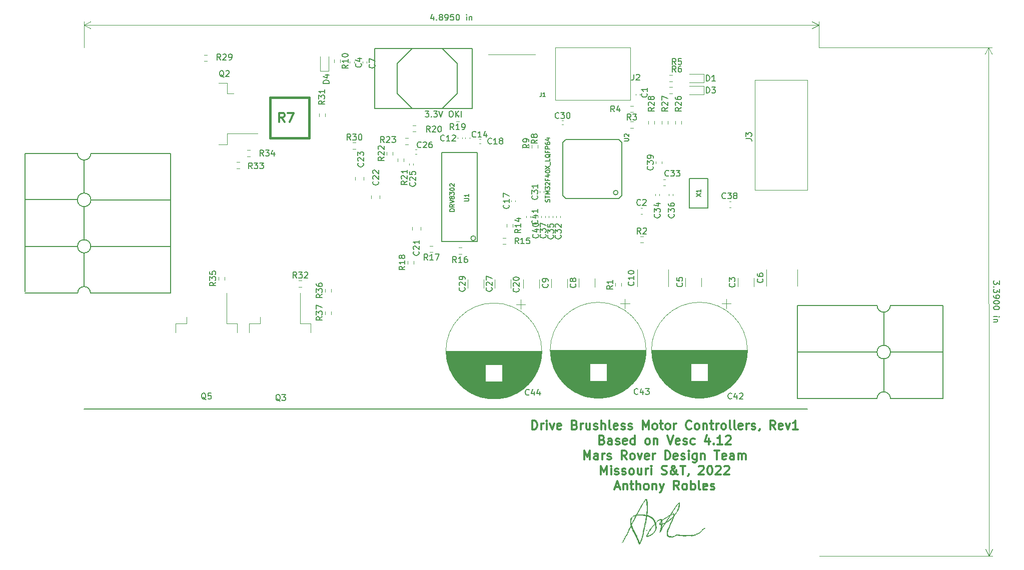
<source format=gbr>
G04 #@! TF.GenerationSoftware,KiCad,Pcbnew,(5.1.4)-1*
G04 #@! TF.CreationDate,2021-08-24T20:52:13-05:00*
G04 #@! TF.ProjectId,Mocos_2021,4d6f636f-735f-4323-9032-312e6b696361,rev?*
G04 #@! TF.SameCoordinates,Original*
G04 #@! TF.FileFunction,Legend,Top*
G04 #@! TF.FilePolarity,Positive*
%FSLAX46Y46*%
G04 Gerber Fmt 4.6, Leading zero omitted, Abs format (unit mm)*
G04 Created by KiCad (PCBNEW (5.1.4)-1) date 2021-08-24 20:52:13*
%MOMM*%
%LPD*%
G04 APERTURE LIST*
%ADD10C,0.300000*%
%ADD11C,0.150000*%
%ADD12C,0.120000*%
%ADD13C,0.010000*%
%ADD14C,0.381000*%
%ADD15C,0.200660*%
%ADD16C,0.099060*%
%ADD17C,0.127000*%
%ADD18C,0.304800*%
%ADD19C,0.190500*%
%ADD20C,0.175000*%
%ADD21C,0.149860*%
G04 APERTURE END LIST*
D10*
X140349714Y-133881571D02*
X140349714Y-132381571D01*
X140706857Y-132381571D01*
X140921142Y-132453000D01*
X141063999Y-132595857D01*
X141135428Y-132738714D01*
X141206857Y-133024428D01*
X141206857Y-133238714D01*
X141135428Y-133524428D01*
X141063999Y-133667285D01*
X140921142Y-133810142D01*
X140706857Y-133881571D01*
X140349714Y-133881571D01*
X141849714Y-133881571D02*
X141849714Y-132881571D01*
X141849714Y-133167285D02*
X141921142Y-133024428D01*
X141992571Y-132953000D01*
X142135428Y-132881571D01*
X142278285Y-132881571D01*
X142778285Y-133881571D02*
X142778285Y-132881571D01*
X142778285Y-132381571D02*
X142706857Y-132453000D01*
X142778285Y-132524428D01*
X142849714Y-132453000D01*
X142778285Y-132381571D01*
X142778285Y-132524428D01*
X143349714Y-132881571D02*
X143706857Y-133881571D01*
X144063999Y-132881571D01*
X145206857Y-133810142D02*
X145063999Y-133881571D01*
X144778285Y-133881571D01*
X144635428Y-133810142D01*
X144563999Y-133667285D01*
X144563999Y-133095857D01*
X144635428Y-132953000D01*
X144778285Y-132881571D01*
X145063999Y-132881571D01*
X145206857Y-132953000D01*
X145278285Y-133095857D01*
X145278285Y-133238714D01*
X144563999Y-133381571D01*
X147563999Y-133095857D02*
X147778285Y-133167285D01*
X147849714Y-133238714D01*
X147921142Y-133381571D01*
X147921142Y-133595857D01*
X147849714Y-133738714D01*
X147778285Y-133810142D01*
X147635428Y-133881571D01*
X147063999Y-133881571D01*
X147063999Y-132381571D01*
X147563999Y-132381571D01*
X147706857Y-132453000D01*
X147778285Y-132524428D01*
X147849714Y-132667285D01*
X147849714Y-132810142D01*
X147778285Y-132953000D01*
X147706857Y-133024428D01*
X147563999Y-133095857D01*
X147063999Y-133095857D01*
X148563999Y-133881571D02*
X148563999Y-132881571D01*
X148563999Y-133167285D02*
X148635428Y-133024428D01*
X148706857Y-132953000D01*
X148849714Y-132881571D01*
X148992571Y-132881571D01*
X150135428Y-132881571D02*
X150135428Y-133881571D01*
X149492571Y-132881571D02*
X149492571Y-133667285D01*
X149563999Y-133810142D01*
X149706857Y-133881571D01*
X149921142Y-133881571D01*
X150063999Y-133810142D01*
X150135428Y-133738714D01*
X150778285Y-133810142D02*
X150921142Y-133881571D01*
X151206857Y-133881571D01*
X151349714Y-133810142D01*
X151421142Y-133667285D01*
X151421142Y-133595857D01*
X151349714Y-133453000D01*
X151206857Y-133381571D01*
X150992571Y-133381571D01*
X150849714Y-133310142D01*
X150778285Y-133167285D01*
X150778285Y-133095857D01*
X150849714Y-132953000D01*
X150992571Y-132881571D01*
X151206857Y-132881571D01*
X151349714Y-132953000D01*
X152063999Y-133881571D02*
X152063999Y-132381571D01*
X152706857Y-133881571D02*
X152706857Y-133095857D01*
X152635428Y-132953000D01*
X152492571Y-132881571D01*
X152278285Y-132881571D01*
X152135428Y-132953000D01*
X152063999Y-133024428D01*
X153635428Y-133881571D02*
X153492571Y-133810142D01*
X153421142Y-133667285D01*
X153421142Y-132381571D01*
X154778285Y-133810142D02*
X154635428Y-133881571D01*
X154349714Y-133881571D01*
X154206857Y-133810142D01*
X154135428Y-133667285D01*
X154135428Y-133095857D01*
X154206857Y-132953000D01*
X154349714Y-132881571D01*
X154635428Y-132881571D01*
X154778285Y-132953000D01*
X154849714Y-133095857D01*
X154849714Y-133238714D01*
X154135428Y-133381571D01*
X155421142Y-133810142D02*
X155563999Y-133881571D01*
X155849714Y-133881571D01*
X155992571Y-133810142D01*
X156063999Y-133667285D01*
X156063999Y-133595857D01*
X155992571Y-133453000D01*
X155849714Y-133381571D01*
X155635428Y-133381571D01*
X155492571Y-133310142D01*
X155421142Y-133167285D01*
X155421142Y-133095857D01*
X155492571Y-132953000D01*
X155635428Y-132881571D01*
X155849714Y-132881571D01*
X155992571Y-132953000D01*
X156635428Y-133810142D02*
X156778285Y-133881571D01*
X157063999Y-133881571D01*
X157206857Y-133810142D01*
X157278285Y-133667285D01*
X157278285Y-133595857D01*
X157206857Y-133453000D01*
X157063999Y-133381571D01*
X156849714Y-133381571D01*
X156706857Y-133310142D01*
X156635428Y-133167285D01*
X156635428Y-133095857D01*
X156706857Y-132953000D01*
X156849714Y-132881571D01*
X157063999Y-132881571D01*
X157206857Y-132953000D01*
X159063999Y-133881571D02*
X159063999Y-132381571D01*
X159563999Y-133453000D01*
X160063999Y-132381571D01*
X160063999Y-133881571D01*
X160992571Y-133881571D02*
X160849714Y-133810142D01*
X160778285Y-133738714D01*
X160706857Y-133595857D01*
X160706857Y-133167285D01*
X160778285Y-133024428D01*
X160849714Y-132953000D01*
X160992571Y-132881571D01*
X161206857Y-132881571D01*
X161349714Y-132953000D01*
X161421142Y-133024428D01*
X161492571Y-133167285D01*
X161492571Y-133595857D01*
X161421142Y-133738714D01*
X161349714Y-133810142D01*
X161206857Y-133881571D01*
X160992571Y-133881571D01*
X161921142Y-132881571D02*
X162492571Y-132881571D01*
X162135428Y-132381571D02*
X162135428Y-133667285D01*
X162206857Y-133810142D01*
X162349714Y-133881571D01*
X162492571Y-133881571D01*
X163206857Y-133881571D02*
X163063999Y-133810142D01*
X162992571Y-133738714D01*
X162921142Y-133595857D01*
X162921142Y-133167285D01*
X162992571Y-133024428D01*
X163063999Y-132953000D01*
X163206857Y-132881571D01*
X163421142Y-132881571D01*
X163563999Y-132953000D01*
X163635428Y-133024428D01*
X163706857Y-133167285D01*
X163706857Y-133595857D01*
X163635428Y-133738714D01*
X163563999Y-133810142D01*
X163421142Y-133881571D01*
X163206857Y-133881571D01*
X164349714Y-133881571D02*
X164349714Y-132881571D01*
X164349714Y-133167285D02*
X164421142Y-133024428D01*
X164492571Y-132953000D01*
X164635428Y-132881571D01*
X164778285Y-132881571D01*
X167278285Y-133738714D02*
X167206857Y-133810142D01*
X166992571Y-133881571D01*
X166849714Y-133881571D01*
X166635428Y-133810142D01*
X166492571Y-133667285D01*
X166421142Y-133524428D01*
X166349714Y-133238714D01*
X166349714Y-133024428D01*
X166421142Y-132738714D01*
X166492571Y-132595857D01*
X166635428Y-132453000D01*
X166849714Y-132381571D01*
X166992571Y-132381571D01*
X167206857Y-132453000D01*
X167278285Y-132524428D01*
X168135428Y-133881571D02*
X167992571Y-133810142D01*
X167921142Y-133738714D01*
X167849714Y-133595857D01*
X167849714Y-133167285D01*
X167921142Y-133024428D01*
X167992571Y-132953000D01*
X168135428Y-132881571D01*
X168349714Y-132881571D01*
X168492571Y-132953000D01*
X168563999Y-133024428D01*
X168635428Y-133167285D01*
X168635428Y-133595857D01*
X168563999Y-133738714D01*
X168492571Y-133810142D01*
X168349714Y-133881571D01*
X168135428Y-133881571D01*
X169278285Y-132881571D02*
X169278285Y-133881571D01*
X169278285Y-133024428D02*
X169349714Y-132953000D01*
X169492571Y-132881571D01*
X169706857Y-132881571D01*
X169849714Y-132953000D01*
X169921142Y-133095857D01*
X169921142Y-133881571D01*
X170421142Y-132881571D02*
X170992571Y-132881571D01*
X170635428Y-132381571D02*
X170635428Y-133667285D01*
X170706857Y-133810142D01*
X170849714Y-133881571D01*
X170992571Y-133881571D01*
X171492571Y-133881571D02*
X171492571Y-132881571D01*
X171492571Y-133167285D02*
X171563999Y-133024428D01*
X171635428Y-132953000D01*
X171778285Y-132881571D01*
X171921142Y-132881571D01*
X172635428Y-133881571D02*
X172492571Y-133810142D01*
X172421142Y-133738714D01*
X172349714Y-133595857D01*
X172349714Y-133167285D01*
X172421142Y-133024428D01*
X172492571Y-132953000D01*
X172635428Y-132881571D01*
X172849714Y-132881571D01*
X172992571Y-132953000D01*
X173063999Y-133024428D01*
X173135428Y-133167285D01*
X173135428Y-133595857D01*
X173063999Y-133738714D01*
X172992571Y-133810142D01*
X172849714Y-133881571D01*
X172635428Y-133881571D01*
X173992571Y-133881571D02*
X173849714Y-133810142D01*
X173778285Y-133667285D01*
X173778285Y-132381571D01*
X174778285Y-133881571D02*
X174635428Y-133810142D01*
X174563999Y-133667285D01*
X174563999Y-132381571D01*
X175921142Y-133810142D02*
X175778285Y-133881571D01*
X175492571Y-133881571D01*
X175349714Y-133810142D01*
X175278285Y-133667285D01*
X175278285Y-133095857D01*
X175349714Y-132953000D01*
X175492571Y-132881571D01*
X175778285Y-132881571D01*
X175921142Y-132953000D01*
X175992571Y-133095857D01*
X175992571Y-133238714D01*
X175278285Y-133381571D01*
X176635428Y-133881571D02*
X176635428Y-132881571D01*
X176635428Y-133167285D02*
X176706857Y-133024428D01*
X176778285Y-132953000D01*
X176921142Y-132881571D01*
X177063999Y-132881571D01*
X177492571Y-133810142D02*
X177635428Y-133881571D01*
X177921142Y-133881571D01*
X178063999Y-133810142D01*
X178135428Y-133667285D01*
X178135428Y-133595857D01*
X178063999Y-133453000D01*
X177921142Y-133381571D01*
X177706857Y-133381571D01*
X177563999Y-133310142D01*
X177492571Y-133167285D01*
X177492571Y-133095857D01*
X177563999Y-132953000D01*
X177706857Y-132881571D01*
X177921142Y-132881571D01*
X178063999Y-132953000D01*
X178849714Y-133810142D02*
X178849714Y-133881571D01*
X178778285Y-134024428D01*
X178706857Y-134095857D01*
X181492571Y-133881571D02*
X180992571Y-133167285D01*
X180635428Y-133881571D02*
X180635428Y-132381571D01*
X181206857Y-132381571D01*
X181349714Y-132453000D01*
X181421142Y-132524428D01*
X181492571Y-132667285D01*
X181492571Y-132881571D01*
X181421142Y-133024428D01*
X181349714Y-133095857D01*
X181206857Y-133167285D01*
X180635428Y-133167285D01*
X182706857Y-133810142D02*
X182563999Y-133881571D01*
X182278285Y-133881571D01*
X182135428Y-133810142D01*
X182063999Y-133667285D01*
X182063999Y-133095857D01*
X182135428Y-132953000D01*
X182278285Y-132881571D01*
X182563999Y-132881571D01*
X182706857Y-132953000D01*
X182778285Y-133095857D01*
X182778285Y-133238714D01*
X182063999Y-133381571D01*
X183278285Y-132881571D02*
X183635428Y-133881571D01*
X183992571Y-132881571D01*
X185349714Y-133881571D02*
X184492571Y-133881571D01*
X184921142Y-133881571D02*
X184921142Y-132381571D01*
X184778285Y-132595857D01*
X184635428Y-132738714D01*
X184492571Y-132810142D01*
X152206857Y-135645857D02*
X152421142Y-135717285D01*
X152492571Y-135788714D01*
X152564000Y-135931571D01*
X152564000Y-136145857D01*
X152492571Y-136288714D01*
X152421142Y-136360142D01*
X152278285Y-136431571D01*
X151706857Y-136431571D01*
X151706857Y-134931571D01*
X152206857Y-134931571D01*
X152349714Y-135003000D01*
X152421142Y-135074428D01*
X152492571Y-135217285D01*
X152492571Y-135360142D01*
X152421142Y-135503000D01*
X152349714Y-135574428D01*
X152206857Y-135645857D01*
X151706857Y-135645857D01*
X153849714Y-136431571D02*
X153849714Y-135645857D01*
X153778285Y-135503000D01*
X153635428Y-135431571D01*
X153349714Y-135431571D01*
X153206857Y-135503000D01*
X153849714Y-136360142D02*
X153706857Y-136431571D01*
X153349714Y-136431571D01*
X153206857Y-136360142D01*
X153135428Y-136217285D01*
X153135428Y-136074428D01*
X153206857Y-135931571D01*
X153349714Y-135860142D01*
X153706857Y-135860142D01*
X153849714Y-135788714D01*
X154492571Y-136360142D02*
X154635428Y-136431571D01*
X154921142Y-136431571D01*
X155064000Y-136360142D01*
X155135428Y-136217285D01*
X155135428Y-136145857D01*
X155064000Y-136003000D01*
X154921142Y-135931571D01*
X154706857Y-135931571D01*
X154564000Y-135860142D01*
X154492571Y-135717285D01*
X154492571Y-135645857D01*
X154564000Y-135503000D01*
X154706857Y-135431571D01*
X154921142Y-135431571D01*
X155064000Y-135503000D01*
X156349714Y-136360142D02*
X156206857Y-136431571D01*
X155921142Y-136431571D01*
X155778285Y-136360142D01*
X155706857Y-136217285D01*
X155706857Y-135645857D01*
X155778285Y-135503000D01*
X155921142Y-135431571D01*
X156206857Y-135431571D01*
X156349714Y-135503000D01*
X156421142Y-135645857D01*
X156421142Y-135788714D01*
X155706857Y-135931571D01*
X157706857Y-136431571D02*
X157706857Y-134931571D01*
X157706857Y-136360142D02*
X157564000Y-136431571D01*
X157278285Y-136431571D01*
X157135428Y-136360142D01*
X157064000Y-136288714D01*
X156992571Y-136145857D01*
X156992571Y-135717285D01*
X157064000Y-135574428D01*
X157135428Y-135503000D01*
X157278285Y-135431571D01*
X157564000Y-135431571D01*
X157706857Y-135503000D01*
X159778285Y-136431571D02*
X159635428Y-136360142D01*
X159564000Y-136288714D01*
X159492571Y-136145857D01*
X159492571Y-135717285D01*
X159564000Y-135574428D01*
X159635428Y-135503000D01*
X159778285Y-135431571D01*
X159992571Y-135431571D01*
X160135428Y-135503000D01*
X160206857Y-135574428D01*
X160278285Y-135717285D01*
X160278285Y-136145857D01*
X160206857Y-136288714D01*
X160135428Y-136360142D01*
X159992571Y-136431571D01*
X159778285Y-136431571D01*
X160921142Y-135431571D02*
X160921142Y-136431571D01*
X160921142Y-135574428D02*
X160992571Y-135503000D01*
X161135428Y-135431571D01*
X161349714Y-135431571D01*
X161492571Y-135503000D01*
X161564000Y-135645857D01*
X161564000Y-136431571D01*
X163206857Y-134931571D02*
X163706857Y-136431571D01*
X164206857Y-134931571D01*
X165278285Y-136360142D02*
X165135428Y-136431571D01*
X164849714Y-136431571D01*
X164706857Y-136360142D01*
X164635428Y-136217285D01*
X164635428Y-135645857D01*
X164706857Y-135503000D01*
X164849714Y-135431571D01*
X165135428Y-135431571D01*
X165278285Y-135503000D01*
X165349714Y-135645857D01*
X165349714Y-135788714D01*
X164635428Y-135931571D01*
X165921142Y-136360142D02*
X166064000Y-136431571D01*
X166349714Y-136431571D01*
X166492571Y-136360142D01*
X166564000Y-136217285D01*
X166564000Y-136145857D01*
X166492571Y-136003000D01*
X166349714Y-135931571D01*
X166135428Y-135931571D01*
X165992571Y-135860142D01*
X165921142Y-135717285D01*
X165921142Y-135645857D01*
X165992571Y-135503000D01*
X166135428Y-135431571D01*
X166349714Y-135431571D01*
X166492571Y-135503000D01*
X167849714Y-136360142D02*
X167706857Y-136431571D01*
X167421142Y-136431571D01*
X167278285Y-136360142D01*
X167206857Y-136288714D01*
X167135428Y-136145857D01*
X167135428Y-135717285D01*
X167206857Y-135574428D01*
X167278285Y-135503000D01*
X167421142Y-135431571D01*
X167706857Y-135431571D01*
X167849714Y-135503000D01*
X170278285Y-135431571D02*
X170278285Y-136431571D01*
X169921142Y-134860142D02*
X169564000Y-135931571D01*
X170492571Y-135931571D01*
X171064000Y-136288714D02*
X171135428Y-136360142D01*
X171064000Y-136431571D01*
X170992571Y-136360142D01*
X171064000Y-136288714D01*
X171064000Y-136431571D01*
X172564000Y-136431571D02*
X171706857Y-136431571D01*
X172135428Y-136431571D02*
X172135428Y-134931571D01*
X171992571Y-135145857D01*
X171849714Y-135288714D01*
X171706857Y-135360142D01*
X173135428Y-135074428D02*
X173206857Y-135003000D01*
X173349714Y-134931571D01*
X173706857Y-134931571D01*
X173849714Y-135003000D01*
X173921142Y-135074428D01*
X173992571Y-135217285D01*
X173992571Y-135360142D01*
X173921142Y-135574428D01*
X173064000Y-136431571D01*
X173992571Y-136431571D01*
X149135428Y-138981571D02*
X149135428Y-137481571D01*
X149635428Y-138553000D01*
X150135428Y-137481571D01*
X150135428Y-138981571D01*
X151492571Y-138981571D02*
X151492571Y-138195857D01*
X151421142Y-138053000D01*
X151278285Y-137981571D01*
X150992571Y-137981571D01*
X150849714Y-138053000D01*
X151492571Y-138910142D02*
X151349714Y-138981571D01*
X150992571Y-138981571D01*
X150849714Y-138910142D01*
X150778285Y-138767285D01*
X150778285Y-138624428D01*
X150849714Y-138481571D01*
X150992571Y-138410142D01*
X151349714Y-138410142D01*
X151492571Y-138338714D01*
X152206857Y-138981571D02*
X152206857Y-137981571D01*
X152206857Y-138267285D02*
X152278285Y-138124428D01*
X152349714Y-138053000D01*
X152492571Y-137981571D01*
X152635428Y-137981571D01*
X153064000Y-138910142D02*
X153206857Y-138981571D01*
X153492571Y-138981571D01*
X153635428Y-138910142D01*
X153706857Y-138767285D01*
X153706857Y-138695857D01*
X153635428Y-138553000D01*
X153492571Y-138481571D01*
X153278285Y-138481571D01*
X153135428Y-138410142D01*
X153064000Y-138267285D01*
X153064000Y-138195857D01*
X153135428Y-138053000D01*
X153278285Y-137981571D01*
X153492571Y-137981571D01*
X153635428Y-138053000D01*
X156349714Y-138981571D02*
X155849714Y-138267285D01*
X155492571Y-138981571D02*
X155492571Y-137481571D01*
X156064000Y-137481571D01*
X156206857Y-137553000D01*
X156278285Y-137624428D01*
X156349714Y-137767285D01*
X156349714Y-137981571D01*
X156278285Y-138124428D01*
X156206857Y-138195857D01*
X156064000Y-138267285D01*
X155492571Y-138267285D01*
X157206857Y-138981571D02*
X157064000Y-138910142D01*
X156992571Y-138838714D01*
X156921142Y-138695857D01*
X156921142Y-138267285D01*
X156992571Y-138124428D01*
X157064000Y-138053000D01*
X157206857Y-137981571D01*
X157421142Y-137981571D01*
X157564000Y-138053000D01*
X157635428Y-138124428D01*
X157706857Y-138267285D01*
X157706857Y-138695857D01*
X157635428Y-138838714D01*
X157564000Y-138910142D01*
X157421142Y-138981571D01*
X157206857Y-138981571D01*
X158206857Y-137981571D02*
X158564000Y-138981571D01*
X158921142Y-137981571D01*
X160064000Y-138910142D02*
X159921142Y-138981571D01*
X159635428Y-138981571D01*
X159492571Y-138910142D01*
X159421142Y-138767285D01*
X159421142Y-138195857D01*
X159492571Y-138053000D01*
X159635428Y-137981571D01*
X159921142Y-137981571D01*
X160064000Y-138053000D01*
X160135428Y-138195857D01*
X160135428Y-138338714D01*
X159421142Y-138481571D01*
X160778285Y-138981571D02*
X160778285Y-137981571D01*
X160778285Y-138267285D02*
X160849714Y-138124428D01*
X160921142Y-138053000D01*
X161064000Y-137981571D01*
X161206857Y-137981571D01*
X162849714Y-138981571D02*
X162849714Y-137481571D01*
X163206857Y-137481571D01*
X163421142Y-137553000D01*
X163564000Y-137695857D01*
X163635428Y-137838714D01*
X163706857Y-138124428D01*
X163706857Y-138338714D01*
X163635428Y-138624428D01*
X163564000Y-138767285D01*
X163421142Y-138910142D01*
X163206857Y-138981571D01*
X162849714Y-138981571D01*
X164921142Y-138910142D02*
X164778285Y-138981571D01*
X164492571Y-138981571D01*
X164349714Y-138910142D01*
X164278285Y-138767285D01*
X164278285Y-138195857D01*
X164349714Y-138053000D01*
X164492571Y-137981571D01*
X164778285Y-137981571D01*
X164921142Y-138053000D01*
X164992571Y-138195857D01*
X164992571Y-138338714D01*
X164278285Y-138481571D01*
X165564000Y-138910142D02*
X165706857Y-138981571D01*
X165992571Y-138981571D01*
X166135428Y-138910142D01*
X166206857Y-138767285D01*
X166206857Y-138695857D01*
X166135428Y-138553000D01*
X165992571Y-138481571D01*
X165778285Y-138481571D01*
X165635428Y-138410142D01*
X165564000Y-138267285D01*
X165564000Y-138195857D01*
X165635428Y-138053000D01*
X165778285Y-137981571D01*
X165992571Y-137981571D01*
X166135428Y-138053000D01*
X166849714Y-138981571D02*
X166849714Y-137981571D01*
X166849714Y-137481571D02*
X166778285Y-137553000D01*
X166849714Y-137624428D01*
X166921142Y-137553000D01*
X166849714Y-137481571D01*
X166849714Y-137624428D01*
X168206857Y-137981571D02*
X168206857Y-139195857D01*
X168135428Y-139338714D01*
X168064000Y-139410142D01*
X167921142Y-139481571D01*
X167706857Y-139481571D01*
X167564000Y-139410142D01*
X168206857Y-138910142D02*
X168064000Y-138981571D01*
X167778285Y-138981571D01*
X167635428Y-138910142D01*
X167564000Y-138838714D01*
X167492571Y-138695857D01*
X167492571Y-138267285D01*
X167564000Y-138124428D01*
X167635428Y-138053000D01*
X167778285Y-137981571D01*
X168064000Y-137981571D01*
X168206857Y-138053000D01*
X168921142Y-137981571D02*
X168921142Y-138981571D01*
X168921142Y-138124428D02*
X168992571Y-138053000D01*
X169135428Y-137981571D01*
X169349714Y-137981571D01*
X169492571Y-138053000D01*
X169564000Y-138195857D01*
X169564000Y-138981571D01*
X171206857Y-137481571D02*
X172064000Y-137481571D01*
X171635428Y-138981571D02*
X171635428Y-137481571D01*
X173135428Y-138910142D02*
X172992571Y-138981571D01*
X172706857Y-138981571D01*
X172564000Y-138910142D01*
X172492571Y-138767285D01*
X172492571Y-138195857D01*
X172564000Y-138053000D01*
X172706857Y-137981571D01*
X172992571Y-137981571D01*
X173135428Y-138053000D01*
X173206857Y-138195857D01*
X173206857Y-138338714D01*
X172492571Y-138481571D01*
X174492571Y-138981571D02*
X174492571Y-138195857D01*
X174421142Y-138053000D01*
X174278285Y-137981571D01*
X173992571Y-137981571D01*
X173849714Y-138053000D01*
X174492571Y-138910142D02*
X174349714Y-138981571D01*
X173992571Y-138981571D01*
X173849714Y-138910142D01*
X173778285Y-138767285D01*
X173778285Y-138624428D01*
X173849714Y-138481571D01*
X173992571Y-138410142D01*
X174349714Y-138410142D01*
X174492571Y-138338714D01*
X175206857Y-138981571D02*
X175206857Y-137981571D01*
X175206857Y-138124428D02*
X175278285Y-138053000D01*
X175421142Y-137981571D01*
X175635428Y-137981571D01*
X175778285Y-138053000D01*
X175849714Y-138195857D01*
X175849714Y-138981571D01*
X175849714Y-138195857D02*
X175921142Y-138053000D01*
X176064000Y-137981571D01*
X176278285Y-137981571D01*
X176421142Y-138053000D01*
X176492571Y-138195857D01*
X176492571Y-138981571D01*
X151992571Y-141531571D02*
X151992571Y-140031571D01*
X152492571Y-141103000D01*
X152992571Y-140031571D01*
X152992571Y-141531571D01*
X153706857Y-141531571D02*
X153706857Y-140531571D01*
X153706857Y-140031571D02*
X153635428Y-140103000D01*
X153706857Y-140174428D01*
X153778285Y-140103000D01*
X153706857Y-140031571D01*
X153706857Y-140174428D01*
X154349714Y-141460142D02*
X154492571Y-141531571D01*
X154778285Y-141531571D01*
X154921142Y-141460142D01*
X154992571Y-141317285D01*
X154992571Y-141245857D01*
X154921142Y-141103000D01*
X154778285Y-141031571D01*
X154564000Y-141031571D01*
X154421142Y-140960142D01*
X154349714Y-140817285D01*
X154349714Y-140745857D01*
X154421142Y-140603000D01*
X154564000Y-140531571D01*
X154778285Y-140531571D01*
X154921142Y-140603000D01*
X155564000Y-141460142D02*
X155706857Y-141531571D01*
X155992571Y-141531571D01*
X156135428Y-141460142D01*
X156206857Y-141317285D01*
X156206857Y-141245857D01*
X156135428Y-141103000D01*
X155992571Y-141031571D01*
X155778285Y-141031571D01*
X155635428Y-140960142D01*
X155564000Y-140817285D01*
X155564000Y-140745857D01*
X155635428Y-140603000D01*
X155778285Y-140531571D01*
X155992571Y-140531571D01*
X156135428Y-140603000D01*
X157064000Y-141531571D02*
X156921142Y-141460142D01*
X156849714Y-141388714D01*
X156778285Y-141245857D01*
X156778285Y-140817285D01*
X156849714Y-140674428D01*
X156921142Y-140603000D01*
X157064000Y-140531571D01*
X157278285Y-140531571D01*
X157421142Y-140603000D01*
X157492571Y-140674428D01*
X157564000Y-140817285D01*
X157564000Y-141245857D01*
X157492571Y-141388714D01*
X157421142Y-141460142D01*
X157278285Y-141531571D01*
X157064000Y-141531571D01*
X158849714Y-140531571D02*
X158849714Y-141531571D01*
X158206857Y-140531571D02*
X158206857Y-141317285D01*
X158278285Y-141460142D01*
X158421142Y-141531571D01*
X158635428Y-141531571D01*
X158778285Y-141460142D01*
X158849714Y-141388714D01*
X159564000Y-141531571D02*
X159564000Y-140531571D01*
X159564000Y-140817285D02*
X159635428Y-140674428D01*
X159706857Y-140603000D01*
X159849714Y-140531571D01*
X159992571Y-140531571D01*
X160492571Y-141531571D02*
X160492571Y-140531571D01*
X160492571Y-140031571D02*
X160421142Y-140103000D01*
X160492571Y-140174428D01*
X160564000Y-140103000D01*
X160492571Y-140031571D01*
X160492571Y-140174428D01*
X162278285Y-141460142D02*
X162492571Y-141531571D01*
X162849714Y-141531571D01*
X162992571Y-141460142D01*
X163064000Y-141388714D01*
X163135428Y-141245857D01*
X163135428Y-141103000D01*
X163064000Y-140960142D01*
X162992571Y-140888714D01*
X162849714Y-140817285D01*
X162564000Y-140745857D01*
X162421142Y-140674428D01*
X162349714Y-140603000D01*
X162278285Y-140460142D01*
X162278285Y-140317285D01*
X162349714Y-140174428D01*
X162421142Y-140103000D01*
X162564000Y-140031571D01*
X162921142Y-140031571D01*
X163135428Y-140103000D01*
X164992571Y-141531571D02*
X164921142Y-141531571D01*
X164778285Y-141460142D01*
X164564000Y-141245857D01*
X164206857Y-140817285D01*
X164064000Y-140603000D01*
X163992571Y-140388714D01*
X163992571Y-140245857D01*
X164064000Y-140103000D01*
X164206857Y-140031571D01*
X164278285Y-140031571D01*
X164421142Y-140103000D01*
X164492571Y-140245857D01*
X164492571Y-140317285D01*
X164421142Y-140460142D01*
X164349714Y-140531571D01*
X163921142Y-140817285D01*
X163849714Y-140888714D01*
X163778285Y-141031571D01*
X163778285Y-141245857D01*
X163849714Y-141388714D01*
X163921142Y-141460142D01*
X164064000Y-141531571D01*
X164278285Y-141531571D01*
X164421142Y-141460142D01*
X164492571Y-141388714D01*
X164706857Y-141103000D01*
X164778285Y-140888714D01*
X164778285Y-140745857D01*
X165421142Y-140031571D02*
X166278285Y-140031571D01*
X165849714Y-141531571D02*
X165849714Y-140031571D01*
X166849714Y-141460142D02*
X166849714Y-141531571D01*
X166778285Y-141674428D01*
X166706857Y-141745857D01*
X168564000Y-140174428D02*
X168635428Y-140103000D01*
X168778285Y-140031571D01*
X169135428Y-140031571D01*
X169278285Y-140103000D01*
X169349714Y-140174428D01*
X169421142Y-140317285D01*
X169421142Y-140460142D01*
X169349714Y-140674428D01*
X168492571Y-141531571D01*
X169421142Y-141531571D01*
X170349714Y-140031571D02*
X170492571Y-140031571D01*
X170635428Y-140103000D01*
X170706857Y-140174428D01*
X170778285Y-140317285D01*
X170849714Y-140603000D01*
X170849714Y-140960142D01*
X170778285Y-141245857D01*
X170706857Y-141388714D01*
X170635428Y-141460142D01*
X170492571Y-141531571D01*
X170349714Y-141531571D01*
X170206857Y-141460142D01*
X170135428Y-141388714D01*
X170064000Y-141245857D01*
X169992571Y-140960142D01*
X169992571Y-140603000D01*
X170064000Y-140317285D01*
X170135428Y-140174428D01*
X170206857Y-140103000D01*
X170349714Y-140031571D01*
X171421142Y-140174428D02*
X171492571Y-140103000D01*
X171635428Y-140031571D01*
X171992571Y-140031571D01*
X172135428Y-140103000D01*
X172206857Y-140174428D01*
X172278285Y-140317285D01*
X172278285Y-140460142D01*
X172206857Y-140674428D01*
X171349714Y-141531571D01*
X172278285Y-141531571D01*
X172849714Y-140174428D02*
X172921142Y-140103000D01*
X173064000Y-140031571D01*
X173421142Y-140031571D01*
X173564000Y-140103000D01*
X173635428Y-140174428D01*
X173706857Y-140317285D01*
X173706857Y-140460142D01*
X173635428Y-140674428D01*
X172778285Y-141531571D01*
X173706857Y-141531571D01*
X154421142Y-143653000D02*
X155135428Y-143653000D01*
X154278285Y-144081571D02*
X154778285Y-142581571D01*
X155278285Y-144081571D01*
X155778285Y-143081571D02*
X155778285Y-144081571D01*
X155778285Y-143224428D02*
X155849714Y-143153000D01*
X155992571Y-143081571D01*
X156206857Y-143081571D01*
X156349714Y-143153000D01*
X156421142Y-143295857D01*
X156421142Y-144081571D01*
X156921142Y-143081571D02*
X157492571Y-143081571D01*
X157135428Y-142581571D02*
X157135428Y-143867285D01*
X157206857Y-144010142D01*
X157349714Y-144081571D01*
X157492571Y-144081571D01*
X157992571Y-144081571D02*
X157992571Y-142581571D01*
X158635428Y-144081571D02*
X158635428Y-143295857D01*
X158564000Y-143153000D01*
X158421142Y-143081571D01*
X158206857Y-143081571D01*
X158064000Y-143153000D01*
X157992571Y-143224428D01*
X159564000Y-144081571D02*
X159421142Y-144010142D01*
X159349714Y-143938714D01*
X159278285Y-143795857D01*
X159278285Y-143367285D01*
X159349714Y-143224428D01*
X159421142Y-143153000D01*
X159564000Y-143081571D01*
X159778285Y-143081571D01*
X159921142Y-143153000D01*
X159992571Y-143224428D01*
X160064000Y-143367285D01*
X160064000Y-143795857D01*
X159992571Y-143938714D01*
X159921142Y-144010142D01*
X159778285Y-144081571D01*
X159564000Y-144081571D01*
X160706857Y-143081571D02*
X160706857Y-144081571D01*
X160706857Y-143224428D02*
X160778285Y-143153000D01*
X160921142Y-143081571D01*
X161135428Y-143081571D01*
X161278285Y-143153000D01*
X161349714Y-143295857D01*
X161349714Y-144081571D01*
X161921142Y-143081571D02*
X162278285Y-144081571D01*
X162635428Y-143081571D02*
X162278285Y-144081571D01*
X162135428Y-144438714D01*
X162064000Y-144510142D01*
X161921142Y-144581571D01*
X165206857Y-144081571D02*
X164706857Y-143367285D01*
X164349714Y-144081571D02*
X164349714Y-142581571D01*
X164921142Y-142581571D01*
X165064000Y-142653000D01*
X165135428Y-142724428D01*
X165206857Y-142867285D01*
X165206857Y-143081571D01*
X165135428Y-143224428D01*
X165064000Y-143295857D01*
X164921142Y-143367285D01*
X164349714Y-143367285D01*
X166064000Y-144081571D02*
X165921142Y-144010142D01*
X165849714Y-143938714D01*
X165778285Y-143795857D01*
X165778285Y-143367285D01*
X165849714Y-143224428D01*
X165921142Y-143153000D01*
X166064000Y-143081571D01*
X166278285Y-143081571D01*
X166421142Y-143153000D01*
X166492571Y-143224428D01*
X166564000Y-143367285D01*
X166564000Y-143795857D01*
X166492571Y-143938714D01*
X166421142Y-144010142D01*
X166278285Y-144081571D01*
X166064000Y-144081571D01*
X167206857Y-144081571D02*
X167206857Y-142581571D01*
X167206857Y-143153000D02*
X167349714Y-143081571D01*
X167635428Y-143081571D01*
X167778285Y-143153000D01*
X167849714Y-143224428D01*
X167921142Y-143367285D01*
X167921142Y-143795857D01*
X167849714Y-143938714D01*
X167778285Y-144010142D01*
X167635428Y-144081571D01*
X167349714Y-144081571D01*
X167206857Y-144010142D01*
X168778285Y-144081571D02*
X168635428Y-144010142D01*
X168564000Y-143867285D01*
X168564000Y-142581571D01*
X169921142Y-144010142D02*
X169778285Y-144081571D01*
X169492571Y-144081571D01*
X169349714Y-144010142D01*
X169278285Y-143867285D01*
X169278285Y-143295857D01*
X169349714Y-143153000D01*
X169492571Y-143081571D01*
X169778285Y-143081571D01*
X169921142Y-143153000D01*
X169992571Y-143295857D01*
X169992571Y-143438714D01*
X169278285Y-143581571D01*
X170564000Y-144010142D02*
X170706857Y-144081571D01*
X170992571Y-144081571D01*
X171135428Y-144010142D01*
X171206857Y-143867285D01*
X171206857Y-143795857D01*
X171135428Y-143653000D01*
X170992571Y-143581571D01*
X170778285Y-143581571D01*
X170635428Y-143510142D01*
X170564000Y-143367285D01*
X170564000Y-143295857D01*
X170635428Y-143153000D01*
X170778285Y-143081571D01*
X170992571Y-143081571D01*
X171135428Y-143153000D01*
D11*
X123658690Y-63920714D02*
X123658690Y-64587380D01*
X123420595Y-63539761D02*
X123182500Y-64254047D01*
X123801547Y-64254047D01*
X124182500Y-64492142D02*
X124230119Y-64539761D01*
X124182500Y-64587380D01*
X124134880Y-64539761D01*
X124182500Y-64492142D01*
X124182500Y-64587380D01*
X124801547Y-64015952D02*
X124706309Y-63968333D01*
X124658690Y-63920714D01*
X124611071Y-63825476D01*
X124611071Y-63777857D01*
X124658690Y-63682619D01*
X124706309Y-63635000D01*
X124801547Y-63587380D01*
X124992023Y-63587380D01*
X125087261Y-63635000D01*
X125134880Y-63682619D01*
X125182500Y-63777857D01*
X125182500Y-63825476D01*
X125134880Y-63920714D01*
X125087261Y-63968333D01*
X124992023Y-64015952D01*
X124801547Y-64015952D01*
X124706309Y-64063571D01*
X124658690Y-64111190D01*
X124611071Y-64206428D01*
X124611071Y-64396904D01*
X124658690Y-64492142D01*
X124706309Y-64539761D01*
X124801547Y-64587380D01*
X124992023Y-64587380D01*
X125087261Y-64539761D01*
X125134880Y-64492142D01*
X125182500Y-64396904D01*
X125182500Y-64206428D01*
X125134880Y-64111190D01*
X125087261Y-64063571D01*
X124992023Y-64015952D01*
X125658690Y-64587380D02*
X125849166Y-64587380D01*
X125944404Y-64539761D01*
X125992023Y-64492142D01*
X126087261Y-64349285D01*
X126134880Y-64158809D01*
X126134880Y-63777857D01*
X126087261Y-63682619D01*
X126039642Y-63635000D01*
X125944404Y-63587380D01*
X125753928Y-63587380D01*
X125658690Y-63635000D01*
X125611071Y-63682619D01*
X125563452Y-63777857D01*
X125563452Y-64015952D01*
X125611071Y-64111190D01*
X125658690Y-64158809D01*
X125753928Y-64206428D01*
X125944404Y-64206428D01*
X126039642Y-64158809D01*
X126087261Y-64111190D01*
X126134880Y-64015952D01*
X127039642Y-63587380D02*
X126563452Y-63587380D01*
X126515833Y-64063571D01*
X126563452Y-64015952D01*
X126658690Y-63968333D01*
X126896785Y-63968333D01*
X126992023Y-64015952D01*
X127039642Y-64063571D01*
X127087261Y-64158809D01*
X127087261Y-64396904D01*
X127039642Y-64492142D01*
X126992023Y-64539761D01*
X126896785Y-64587380D01*
X126658690Y-64587380D01*
X126563452Y-64539761D01*
X126515833Y-64492142D01*
X127706309Y-63587380D02*
X127801547Y-63587380D01*
X127896785Y-63635000D01*
X127944404Y-63682619D01*
X127992023Y-63777857D01*
X128039642Y-63968333D01*
X128039642Y-64206428D01*
X127992023Y-64396904D01*
X127944404Y-64492142D01*
X127896785Y-64539761D01*
X127801547Y-64587380D01*
X127706309Y-64587380D01*
X127611071Y-64539761D01*
X127563452Y-64492142D01*
X127515833Y-64396904D01*
X127468214Y-64206428D01*
X127468214Y-63968333D01*
X127515833Y-63777857D01*
X127563452Y-63682619D01*
X127611071Y-63635000D01*
X127706309Y-63587380D01*
X129230119Y-64587380D02*
X129230119Y-63920714D01*
X129230119Y-63587380D02*
X129182500Y-63635000D01*
X129230119Y-63682619D01*
X129277738Y-63635000D01*
X129230119Y-63587380D01*
X129230119Y-63682619D01*
X129706309Y-63920714D02*
X129706309Y-64587380D01*
X129706309Y-64015952D02*
X129753928Y-63968333D01*
X129849166Y-63920714D01*
X129992023Y-63920714D01*
X130087261Y-63968333D01*
X130134880Y-64063571D01*
X130134880Y-64587380D01*
D12*
X64516000Y-65405000D02*
X188849000Y-65405000D01*
X64516000Y-69215000D02*
X64516000Y-64818579D01*
X188849000Y-69215000D02*
X188849000Y-64818579D01*
X188849000Y-65405000D02*
X187722496Y-65991421D01*
X188849000Y-65405000D02*
X187722496Y-64818579D01*
X64516000Y-65405000D02*
X65642504Y-65991421D01*
X64516000Y-65405000D02*
X65642504Y-64818579D01*
D11*
X219430380Y-108675366D02*
X219431294Y-109294413D01*
X219049850Y-108961641D01*
X219050061Y-109104498D01*
X219002582Y-109199807D01*
X218955033Y-109247496D01*
X218859866Y-109295255D01*
X218621771Y-109295607D01*
X218526462Y-109248128D01*
X218478773Y-109200579D01*
X218431014Y-109105412D01*
X218430592Y-108819698D01*
X218478071Y-108724389D01*
X218525620Y-108676700D01*
X218527165Y-109724318D02*
X218479616Y-109772007D01*
X218431927Y-109724458D01*
X218479475Y-109676769D01*
X218527165Y-109724318D01*
X218431927Y-109724458D01*
X219432488Y-110103935D02*
X219433401Y-110722982D01*
X219051957Y-110390211D01*
X219052168Y-110533068D01*
X219004689Y-110628377D01*
X218957140Y-110676066D01*
X218861973Y-110723825D01*
X218623878Y-110724176D01*
X218528569Y-110676698D01*
X218480880Y-110629149D01*
X218433121Y-110533981D01*
X218432699Y-110248267D01*
X218480178Y-110152959D01*
X218527727Y-110105270D01*
X218434104Y-111200647D02*
X218434385Y-111391123D01*
X218482144Y-111486291D01*
X218529834Y-111533840D01*
X218672831Y-111628867D01*
X218863377Y-111676205D01*
X219244329Y-111675643D01*
X219339497Y-111627884D01*
X219387046Y-111580195D01*
X219434524Y-111484886D01*
X219434243Y-111294410D01*
X219386484Y-111199243D01*
X219338795Y-111151694D01*
X219243486Y-111104215D01*
X219005391Y-111104567D01*
X218910224Y-111152326D01*
X218862675Y-111200015D01*
X218815196Y-111295323D01*
X218815477Y-111485799D01*
X218863237Y-111580967D01*
X218910926Y-111628516D01*
X219006234Y-111675994D01*
X219435718Y-112294409D02*
X219435859Y-112389647D01*
X219388380Y-112484956D01*
X219340831Y-112532645D01*
X219245664Y-112580404D01*
X219055258Y-112628304D01*
X218817163Y-112628655D01*
X218626617Y-112581317D01*
X218531309Y-112533839D01*
X218483619Y-112486290D01*
X218435860Y-112391122D01*
X218435719Y-112295884D01*
X218483198Y-112200576D01*
X218530747Y-112152887D01*
X218625914Y-112105127D01*
X218816320Y-112057227D01*
X219054415Y-112056876D01*
X219244961Y-112104214D01*
X219340270Y-112151693D01*
X219387959Y-112199242D01*
X219435718Y-112294409D01*
X219437123Y-113246789D02*
X219437263Y-113342027D01*
X219389785Y-113437335D01*
X219342236Y-113485025D01*
X219247068Y-113532784D01*
X219056663Y-113580684D01*
X218818568Y-113581035D01*
X218628021Y-113533697D01*
X218532713Y-113486219D01*
X218485024Y-113438670D01*
X218437265Y-113343502D01*
X218437124Y-113248264D01*
X218484603Y-113152956D01*
X218532151Y-113105267D01*
X218627319Y-113057507D01*
X218817725Y-113009607D01*
X219055820Y-113009256D01*
X219246366Y-113056594D01*
X219341674Y-113104073D01*
X219389364Y-113151621D01*
X219437123Y-113246789D01*
X218439372Y-114772072D02*
X219106038Y-114771089D01*
X219439370Y-114770597D02*
X219391681Y-114723048D01*
X219344133Y-114770738D01*
X219391822Y-114818286D01*
X219439370Y-114770597D01*
X219344133Y-114770738D01*
X219106740Y-115247279D02*
X218440074Y-115248262D01*
X219011502Y-115247419D02*
X219059191Y-115294968D01*
X219106951Y-115390136D01*
X219107161Y-115532993D01*
X219059683Y-115628301D01*
X218964515Y-115676060D01*
X218440706Y-115676833D01*
D12*
X217554496Y-69172662D02*
X217681496Y-155278662D01*
X188849000Y-69215000D02*
X218140916Y-69171797D01*
X188976000Y-155321000D02*
X218267916Y-155277797D01*
X217681496Y-155278662D02*
X217093414Y-154153024D01*
X217681496Y-155278662D02*
X218266255Y-154151295D01*
X217554496Y-69172662D02*
X216969737Y-70300029D01*
X217554496Y-69172662D02*
X218142578Y-70298300D01*
D11*
X186944000Y-130429000D02*
X64516000Y-130429000D01*
D13*
G36*
X159768033Y-150892581D02*
G01*
X159738754Y-150927753D01*
X159731830Y-150935228D01*
X159692855Y-150973542D01*
X159668314Y-150991904D01*
X159666937Y-150992179D01*
X159672846Y-150977875D01*
X159702125Y-150942704D01*
X159709049Y-150935228D01*
X159748024Y-150896915D01*
X159772565Y-150878552D01*
X159773942Y-150878278D01*
X159768033Y-150892581D01*
X159768033Y-150892581D01*
G37*
X159768033Y-150892581D02*
X159738754Y-150927753D01*
X159731830Y-150935228D01*
X159692855Y-150973542D01*
X159668314Y-150991904D01*
X159666937Y-150992179D01*
X159672846Y-150977875D01*
X159702125Y-150942704D01*
X159709049Y-150935228D01*
X159748024Y-150896915D01*
X159772565Y-150878552D01*
X159773942Y-150878278D01*
X159768033Y-150892581D01*
G36*
X159673456Y-145627390D02*
G01*
X159705118Y-145664249D01*
X159733091Y-145730808D01*
X159758801Y-145831261D01*
X159783674Y-145969803D01*
X159803253Y-146105811D01*
X159822329Y-146288680D01*
X159836216Y-146506290D01*
X159844916Y-146748121D01*
X159848430Y-147003649D01*
X159846760Y-147262353D01*
X159839909Y-147513711D01*
X159827877Y-147747201D01*
X159810667Y-147952300D01*
X159802928Y-148019354D01*
X159788378Y-148138548D01*
X159776849Y-148240657D01*
X159769173Y-148317676D01*
X159766177Y-148361597D01*
X159766715Y-148368668D01*
X159791438Y-148375942D01*
X159845534Y-148385289D01*
X159872325Y-148388987D01*
X159942393Y-148405791D01*
X160033243Y-148437948D01*
X160125836Y-148478673D01*
X160130484Y-148480968D01*
X160361881Y-148603945D01*
X160554662Y-148725571D01*
X160715161Y-148851934D01*
X160849714Y-148989121D01*
X160964653Y-149143218D01*
X161066312Y-149320314D01*
X161119724Y-149431629D01*
X161153859Y-149510698D01*
X161178788Y-149575664D01*
X161189641Y-149613722D01*
X161189767Y-149615779D01*
X161200179Y-149652720D01*
X161230657Y-149649889D01*
X161280062Y-149607839D01*
X161332259Y-149546574D01*
X161428437Y-149439052D01*
X161550087Y-149324894D01*
X161681745Y-149217467D01*
X161807947Y-149130140D01*
X161827614Y-149118333D01*
X161928349Y-149073710D01*
X162032368Y-149051445D01*
X162127029Y-149052539D01*
X162199686Y-149077994D01*
X162212471Y-149087862D01*
X162247821Y-149129826D01*
X162260439Y-149161898D01*
X162272463Y-149189895D01*
X162280653Y-149192538D01*
X162305173Y-149180428D01*
X162361083Y-149146766D01*
X162442053Y-149095554D01*
X162541754Y-149030793D01*
X162650033Y-148959040D01*
X162793574Y-148865482D01*
X162955397Y-148763960D01*
X163119450Y-148664311D01*
X163269678Y-148576371D01*
X163330262Y-148542258D01*
X163661324Y-148358974D01*
X163718736Y-148272676D01*
X163794103Y-148272676D01*
X163794192Y-148273614D01*
X163817015Y-148268378D01*
X163871061Y-148247481D01*
X163946430Y-148214872D01*
X163981257Y-148199005D01*
X164083859Y-148157199D01*
X164181365Y-148127327D01*
X164265138Y-148110946D01*
X164326540Y-148109616D01*
X164356933Y-148124895D01*
X164358626Y-148130894D01*
X164359836Y-148168068D01*
X164359949Y-148230537D01*
X164359711Y-148253526D01*
X164363324Y-148312343D01*
X164374650Y-148338085D01*
X164380429Y-148337397D01*
X164400478Y-148314965D01*
X164441641Y-148261782D01*
X164498976Y-148184472D01*
X164567542Y-148089660D01*
X164614583Y-148023495D01*
X164799033Y-147733494D01*
X164941659Y-147442466D01*
X165045635Y-147142233D01*
X165114132Y-146824615D01*
X165132687Y-146687558D01*
X165144800Y-146576298D01*
X165150691Y-146501139D01*
X165150012Y-146453003D01*
X165142421Y-146422813D01*
X165127571Y-146401490D01*
X165121590Y-146395407D01*
X165097360Y-146376125D01*
X165074488Y-146376780D01*
X165042802Y-146402320D01*
X164992129Y-146457692D01*
X164991057Y-146458905D01*
X164880422Y-146590776D01*
X164769917Y-146736752D01*
X164653766Y-146904967D01*
X164526193Y-147103553D01*
X164478332Y-147180832D01*
X164395778Y-147313951D01*
X164297548Y-147470405D01*
X164192974Y-147635446D01*
X164091388Y-147794322D01*
X164031300Y-147887422D01*
X163956738Y-148003391D01*
X163892122Y-148105788D01*
X163841069Y-148188725D01*
X163807191Y-148246317D01*
X163794103Y-148272676D01*
X163718736Y-148272676D01*
X163850073Y-148075263D01*
X163929520Y-147954545D01*
X164011757Y-147827381D01*
X164087797Y-147707801D01*
X164148649Y-147609837D01*
X164155883Y-147597919D01*
X164330393Y-147315023D01*
X164490422Y-147068052D01*
X164639869Y-146851243D01*
X164782630Y-146658832D01*
X164841428Y-146584041D01*
X164958922Y-146442336D01*
X165054724Y-146338893D01*
X165130552Y-146272887D01*
X165188129Y-146243496D01*
X165229172Y-146249894D01*
X165255404Y-146291260D01*
X165268543Y-146366770D01*
X165269387Y-146379175D01*
X165266107Y-146582125D01*
X165232880Y-146805184D01*
X165168898Y-147052108D01*
X165073353Y-147326655D01*
X165056381Y-147370116D01*
X164984566Y-147525631D01*
X164885393Y-147702260D01*
X164765084Y-147890321D01*
X164629862Y-148080136D01*
X164485947Y-148262024D01*
X164474092Y-148276123D01*
X164421527Y-148344783D01*
X164382844Y-148407426D01*
X164366857Y-148448816D01*
X164353061Y-148501059D01*
X164325184Y-148570316D01*
X164312008Y-148597615D01*
X164284598Y-148656206D01*
X164245876Y-148745361D01*
X164200915Y-148853131D01*
X164154790Y-148967568D01*
X164153177Y-148971648D01*
X164067448Y-149182406D01*
X163967665Y-149417358D01*
X163859672Y-149663405D01*
X163749316Y-149907449D01*
X163642440Y-150136394D01*
X163544891Y-150337140D01*
X163535031Y-150356837D01*
X163452708Y-150533049D01*
X163378312Y-150715923D01*
X163314717Y-150896489D01*
X163264793Y-151065779D01*
X163231414Y-151214823D01*
X163217453Y-151334653D01*
X163217211Y-151349212D01*
X163226697Y-151442323D01*
X163251806Y-151551335D01*
X163287513Y-151660742D01*
X163328793Y-151755035D01*
X163368621Y-151816518D01*
X163454510Y-151882042D01*
X163574194Y-151930444D01*
X163719087Y-151961323D01*
X163880600Y-151974272D01*
X164050146Y-151968888D01*
X164219138Y-151944767D01*
X164378988Y-151901504D01*
X164462916Y-151868035D01*
X164547238Y-151825538D01*
X164605340Y-151787911D01*
X164629362Y-151760332D01*
X164629587Y-151758267D01*
X164646197Y-151721733D01*
X164686382Y-151679803D01*
X164688531Y-151678090D01*
X164719991Y-151658636D01*
X164760065Y-151646122D01*
X164814373Y-151640816D01*
X164888538Y-151642988D01*
X164988181Y-151652908D01*
X165118922Y-151670845D01*
X165286384Y-151697070D01*
X165369946Y-151710773D01*
X165545131Y-151738009D01*
X165700764Y-151757634D01*
X165849567Y-151770440D01*
X166004263Y-151777220D01*
X166177577Y-151778767D01*
X166382230Y-151775872D01*
X166406448Y-151775334D01*
X166557023Y-151772127D01*
X166700464Y-151769496D01*
X166827410Y-151767579D01*
X166928494Y-151766517D01*
X166994355Y-151766450D01*
X166998735Y-151766504D01*
X167097227Y-151760565D01*
X167200165Y-151743442D01*
X167237928Y-151733599D01*
X167302982Y-151714018D01*
X167346846Y-151701307D01*
X167357525Y-151698614D01*
X167362266Y-151717437D01*
X167363220Y-151740860D01*
X167369732Y-151766914D01*
X167396977Y-151777178D01*
X167456517Y-151775563D01*
X167464018Y-151774956D01*
X167543711Y-151760827D01*
X167654903Y-151730923D01*
X167787832Y-151688797D01*
X167932740Y-151638003D01*
X168079868Y-151582095D01*
X168219455Y-151524627D01*
X168341743Y-151469153D01*
X168430350Y-151423064D01*
X168515236Y-151375446D01*
X168585673Y-151337897D01*
X168632182Y-151315363D01*
X168644863Y-151311103D01*
X168693167Y-151293186D01*
X168757286Y-151244768D01*
X168828669Y-151173844D01*
X168898766Y-151088413D01*
X168928870Y-151045471D01*
X168988125Y-150959940D01*
X169048698Y-150878951D01*
X169098516Y-150818569D01*
X169103126Y-150813548D01*
X169163847Y-150762300D01*
X169252729Y-150703567D01*
X169355209Y-150645697D01*
X169456726Y-150597039D01*
X169527167Y-150570445D01*
X169566622Y-150562639D01*
X169570678Y-150573368D01*
X169543806Y-150599113D01*
X169490476Y-150636359D01*
X169415157Y-150681587D01*
X169323560Y-150730651D01*
X169230350Y-150779508D01*
X169165522Y-150820315D01*
X169116275Y-150864506D01*
X169069806Y-150923516D01*
X169014839Y-151006412D01*
X168893214Y-151166659D01*
X168749675Y-151299248D01*
X168574788Y-151412237D01*
X168487575Y-151456814D01*
X168395225Y-151502940D01*
X168305679Y-151550759D01*
X168238105Y-151590027D01*
X168237349Y-151590503D01*
X168170789Y-151625010D01*
X168071815Y-151666965D01*
X167950519Y-151713008D01*
X167816996Y-151759778D01*
X167681337Y-151803915D01*
X167553637Y-151842058D01*
X167443988Y-151870848D01*
X167362484Y-151886924D01*
X167340761Y-151889011D01*
X167268728Y-151888635D01*
X167233534Y-151877963D01*
X167226538Y-151862105D01*
X167211340Y-151840309D01*
X167172805Y-151843596D01*
X167117450Y-151851751D01*
X167023739Y-151859187D01*
X166898874Y-151865789D01*
X166750057Y-151871445D01*
X166584488Y-151876041D01*
X166409368Y-151879465D01*
X166231899Y-151881603D01*
X166059282Y-151882342D01*
X165898719Y-151881569D01*
X165757409Y-151879171D01*
X165642555Y-151875034D01*
X165561358Y-151869046D01*
X165560374Y-151868935D01*
X165486837Y-151859382D01*
X165383591Y-151844438D01*
X165265841Y-151826359D01*
X165176314Y-151811961D01*
X165025245Y-151787778D01*
X164911692Y-151771929D01*
X164828364Y-151764508D01*
X164767969Y-151765606D01*
X164723214Y-151775316D01*
X164686808Y-151793729D01*
X164654266Y-151818566D01*
X164598804Y-151857663D01*
X164517408Y-151906096D01*
X164425760Y-151954656D01*
X164406300Y-151964190D01*
X164244455Y-152025620D01*
X164063869Y-152066226D01*
X163875482Y-152085703D01*
X163690232Y-152083751D01*
X163519061Y-152060067D01*
X163372906Y-152014350D01*
X163331112Y-151993873D01*
X163240205Y-151926666D01*
X163174813Y-151836095D01*
X163132345Y-151716477D01*
X163110213Y-151562127D01*
X163106896Y-151501696D01*
X163114194Y-151309133D01*
X163151389Y-151107030D01*
X163220082Y-150889492D01*
X163321872Y-150650621D01*
X163358381Y-150575371D01*
X163444210Y-150398164D01*
X163542005Y-150188427D01*
X163647328Y-149956135D01*
X163755738Y-149711262D01*
X163862798Y-149463783D01*
X163964068Y-149223672D01*
X164016055Y-149097473D01*
X164068755Y-148969278D01*
X164118266Y-148850650D01*
X164160957Y-148750155D01*
X164193196Y-148676356D01*
X164209236Y-148641868D01*
X164225862Y-148606180D01*
X164224511Y-148596916D01*
X164201228Y-148616304D01*
X164152056Y-148666569D01*
X164136691Y-148682709D01*
X164005605Y-148815008D01*
X163859088Y-148953158D01*
X163703929Y-149091546D01*
X163546913Y-149224560D01*
X163394828Y-149346584D01*
X163254460Y-149452007D01*
X163132598Y-149535214D01*
X163043434Y-149586929D01*
X162965507Y-149629206D01*
X162904626Y-149667904D01*
X162871651Y-149695968D01*
X162869154Y-149700180D01*
X162852107Y-149729226D01*
X162813435Y-149787718D01*
X162758218Y-149868188D01*
X162691536Y-149963169D01*
X162662476Y-150003992D01*
X162464502Y-150313197D01*
X162323894Y-150582941D01*
X162267580Y-150700028D01*
X162212268Y-150810020D01*
X162163334Y-150902556D01*
X162126154Y-150967276D01*
X162117643Y-150980382D01*
X162080966Y-151038614D01*
X162058612Y-151083288D01*
X162055417Y-151095716D01*
X162041036Y-151125461D01*
X162006252Y-151166244D01*
X161963606Y-151206212D01*
X161925639Y-151233509D01*
X161905664Y-151237284D01*
X161905118Y-151210410D01*
X161916372Y-151152340D01*
X161937031Y-151075172D01*
X161939152Y-151068093D01*
X161991893Y-150881749D01*
X162016051Y-150787157D01*
X162125077Y-150787157D01*
X162134892Y-150781700D01*
X162160907Y-150741878D01*
X162199229Y-150674220D01*
X162245966Y-150585250D01*
X162248754Y-150579769D01*
X162309099Y-150469270D01*
X162387599Y-150337513D01*
X162474927Y-150199579D01*
X162561753Y-150070547D01*
X162578429Y-150046866D01*
X162648396Y-149946886D01*
X162706909Y-149860352D01*
X162749725Y-149793780D01*
X162772600Y-149753688D01*
X162774993Y-149745058D01*
X162751242Y-149749511D01*
X162695751Y-149769952D01*
X162617893Y-149802736D01*
X162561650Y-149828051D01*
X162472489Y-149868039D01*
X162397898Y-149899482D01*
X162348120Y-149918170D01*
X162334444Y-149921506D01*
X162319234Y-149942223D01*
X162301489Y-149996920D01*
X162284718Y-150074421D01*
X162282613Y-150086663D01*
X162264686Y-150180696D01*
X162238658Y-150300329D01*
X162208624Y-150427265D01*
X162189579Y-150502403D01*
X162163387Y-150605775D01*
X162142368Y-150694875D01*
X162128872Y-150759324D01*
X162125077Y-150787157D01*
X162016051Y-150787157D01*
X162045810Y-150670639D01*
X162095983Y-150455146D01*
X162137496Y-150255656D01*
X162145768Y-150211636D01*
X162186494Y-149989209D01*
X162081090Y-149992095D01*
X161968190Y-149986299D01*
X161894274Y-149960694D01*
X161856660Y-149913902D01*
X161850395Y-149873588D01*
X161864687Y-149803626D01*
X161887564Y-149749396D01*
X161983112Y-149749396D01*
X161987268Y-149805160D01*
X162022644Y-149840417D01*
X162032637Y-149845876D01*
X162094724Y-149868532D01*
X162140843Y-149875610D01*
X162176667Y-149868086D01*
X162190464Y-149836172D01*
X162191937Y-149801910D01*
X162189318Y-149720165D01*
X162186015Y-149675479D01*
X162306582Y-149675479D01*
X162308116Y-149762954D01*
X162318637Y-149815044D01*
X162344660Y-149835698D01*
X162392701Y-149828865D01*
X162469275Y-149798492D01*
X162580899Y-149748527D01*
X162613534Y-149734100D01*
X162703937Y-149693491D01*
X162779516Y-149657805D01*
X162829809Y-149632071D01*
X162843342Y-149623628D01*
X162865211Y-149596342D01*
X162893462Y-149554987D01*
X162973106Y-149554987D01*
X162975069Y-149557022D01*
X162999820Y-149546922D01*
X163053794Y-149520180D01*
X163126306Y-149482132D01*
X163142391Y-149473474D01*
X163253396Y-149405411D01*
X163386491Y-149311065D01*
X163533019Y-149197771D01*
X163684319Y-149072865D01*
X163831732Y-148943682D01*
X163966600Y-148817558D01*
X164080262Y-148701828D01*
X164154630Y-148615978D01*
X164203981Y-148550229D01*
X164230050Y-148499835D01*
X164239199Y-148445552D01*
X164237787Y-148368136D01*
X164237629Y-148364853D01*
X164232753Y-148288675D01*
X164223680Y-148246725D01*
X164204574Y-148227702D01*
X164169601Y-148220302D01*
X164162592Y-148219493D01*
X164097066Y-148226717D01*
X164008743Y-148255332D01*
X163910430Y-148298887D01*
X163814934Y-148350928D01*
X163735062Y-148405003D01*
X163683622Y-148454657D01*
X163677696Y-148463803D01*
X163648958Y-148510094D01*
X163600677Y-148582902D01*
X163539908Y-148671751D01*
X163481851Y-148754677D01*
X163387627Y-148889678D01*
X163295666Y-149024962D01*
X163209213Y-149155393D01*
X163131512Y-149275835D01*
X163065806Y-149381152D01*
X163015341Y-149466207D01*
X162983359Y-149525864D01*
X162973106Y-149554987D01*
X162893462Y-149554987D01*
X162904113Y-149539396D01*
X162953731Y-149462251D01*
X162988004Y-149406958D01*
X163048820Y-149310686D01*
X163126543Y-149192354D01*
X163211307Y-149066763D01*
X163293249Y-148948717D01*
X163295605Y-148945385D01*
X163391027Y-148808311D01*
X163471310Y-148688635D01*
X163533954Y-148590387D01*
X163576459Y-148517595D01*
X163596327Y-148474288D01*
X163594550Y-148463569D01*
X163562236Y-148475029D01*
X163497749Y-148506912D01*
X163407537Y-148555471D01*
X163298050Y-148616959D01*
X163175735Y-148687629D01*
X163047041Y-148763735D01*
X162918416Y-148841529D01*
X162796308Y-148917264D01*
X162687167Y-148987195D01*
X162642768Y-149016599D01*
X162307519Y-149241592D01*
X162307519Y-149548673D01*
X162306582Y-149675479D01*
X162186015Y-149675479D01*
X162182696Y-149630579D01*
X162173440Y-149544621D01*
X162162918Y-149473758D01*
X162152498Y-149429458D01*
X162146418Y-149420340D01*
X162125486Y-149439546D01*
X162094030Y-149489082D01*
X162058064Y-149556828D01*
X162023604Y-149630661D01*
X161996665Y-149698461D01*
X161983265Y-149748107D01*
X161983112Y-149749396D01*
X161887564Y-149749396D01*
X161903015Y-149712770D01*
X161958549Y-149613641D01*
X162024465Y-149518860D01*
X162073032Y-149461960D01*
X162121016Y-149405707D01*
X162140264Y-149362851D01*
X162137358Y-149318007D01*
X162136369Y-149313889D01*
X162098035Y-149224562D01*
X162036516Y-149174282D01*
X161950774Y-149162278D01*
X161934103Y-149163939D01*
X161789932Y-149204636D01*
X161642162Y-149289884D01*
X161491875Y-149418914D01*
X161349784Y-149578800D01*
X161287791Y-149661163D01*
X161254244Y-149718834D01*
X161245245Y-149759209D01*
X161247729Y-149772432D01*
X161257438Y-149817242D01*
X161268861Y-149892148D01*
X161279701Y-149981863D01*
X161280804Y-149992421D01*
X161291582Y-150083686D01*
X161303396Y-150162693D01*
X161313864Y-150213707D01*
X161314791Y-150216809D01*
X161325848Y-150280653D01*
X161330901Y-150371925D01*
X161329870Y-150472880D01*
X161322680Y-150565774D01*
X161316497Y-150604914D01*
X161296934Y-150669777D01*
X161263533Y-150752583D01*
X161236289Y-150809937D01*
X161198955Y-150886359D01*
X161168963Y-150953967D01*
X161156003Y-150988507D01*
X161112862Y-151080375D01*
X161037273Y-151188893D01*
X160935995Y-151307507D01*
X160815791Y-151429663D01*
X160683419Y-151548806D01*
X160545641Y-151658383D01*
X160409216Y-151751839D01*
X160310792Y-151807952D01*
X160255847Y-151832846D01*
X160174009Y-151866064D01*
X160075141Y-151904033D01*
X159969105Y-151943179D01*
X159865762Y-151979929D01*
X159774977Y-152010709D01*
X159706609Y-152031947D01*
X159670523Y-152040067D01*
X159670164Y-152040071D01*
X159665756Y-152020006D01*
X159663548Y-151970652D01*
X159663489Y-151960015D01*
X159674520Y-151906834D01*
X159695379Y-151849048D01*
X159789652Y-151849048D01*
X159793019Y-151892914D01*
X159810824Y-151903390D01*
X159844570Y-151896596D01*
X159911292Y-151878180D01*
X160000795Y-151851089D01*
X160086572Y-151823640D01*
X160258403Y-151762420D01*
X160400356Y-151698960D01*
X160527715Y-151625008D01*
X160655765Y-151532316D01*
X160715343Y-151484230D01*
X160858690Y-151349602D01*
X160964344Y-151211563D01*
X161039689Y-151060520D01*
X161073790Y-150981698D01*
X161110814Y-150908353D01*
X161121728Y-150889559D01*
X161167601Y-150783048D01*
X161195748Y-150650311D01*
X161203959Y-150507963D01*
X161190299Y-150373973D01*
X161172177Y-150271318D01*
X161154832Y-150152351D01*
X161144214Y-150063029D01*
X161133835Y-149979894D01*
X161122210Y-149915290D01*
X161111685Y-149881972D01*
X161110717Y-149880786D01*
X161087775Y-149888490D01*
X161041027Y-149927000D01*
X160974977Y-149991423D01*
X160894129Y-150076868D01*
X160802986Y-150178441D01*
X160706051Y-150291250D01*
X160607829Y-150410404D01*
X160516171Y-150526653D01*
X160416839Y-150661874D01*
X160317121Y-150808757D01*
X160219386Y-150962680D01*
X160126002Y-151119022D01*
X160039336Y-151273160D01*
X159961756Y-151420473D01*
X159895630Y-151556340D01*
X159843325Y-151676140D01*
X159807210Y-151775249D01*
X159789652Y-151849048D01*
X159695379Y-151849048D01*
X159705737Y-151820355D01*
X159754322Y-151706606D01*
X159817457Y-151571617D01*
X159892326Y-151421418D01*
X159976111Y-151262036D01*
X160063599Y-151103727D01*
X160157591Y-150951623D01*
X160277399Y-150778823D01*
X160415140Y-150595291D01*
X160562929Y-150410989D01*
X160712880Y-150235880D01*
X160857109Y-150079927D01*
X160936455Y-150000812D01*
X161104578Y-149839471D01*
X161019615Y-149627114D01*
X160897078Y-149368943D01*
X160749887Y-149147427D01*
X160575537Y-148959404D01*
X160371519Y-148801712D01*
X160358287Y-148793151D01*
X160274190Y-148742498D01*
X160174804Y-148687547D01*
X160069506Y-148632899D01*
X159967672Y-148583157D01*
X159878680Y-148542923D01*
X159811905Y-148516801D01*
X159779655Y-148509130D01*
X159761597Y-148510129D01*
X159747427Y-148517237D01*
X159735377Y-148536623D01*
X159723680Y-148574454D01*
X159710566Y-148636899D01*
X159694267Y-148730125D01*
X159673014Y-148860301D01*
X159665359Y-148907784D01*
X159626980Y-149139274D01*
X159585965Y-149372736D01*
X159540741Y-149616419D01*
X159489736Y-149878568D01*
X159431374Y-150167430D01*
X159364083Y-150491253D01*
X159354549Y-150536574D01*
X159273113Y-150917202D01*
X159197759Y-151256274D01*
X159127562Y-151557252D01*
X159061595Y-151823599D01*
X158998932Y-152058777D01*
X158938649Y-152266248D01*
X158879819Y-152449474D01*
X158821516Y-152611918D01*
X158762816Y-152757042D01*
X158757626Y-152769040D01*
X158712281Y-152874761D01*
X158672607Y-152969955D01*
X158642826Y-153044308D01*
X158627162Y-153087505D01*
X158627027Y-153087964D01*
X158590494Y-153159653D01*
X158531069Y-153229682D01*
X158475352Y-153271958D01*
X158450654Y-153275937D01*
X158424926Y-153254877D01*
X158391644Y-153201929D01*
X158370288Y-153161660D01*
X158325423Y-153066490D01*
X158282927Y-152963209D01*
X158262445Y-152905722D01*
X158231652Y-152822367D01*
X158188335Y-152719697D01*
X158141361Y-152618626D01*
X158136886Y-152609578D01*
X158085527Y-152499721D01*
X158032943Y-152376576D01*
X157990915Y-152267874D01*
X157964759Y-152204078D01*
X157920441Y-152106815D01*
X157861241Y-151982819D01*
X157790439Y-151838821D01*
X157711313Y-151681556D01*
X157627145Y-151517757D01*
X157602265Y-151470001D01*
X157490412Y-151253616D01*
X157398416Y-151069940D01*
X157323203Y-150912315D01*
X157261699Y-150774083D01*
X157210828Y-150648584D01*
X157167517Y-150529160D01*
X157166583Y-150526425D01*
X157058626Y-150209869D01*
X156989334Y-150356136D01*
X156952322Y-150433452D01*
X156901593Y-150538323D01*
X156843602Y-150657453D01*
X156784804Y-150777545D01*
X156780081Y-150787157D01*
X156716922Y-150917733D01*
X156650104Y-151059325D01*
X156587838Y-151194353D01*
X156540735Y-151299713D01*
X156484291Y-151420002D01*
X156417325Y-151549181D01*
X156350897Y-151666326D01*
X156323988Y-151709758D01*
X156270741Y-151797482D01*
X156205116Y-151913229D01*
X156134321Y-152043884D01*
X156065560Y-152176334D01*
X156044142Y-152219011D01*
X155985531Y-152335409D01*
X155930659Y-152441539D01*
X155884104Y-152528753D01*
X155850443Y-152588403D01*
X155839122Y-152606275D01*
X155803295Y-152664702D01*
X155763616Y-152740210D01*
X155749984Y-152769040D01*
X155704858Y-152847877D01*
X155648298Y-152921184D01*
X155629940Y-152939892D01*
X155556495Y-153008233D01*
X155652758Y-152825991D01*
X155698248Y-152739496D01*
X155758078Y-152625199D01*
X155825638Y-152495751D01*
X155894319Y-152363809D01*
X155920486Y-152313435D01*
X155990129Y-152181976D01*
X156064346Y-152046426D01*
X156135688Y-151920114D01*
X156196704Y-151816365D01*
X156214760Y-151787021D01*
X156266247Y-151703366D01*
X156307115Y-151634223D01*
X156332186Y-151588512D01*
X156337570Y-151575370D01*
X156346968Y-151551323D01*
X156373388Y-151491959D01*
X156414165Y-151403051D01*
X156466634Y-151290370D01*
X156528130Y-151159689D01*
X156578310Y-151053891D01*
X156652297Y-150898334D01*
X156726347Y-150742510D01*
X156796076Y-150595661D01*
X156857094Y-150467029D01*
X156905015Y-150365856D01*
X156922064Y-150329787D01*
X157025077Y-150111609D01*
X156994718Y-150009378D01*
X157160425Y-150009378D01*
X157284573Y-150369392D01*
X157329116Y-150496267D01*
X157371839Y-150613818D01*
X157409239Y-150712705D01*
X157437814Y-150783590D01*
X157449643Y-150809537D01*
X157470580Y-150850360D01*
X157509282Y-150925648D01*
X157562641Y-151029364D01*
X157627551Y-151155475D01*
X157700908Y-151297943D01*
X157779605Y-151450734D01*
X157789820Y-151470565D01*
X157870934Y-151629875D01*
X157948195Y-151785086D01*
X158018151Y-151928996D01*
X158077350Y-152054403D01*
X158122340Y-152154108D01*
X158149670Y-152220907D01*
X158150175Y-152222314D01*
X158192141Y-152331343D01*
X158241764Y-152448381D01*
X158284998Y-152541237D01*
X158327134Y-152630582D01*
X158364645Y-152718233D01*
X158387757Y-152780430D01*
X158415899Y-152856193D01*
X158454147Y-152944402D01*
X158473141Y-152983947D01*
X158529488Y-153096342D01*
X158640827Y-152840856D01*
X158687245Y-152724496D01*
X158739869Y-152576182D01*
X158794580Y-152408335D01*
X158847259Y-152233375D01*
X158874654Y-152135756D01*
X158915981Y-151982053D01*
X158956691Y-151827047D01*
X158993863Y-151682121D01*
X159024577Y-151558659D01*
X159045441Y-151470147D01*
X159112476Y-151166363D01*
X159177669Y-150863221D01*
X159240409Y-150564047D01*
X159300088Y-150272169D01*
X159356095Y-149990914D01*
X159407820Y-149723609D01*
X159454654Y-149473581D01*
X159495988Y-149244157D01*
X159531210Y-149038664D01*
X159559713Y-148860430D01*
X159580885Y-148712781D01*
X159594118Y-148599044D01*
X159598801Y-148522547D01*
X159594325Y-148486616D01*
X159592550Y-148484744D01*
X159544245Y-148467062D01*
X159458314Y-148447976D01*
X159342621Y-148428605D01*
X159205031Y-148410067D01*
X159053407Y-148393481D01*
X158895615Y-148379966D01*
X158820619Y-148374936D01*
X158654330Y-148364970D01*
X158525811Y-148357727D01*
X158427363Y-148353064D01*
X158351286Y-148350836D01*
X158289880Y-148350902D01*
X158235445Y-148353116D01*
X158180281Y-148357336D01*
X158130359Y-148362068D01*
X157975435Y-148377305D01*
X157567930Y-149193341D01*
X157160425Y-150009378D01*
X156994718Y-150009378D01*
X156988857Y-149989643D01*
X156971959Y-149904131D01*
X156960134Y-149786510D01*
X156953439Y-149649004D01*
X156951928Y-149503837D01*
X156953989Y-149426071D01*
X157071605Y-149426071D01*
X157073192Y-149491987D01*
X157079177Y-149617881D01*
X157088829Y-149726017D01*
X157101049Y-149806258D01*
X157111124Y-149841775D01*
X157119293Y-149858602D01*
X157128144Y-149867701D01*
X157139745Y-149865539D01*
X157156165Y-149848583D01*
X157179469Y-149813300D01*
X157211725Y-149756155D01*
X157255001Y-149673617D01*
X157311364Y-149562151D01*
X157382881Y-149418224D01*
X157471619Y-149238303D01*
X157510970Y-149158367D01*
X157594864Y-148987335D01*
X157671713Y-148829527D01*
X157739336Y-148689509D01*
X157795550Y-148571850D01*
X157838174Y-148481117D01*
X157865027Y-148421878D01*
X157873927Y-148398700D01*
X157873874Y-148398582D01*
X157850450Y-148401212D01*
X157795351Y-148415632D01*
X157719989Y-148438822D01*
X157711536Y-148441586D01*
X157542596Y-148503088D01*
X157411759Y-148567184D01*
X157311804Y-148641086D01*
X157235508Y-148732004D01*
X157175649Y-148847150D01*
X157125004Y-148993734D01*
X157111760Y-149040410D01*
X157090500Y-149127978D01*
X157077528Y-149211996D01*
X157071633Y-149306636D01*
X157071605Y-149426071D01*
X156953989Y-149426071D01*
X156955656Y-149363232D01*
X156964680Y-149239415D01*
X156979054Y-149144608D01*
X156984932Y-149121932D01*
X157071907Y-148910675D01*
X157196022Y-148724795D01*
X157355436Y-148566085D01*
X157548307Y-148436337D01*
X157772794Y-148337345D01*
X157800185Y-148328134D01*
X157952935Y-148278289D01*
X157962016Y-148261570D01*
X158046090Y-148261570D01*
X158063946Y-148273866D01*
X158093144Y-148269463D01*
X158152717Y-148259414D01*
X158249852Y-148253308D01*
X158376752Y-148250840D01*
X158525615Y-148251706D01*
X158688644Y-148255602D01*
X158858038Y-148262223D01*
X159025998Y-148271266D01*
X159184726Y-148282425D01*
X159326421Y-148295398D01*
X159443284Y-148309879D01*
X159526807Y-148325389D01*
X159583970Y-148339039D01*
X159620129Y-148346922D01*
X159622591Y-148347336D01*
X159636759Y-148329211D01*
X159649905Y-148281887D01*
X159651009Y-148275632D01*
X159695738Y-147937823D01*
X159723122Y-147572881D01*
X159732886Y-147195914D01*
X159724757Y-146822032D01*
X159698458Y-146466342D01*
X159685855Y-146356394D01*
X159658240Y-146149995D01*
X159632107Y-145987297D01*
X159606089Y-145866532D01*
X159578821Y-145785928D01*
X159548937Y-145743717D01*
X159515073Y-145738129D01*
X159475861Y-145767394D01*
X159429938Y-145829741D01*
X159375937Y-145923403D01*
X159366060Y-145941926D01*
X159309629Y-146039366D01*
X159241345Y-146144529D01*
X159192558Y-146212487D01*
X159093689Y-146354072D01*
X158982674Y-146535265D01*
X158861632Y-146752404D01*
X158732684Y-147001830D01*
X158716051Y-147035224D01*
X158649783Y-147164723D01*
X158576057Y-147302214D01*
X158503828Y-147431344D01*
X158442049Y-147535757D01*
X158441657Y-147536390D01*
X158380811Y-147637052D01*
X158315209Y-147749560D01*
X158248859Y-147866570D01*
X158185767Y-147980736D01*
X158129939Y-148084713D01*
X158085383Y-148171157D01*
X158056105Y-148232721D01*
X158046090Y-148261570D01*
X157962016Y-148261570D01*
X158060381Y-148080481D01*
X158117443Y-147978099D01*
X158188650Y-147854234D01*
X158264034Y-147726063D01*
X158320577Y-147632089D01*
X158390758Y-147512702D01*
X158470906Y-147369611D01*
X158551444Y-147220267D01*
X158622795Y-147082122D01*
X158626874Y-147073973D01*
X158733605Y-146864176D01*
X158826663Y-146690347D01*
X158909619Y-146546281D01*
X158986046Y-146425775D01*
X159059517Y-146322626D01*
X159059822Y-146322224D01*
X159122500Y-146233521D01*
X159189656Y-146129212D01*
X159238105Y-146047053D01*
X159298466Y-145950361D01*
X159370350Y-145853516D01*
X159446745Y-145764100D01*
X159520639Y-145689695D01*
X159585022Y-145637884D01*
X159632883Y-145616248D01*
X159636677Y-145616036D01*
X159673456Y-145627390D01*
X159673456Y-145627390D01*
G37*
X159673456Y-145627390D02*
X159705118Y-145664249D01*
X159733091Y-145730808D01*
X159758801Y-145831261D01*
X159783674Y-145969803D01*
X159803253Y-146105811D01*
X159822329Y-146288680D01*
X159836216Y-146506290D01*
X159844916Y-146748121D01*
X159848430Y-147003649D01*
X159846760Y-147262353D01*
X159839909Y-147513711D01*
X159827877Y-147747201D01*
X159810667Y-147952300D01*
X159802928Y-148019354D01*
X159788378Y-148138548D01*
X159776849Y-148240657D01*
X159769173Y-148317676D01*
X159766177Y-148361597D01*
X159766715Y-148368668D01*
X159791438Y-148375942D01*
X159845534Y-148385289D01*
X159872325Y-148388987D01*
X159942393Y-148405791D01*
X160033243Y-148437948D01*
X160125836Y-148478673D01*
X160130484Y-148480968D01*
X160361881Y-148603945D01*
X160554662Y-148725571D01*
X160715161Y-148851934D01*
X160849714Y-148989121D01*
X160964653Y-149143218D01*
X161066312Y-149320314D01*
X161119724Y-149431629D01*
X161153859Y-149510698D01*
X161178788Y-149575664D01*
X161189641Y-149613722D01*
X161189767Y-149615779D01*
X161200179Y-149652720D01*
X161230657Y-149649889D01*
X161280062Y-149607839D01*
X161332259Y-149546574D01*
X161428437Y-149439052D01*
X161550087Y-149324894D01*
X161681745Y-149217467D01*
X161807947Y-149130140D01*
X161827614Y-149118333D01*
X161928349Y-149073710D01*
X162032368Y-149051445D01*
X162127029Y-149052539D01*
X162199686Y-149077994D01*
X162212471Y-149087862D01*
X162247821Y-149129826D01*
X162260439Y-149161898D01*
X162272463Y-149189895D01*
X162280653Y-149192538D01*
X162305173Y-149180428D01*
X162361083Y-149146766D01*
X162442053Y-149095554D01*
X162541754Y-149030793D01*
X162650033Y-148959040D01*
X162793574Y-148865482D01*
X162955397Y-148763960D01*
X163119450Y-148664311D01*
X163269678Y-148576371D01*
X163330262Y-148542258D01*
X163661324Y-148358974D01*
X163718736Y-148272676D01*
X163794103Y-148272676D01*
X163794192Y-148273614D01*
X163817015Y-148268378D01*
X163871061Y-148247481D01*
X163946430Y-148214872D01*
X163981257Y-148199005D01*
X164083859Y-148157199D01*
X164181365Y-148127327D01*
X164265138Y-148110946D01*
X164326540Y-148109616D01*
X164356933Y-148124895D01*
X164358626Y-148130894D01*
X164359836Y-148168068D01*
X164359949Y-148230537D01*
X164359711Y-148253526D01*
X164363324Y-148312343D01*
X164374650Y-148338085D01*
X164380429Y-148337397D01*
X164400478Y-148314965D01*
X164441641Y-148261782D01*
X164498976Y-148184472D01*
X164567542Y-148089660D01*
X164614583Y-148023495D01*
X164799033Y-147733494D01*
X164941659Y-147442466D01*
X165045635Y-147142233D01*
X165114132Y-146824615D01*
X165132687Y-146687558D01*
X165144800Y-146576298D01*
X165150691Y-146501139D01*
X165150012Y-146453003D01*
X165142421Y-146422813D01*
X165127571Y-146401490D01*
X165121590Y-146395407D01*
X165097360Y-146376125D01*
X165074488Y-146376780D01*
X165042802Y-146402320D01*
X164992129Y-146457692D01*
X164991057Y-146458905D01*
X164880422Y-146590776D01*
X164769917Y-146736752D01*
X164653766Y-146904967D01*
X164526193Y-147103553D01*
X164478332Y-147180832D01*
X164395778Y-147313951D01*
X164297548Y-147470405D01*
X164192974Y-147635446D01*
X164091388Y-147794322D01*
X164031300Y-147887422D01*
X163956738Y-148003391D01*
X163892122Y-148105788D01*
X163841069Y-148188725D01*
X163807191Y-148246317D01*
X163794103Y-148272676D01*
X163718736Y-148272676D01*
X163850073Y-148075263D01*
X163929520Y-147954545D01*
X164011757Y-147827381D01*
X164087797Y-147707801D01*
X164148649Y-147609837D01*
X164155883Y-147597919D01*
X164330393Y-147315023D01*
X164490422Y-147068052D01*
X164639869Y-146851243D01*
X164782630Y-146658832D01*
X164841428Y-146584041D01*
X164958922Y-146442336D01*
X165054724Y-146338893D01*
X165130552Y-146272887D01*
X165188129Y-146243496D01*
X165229172Y-146249894D01*
X165255404Y-146291260D01*
X165268543Y-146366770D01*
X165269387Y-146379175D01*
X165266107Y-146582125D01*
X165232880Y-146805184D01*
X165168898Y-147052108D01*
X165073353Y-147326655D01*
X165056381Y-147370116D01*
X164984566Y-147525631D01*
X164885393Y-147702260D01*
X164765084Y-147890321D01*
X164629862Y-148080136D01*
X164485947Y-148262024D01*
X164474092Y-148276123D01*
X164421527Y-148344783D01*
X164382844Y-148407426D01*
X164366857Y-148448816D01*
X164353061Y-148501059D01*
X164325184Y-148570316D01*
X164312008Y-148597615D01*
X164284598Y-148656206D01*
X164245876Y-148745361D01*
X164200915Y-148853131D01*
X164154790Y-148967568D01*
X164153177Y-148971648D01*
X164067448Y-149182406D01*
X163967665Y-149417358D01*
X163859672Y-149663405D01*
X163749316Y-149907449D01*
X163642440Y-150136394D01*
X163544891Y-150337140D01*
X163535031Y-150356837D01*
X163452708Y-150533049D01*
X163378312Y-150715923D01*
X163314717Y-150896489D01*
X163264793Y-151065779D01*
X163231414Y-151214823D01*
X163217453Y-151334653D01*
X163217211Y-151349212D01*
X163226697Y-151442323D01*
X163251806Y-151551335D01*
X163287513Y-151660742D01*
X163328793Y-151755035D01*
X163368621Y-151816518D01*
X163454510Y-151882042D01*
X163574194Y-151930444D01*
X163719087Y-151961323D01*
X163880600Y-151974272D01*
X164050146Y-151968888D01*
X164219138Y-151944767D01*
X164378988Y-151901504D01*
X164462916Y-151868035D01*
X164547238Y-151825538D01*
X164605340Y-151787911D01*
X164629362Y-151760332D01*
X164629587Y-151758267D01*
X164646197Y-151721733D01*
X164686382Y-151679803D01*
X164688531Y-151678090D01*
X164719991Y-151658636D01*
X164760065Y-151646122D01*
X164814373Y-151640816D01*
X164888538Y-151642988D01*
X164988181Y-151652908D01*
X165118922Y-151670845D01*
X165286384Y-151697070D01*
X165369946Y-151710773D01*
X165545131Y-151738009D01*
X165700764Y-151757634D01*
X165849567Y-151770440D01*
X166004263Y-151777220D01*
X166177577Y-151778767D01*
X166382230Y-151775872D01*
X166406448Y-151775334D01*
X166557023Y-151772127D01*
X166700464Y-151769496D01*
X166827410Y-151767579D01*
X166928494Y-151766517D01*
X166994355Y-151766450D01*
X166998735Y-151766504D01*
X167097227Y-151760565D01*
X167200165Y-151743442D01*
X167237928Y-151733599D01*
X167302982Y-151714018D01*
X167346846Y-151701307D01*
X167357525Y-151698614D01*
X167362266Y-151717437D01*
X167363220Y-151740860D01*
X167369732Y-151766914D01*
X167396977Y-151777178D01*
X167456517Y-151775563D01*
X167464018Y-151774956D01*
X167543711Y-151760827D01*
X167654903Y-151730923D01*
X167787832Y-151688797D01*
X167932740Y-151638003D01*
X168079868Y-151582095D01*
X168219455Y-151524627D01*
X168341743Y-151469153D01*
X168430350Y-151423064D01*
X168515236Y-151375446D01*
X168585673Y-151337897D01*
X168632182Y-151315363D01*
X168644863Y-151311103D01*
X168693167Y-151293186D01*
X168757286Y-151244768D01*
X168828669Y-151173844D01*
X168898766Y-151088413D01*
X168928870Y-151045471D01*
X168988125Y-150959940D01*
X169048698Y-150878951D01*
X169098516Y-150818569D01*
X169103126Y-150813548D01*
X169163847Y-150762300D01*
X169252729Y-150703567D01*
X169355209Y-150645697D01*
X169456726Y-150597039D01*
X169527167Y-150570445D01*
X169566622Y-150562639D01*
X169570678Y-150573368D01*
X169543806Y-150599113D01*
X169490476Y-150636359D01*
X169415157Y-150681587D01*
X169323560Y-150730651D01*
X169230350Y-150779508D01*
X169165522Y-150820315D01*
X169116275Y-150864506D01*
X169069806Y-150923516D01*
X169014839Y-151006412D01*
X168893214Y-151166659D01*
X168749675Y-151299248D01*
X168574788Y-151412237D01*
X168487575Y-151456814D01*
X168395225Y-151502940D01*
X168305679Y-151550759D01*
X168238105Y-151590027D01*
X168237349Y-151590503D01*
X168170789Y-151625010D01*
X168071815Y-151666965D01*
X167950519Y-151713008D01*
X167816996Y-151759778D01*
X167681337Y-151803915D01*
X167553637Y-151842058D01*
X167443988Y-151870848D01*
X167362484Y-151886924D01*
X167340761Y-151889011D01*
X167268728Y-151888635D01*
X167233534Y-151877963D01*
X167226538Y-151862105D01*
X167211340Y-151840309D01*
X167172805Y-151843596D01*
X167117450Y-151851751D01*
X167023739Y-151859187D01*
X166898874Y-151865789D01*
X166750057Y-151871445D01*
X166584488Y-151876041D01*
X166409368Y-151879465D01*
X166231899Y-151881603D01*
X166059282Y-151882342D01*
X165898719Y-151881569D01*
X165757409Y-151879171D01*
X165642555Y-151875034D01*
X165561358Y-151869046D01*
X165560374Y-151868935D01*
X165486837Y-151859382D01*
X165383591Y-151844438D01*
X165265841Y-151826359D01*
X165176314Y-151811961D01*
X165025245Y-151787778D01*
X164911692Y-151771929D01*
X164828364Y-151764508D01*
X164767969Y-151765606D01*
X164723214Y-151775316D01*
X164686808Y-151793729D01*
X164654266Y-151818566D01*
X164598804Y-151857663D01*
X164517408Y-151906096D01*
X164425760Y-151954656D01*
X164406300Y-151964190D01*
X164244455Y-152025620D01*
X164063869Y-152066226D01*
X163875482Y-152085703D01*
X163690232Y-152083751D01*
X163519061Y-152060067D01*
X163372906Y-152014350D01*
X163331112Y-151993873D01*
X163240205Y-151926666D01*
X163174813Y-151836095D01*
X163132345Y-151716477D01*
X163110213Y-151562127D01*
X163106896Y-151501696D01*
X163114194Y-151309133D01*
X163151389Y-151107030D01*
X163220082Y-150889492D01*
X163321872Y-150650621D01*
X163358381Y-150575371D01*
X163444210Y-150398164D01*
X163542005Y-150188427D01*
X163647328Y-149956135D01*
X163755738Y-149711262D01*
X163862798Y-149463783D01*
X163964068Y-149223672D01*
X164016055Y-149097473D01*
X164068755Y-148969278D01*
X164118266Y-148850650D01*
X164160957Y-148750155D01*
X164193196Y-148676356D01*
X164209236Y-148641868D01*
X164225862Y-148606180D01*
X164224511Y-148596916D01*
X164201228Y-148616304D01*
X164152056Y-148666569D01*
X164136691Y-148682709D01*
X164005605Y-148815008D01*
X163859088Y-148953158D01*
X163703929Y-149091546D01*
X163546913Y-149224560D01*
X163394828Y-149346584D01*
X163254460Y-149452007D01*
X163132598Y-149535214D01*
X163043434Y-149586929D01*
X162965507Y-149629206D01*
X162904626Y-149667904D01*
X162871651Y-149695968D01*
X162869154Y-149700180D01*
X162852107Y-149729226D01*
X162813435Y-149787718D01*
X162758218Y-149868188D01*
X162691536Y-149963169D01*
X162662476Y-150003992D01*
X162464502Y-150313197D01*
X162323894Y-150582941D01*
X162267580Y-150700028D01*
X162212268Y-150810020D01*
X162163334Y-150902556D01*
X162126154Y-150967276D01*
X162117643Y-150980382D01*
X162080966Y-151038614D01*
X162058612Y-151083288D01*
X162055417Y-151095716D01*
X162041036Y-151125461D01*
X162006252Y-151166244D01*
X161963606Y-151206212D01*
X161925639Y-151233509D01*
X161905664Y-151237284D01*
X161905118Y-151210410D01*
X161916372Y-151152340D01*
X161937031Y-151075172D01*
X161939152Y-151068093D01*
X161991893Y-150881749D01*
X162016051Y-150787157D01*
X162125077Y-150787157D01*
X162134892Y-150781700D01*
X162160907Y-150741878D01*
X162199229Y-150674220D01*
X162245966Y-150585250D01*
X162248754Y-150579769D01*
X162309099Y-150469270D01*
X162387599Y-150337513D01*
X162474927Y-150199579D01*
X162561753Y-150070547D01*
X162578429Y-150046866D01*
X162648396Y-149946886D01*
X162706909Y-149860352D01*
X162749725Y-149793780D01*
X162772600Y-149753688D01*
X162774993Y-149745058D01*
X162751242Y-149749511D01*
X162695751Y-149769952D01*
X162617893Y-149802736D01*
X162561650Y-149828051D01*
X162472489Y-149868039D01*
X162397898Y-149899482D01*
X162348120Y-149918170D01*
X162334444Y-149921506D01*
X162319234Y-149942223D01*
X162301489Y-149996920D01*
X162284718Y-150074421D01*
X162282613Y-150086663D01*
X162264686Y-150180696D01*
X162238658Y-150300329D01*
X162208624Y-150427265D01*
X162189579Y-150502403D01*
X162163387Y-150605775D01*
X162142368Y-150694875D01*
X162128872Y-150759324D01*
X162125077Y-150787157D01*
X162016051Y-150787157D01*
X162045810Y-150670639D01*
X162095983Y-150455146D01*
X162137496Y-150255656D01*
X162145768Y-150211636D01*
X162186494Y-149989209D01*
X162081090Y-149992095D01*
X161968190Y-149986299D01*
X161894274Y-149960694D01*
X161856660Y-149913902D01*
X161850395Y-149873588D01*
X161864687Y-149803626D01*
X161887564Y-149749396D01*
X161983112Y-149749396D01*
X161987268Y-149805160D01*
X162022644Y-149840417D01*
X162032637Y-149845876D01*
X162094724Y-149868532D01*
X162140843Y-149875610D01*
X162176667Y-149868086D01*
X162190464Y-149836172D01*
X162191937Y-149801910D01*
X162189318Y-149720165D01*
X162186015Y-149675479D01*
X162306582Y-149675479D01*
X162308116Y-149762954D01*
X162318637Y-149815044D01*
X162344660Y-149835698D01*
X162392701Y-149828865D01*
X162469275Y-149798492D01*
X162580899Y-149748527D01*
X162613534Y-149734100D01*
X162703937Y-149693491D01*
X162779516Y-149657805D01*
X162829809Y-149632071D01*
X162843342Y-149623628D01*
X162865211Y-149596342D01*
X162893462Y-149554987D01*
X162973106Y-149554987D01*
X162975069Y-149557022D01*
X162999820Y-149546922D01*
X163053794Y-149520180D01*
X163126306Y-149482132D01*
X163142391Y-149473474D01*
X163253396Y-149405411D01*
X163386491Y-149311065D01*
X163533019Y-149197771D01*
X163684319Y-149072865D01*
X163831732Y-148943682D01*
X163966600Y-148817558D01*
X164080262Y-148701828D01*
X164154630Y-148615978D01*
X164203981Y-148550229D01*
X164230050Y-148499835D01*
X164239199Y-148445552D01*
X164237787Y-148368136D01*
X164237629Y-148364853D01*
X164232753Y-148288675D01*
X164223680Y-148246725D01*
X164204574Y-148227702D01*
X164169601Y-148220302D01*
X164162592Y-148219493D01*
X164097066Y-148226717D01*
X164008743Y-148255332D01*
X163910430Y-148298887D01*
X163814934Y-148350928D01*
X163735062Y-148405003D01*
X163683622Y-148454657D01*
X163677696Y-148463803D01*
X163648958Y-148510094D01*
X163600677Y-148582902D01*
X163539908Y-148671751D01*
X163481851Y-148754677D01*
X163387627Y-148889678D01*
X163295666Y-149024962D01*
X163209213Y-149155393D01*
X163131512Y-149275835D01*
X163065806Y-149381152D01*
X163015341Y-149466207D01*
X162983359Y-149525864D01*
X162973106Y-149554987D01*
X162893462Y-149554987D01*
X162904113Y-149539396D01*
X162953731Y-149462251D01*
X162988004Y-149406958D01*
X163048820Y-149310686D01*
X163126543Y-149192354D01*
X163211307Y-149066763D01*
X163293249Y-148948717D01*
X163295605Y-148945385D01*
X163391027Y-148808311D01*
X163471310Y-148688635D01*
X163533954Y-148590387D01*
X163576459Y-148517595D01*
X163596327Y-148474288D01*
X163594550Y-148463569D01*
X163562236Y-148475029D01*
X163497749Y-148506912D01*
X163407537Y-148555471D01*
X163298050Y-148616959D01*
X163175735Y-148687629D01*
X163047041Y-148763735D01*
X162918416Y-148841529D01*
X162796308Y-148917264D01*
X162687167Y-148987195D01*
X162642768Y-149016599D01*
X162307519Y-149241592D01*
X162307519Y-149548673D01*
X162306582Y-149675479D01*
X162186015Y-149675479D01*
X162182696Y-149630579D01*
X162173440Y-149544621D01*
X162162918Y-149473758D01*
X162152498Y-149429458D01*
X162146418Y-149420340D01*
X162125486Y-149439546D01*
X162094030Y-149489082D01*
X162058064Y-149556828D01*
X162023604Y-149630661D01*
X161996665Y-149698461D01*
X161983265Y-149748107D01*
X161983112Y-149749396D01*
X161887564Y-149749396D01*
X161903015Y-149712770D01*
X161958549Y-149613641D01*
X162024465Y-149518860D01*
X162073032Y-149461960D01*
X162121016Y-149405707D01*
X162140264Y-149362851D01*
X162137358Y-149318007D01*
X162136369Y-149313889D01*
X162098035Y-149224562D01*
X162036516Y-149174282D01*
X161950774Y-149162278D01*
X161934103Y-149163939D01*
X161789932Y-149204636D01*
X161642162Y-149289884D01*
X161491875Y-149418914D01*
X161349784Y-149578800D01*
X161287791Y-149661163D01*
X161254244Y-149718834D01*
X161245245Y-149759209D01*
X161247729Y-149772432D01*
X161257438Y-149817242D01*
X161268861Y-149892148D01*
X161279701Y-149981863D01*
X161280804Y-149992421D01*
X161291582Y-150083686D01*
X161303396Y-150162693D01*
X161313864Y-150213707D01*
X161314791Y-150216809D01*
X161325848Y-150280653D01*
X161330901Y-150371925D01*
X161329870Y-150472880D01*
X161322680Y-150565774D01*
X161316497Y-150604914D01*
X161296934Y-150669777D01*
X161263533Y-150752583D01*
X161236289Y-150809937D01*
X161198955Y-150886359D01*
X161168963Y-150953967D01*
X161156003Y-150988507D01*
X161112862Y-151080375D01*
X161037273Y-151188893D01*
X160935995Y-151307507D01*
X160815791Y-151429663D01*
X160683419Y-151548806D01*
X160545641Y-151658383D01*
X160409216Y-151751839D01*
X160310792Y-151807952D01*
X160255847Y-151832846D01*
X160174009Y-151866064D01*
X160075141Y-151904033D01*
X159969105Y-151943179D01*
X159865762Y-151979929D01*
X159774977Y-152010709D01*
X159706609Y-152031947D01*
X159670523Y-152040067D01*
X159670164Y-152040071D01*
X159665756Y-152020006D01*
X159663548Y-151970652D01*
X159663489Y-151960015D01*
X159674520Y-151906834D01*
X159695379Y-151849048D01*
X159789652Y-151849048D01*
X159793019Y-151892914D01*
X159810824Y-151903390D01*
X159844570Y-151896596D01*
X159911292Y-151878180D01*
X160000795Y-151851089D01*
X160086572Y-151823640D01*
X160258403Y-151762420D01*
X160400356Y-151698960D01*
X160527715Y-151625008D01*
X160655765Y-151532316D01*
X160715343Y-151484230D01*
X160858690Y-151349602D01*
X160964344Y-151211563D01*
X161039689Y-151060520D01*
X161073790Y-150981698D01*
X161110814Y-150908353D01*
X161121728Y-150889559D01*
X161167601Y-150783048D01*
X161195748Y-150650311D01*
X161203959Y-150507963D01*
X161190299Y-150373973D01*
X161172177Y-150271318D01*
X161154832Y-150152351D01*
X161144214Y-150063029D01*
X161133835Y-149979894D01*
X161122210Y-149915290D01*
X161111685Y-149881972D01*
X161110717Y-149880786D01*
X161087775Y-149888490D01*
X161041027Y-149927000D01*
X160974977Y-149991423D01*
X160894129Y-150076868D01*
X160802986Y-150178441D01*
X160706051Y-150291250D01*
X160607829Y-150410404D01*
X160516171Y-150526653D01*
X160416839Y-150661874D01*
X160317121Y-150808757D01*
X160219386Y-150962680D01*
X160126002Y-151119022D01*
X160039336Y-151273160D01*
X159961756Y-151420473D01*
X159895630Y-151556340D01*
X159843325Y-151676140D01*
X159807210Y-151775249D01*
X159789652Y-151849048D01*
X159695379Y-151849048D01*
X159705737Y-151820355D01*
X159754322Y-151706606D01*
X159817457Y-151571617D01*
X159892326Y-151421418D01*
X159976111Y-151262036D01*
X160063599Y-151103727D01*
X160157591Y-150951623D01*
X160277399Y-150778823D01*
X160415140Y-150595291D01*
X160562929Y-150410989D01*
X160712880Y-150235880D01*
X160857109Y-150079927D01*
X160936455Y-150000812D01*
X161104578Y-149839471D01*
X161019615Y-149627114D01*
X160897078Y-149368943D01*
X160749887Y-149147427D01*
X160575537Y-148959404D01*
X160371519Y-148801712D01*
X160358287Y-148793151D01*
X160274190Y-148742498D01*
X160174804Y-148687547D01*
X160069506Y-148632899D01*
X159967672Y-148583157D01*
X159878680Y-148542923D01*
X159811905Y-148516801D01*
X159779655Y-148509130D01*
X159761597Y-148510129D01*
X159747427Y-148517237D01*
X159735377Y-148536623D01*
X159723680Y-148574454D01*
X159710566Y-148636899D01*
X159694267Y-148730125D01*
X159673014Y-148860301D01*
X159665359Y-148907784D01*
X159626980Y-149139274D01*
X159585965Y-149372736D01*
X159540741Y-149616419D01*
X159489736Y-149878568D01*
X159431374Y-150167430D01*
X159364083Y-150491253D01*
X159354549Y-150536574D01*
X159273113Y-150917202D01*
X159197759Y-151256274D01*
X159127562Y-151557252D01*
X159061595Y-151823599D01*
X158998932Y-152058777D01*
X158938649Y-152266248D01*
X158879819Y-152449474D01*
X158821516Y-152611918D01*
X158762816Y-152757042D01*
X158757626Y-152769040D01*
X158712281Y-152874761D01*
X158672607Y-152969955D01*
X158642826Y-153044308D01*
X158627162Y-153087505D01*
X158627027Y-153087964D01*
X158590494Y-153159653D01*
X158531069Y-153229682D01*
X158475352Y-153271958D01*
X158450654Y-153275937D01*
X158424926Y-153254877D01*
X158391644Y-153201929D01*
X158370288Y-153161660D01*
X158325423Y-153066490D01*
X158282927Y-152963209D01*
X158262445Y-152905722D01*
X158231652Y-152822367D01*
X158188335Y-152719697D01*
X158141361Y-152618626D01*
X158136886Y-152609578D01*
X158085527Y-152499721D01*
X158032943Y-152376576D01*
X157990915Y-152267874D01*
X157964759Y-152204078D01*
X157920441Y-152106815D01*
X157861241Y-151982819D01*
X157790439Y-151838821D01*
X157711313Y-151681556D01*
X157627145Y-151517757D01*
X157602265Y-151470001D01*
X157490412Y-151253616D01*
X157398416Y-151069940D01*
X157323203Y-150912315D01*
X157261699Y-150774083D01*
X157210828Y-150648584D01*
X157167517Y-150529160D01*
X157166583Y-150526425D01*
X157058626Y-150209869D01*
X156989334Y-150356136D01*
X156952322Y-150433452D01*
X156901593Y-150538323D01*
X156843602Y-150657453D01*
X156784804Y-150777545D01*
X156780081Y-150787157D01*
X156716922Y-150917733D01*
X156650104Y-151059325D01*
X156587838Y-151194353D01*
X156540735Y-151299713D01*
X156484291Y-151420002D01*
X156417325Y-151549181D01*
X156350897Y-151666326D01*
X156323988Y-151709758D01*
X156270741Y-151797482D01*
X156205116Y-151913229D01*
X156134321Y-152043884D01*
X156065560Y-152176334D01*
X156044142Y-152219011D01*
X155985531Y-152335409D01*
X155930659Y-152441539D01*
X155884104Y-152528753D01*
X155850443Y-152588403D01*
X155839122Y-152606275D01*
X155803295Y-152664702D01*
X155763616Y-152740210D01*
X155749984Y-152769040D01*
X155704858Y-152847877D01*
X155648298Y-152921184D01*
X155629940Y-152939892D01*
X155556495Y-153008233D01*
X155652758Y-152825991D01*
X155698248Y-152739496D01*
X155758078Y-152625199D01*
X155825638Y-152495751D01*
X155894319Y-152363809D01*
X155920486Y-152313435D01*
X155990129Y-152181976D01*
X156064346Y-152046426D01*
X156135688Y-151920114D01*
X156196704Y-151816365D01*
X156214760Y-151787021D01*
X156266247Y-151703366D01*
X156307115Y-151634223D01*
X156332186Y-151588512D01*
X156337570Y-151575370D01*
X156346968Y-151551323D01*
X156373388Y-151491959D01*
X156414165Y-151403051D01*
X156466634Y-151290370D01*
X156528130Y-151159689D01*
X156578310Y-151053891D01*
X156652297Y-150898334D01*
X156726347Y-150742510D01*
X156796076Y-150595661D01*
X156857094Y-150467029D01*
X156905015Y-150365856D01*
X156922064Y-150329787D01*
X157025077Y-150111609D01*
X156994718Y-150009378D01*
X157160425Y-150009378D01*
X157284573Y-150369392D01*
X157329116Y-150496267D01*
X157371839Y-150613818D01*
X157409239Y-150712705D01*
X157437814Y-150783590D01*
X157449643Y-150809537D01*
X157470580Y-150850360D01*
X157509282Y-150925648D01*
X157562641Y-151029364D01*
X157627551Y-151155475D01*
X157700908Y-151297943D01*
X157779605Y-151450734D01*
X157789820Y-151470565D01*
X157870934Y-151629875D01*
X157948195Y-151785086D01*
X158018151Y-151928996D01*
X158077350Y-152054403D01*
X158122340Y-152154108D01*
X158149670Y-152220907D01*
X158150175Y-152222314D01*
X158192141Y-152331343D01*
X158241764Y-152448381D01*
X158284998Y-152541237D01*
X158327134Y-152630582D01*
X158364645Y-152718233D01*
X158387757Y-152780430D01*
X158415899Y-152856193D01*
X158454147Y-152944402D01*
X158473141Y-152983947D01*
X158529488Y-153096342D01*
X158640827Y-152840856D01*
X158687245Y-152724496D01*
X158739869Y-152576182D01*
X158794580Y-152408335D01*
X158847259Y-152233375D01*
X158874654Y-152135756D01*
X158915981Y-151982053D01*
X158956691Y-151827047D01*
X158993863Y-151682121D01*
X159024577Y-151558659D01*
X159045441Y-151470147D01*
X159112476Y-151166363D01*
X159177669Y-150863221D01*
X159240409Y-150564047D01*
X159300088Y-150272169D01*
X159356095Y-149990914D01*
X159407820Y-149723609D01*
X159454654Y-149473581D01*
X159495988Y-149244157D01*
X159531210Y-149038664D01*
X159559713Y-148860430D01*
X159580885Y-148712781D01*
X159594118Y-148599044D01*
X159598801Y-148522547D01*
X159594325Y-148486616D01*
X159592550Y-148484744D01*
X159544245Y-148467062D01*
X159458314Y-148447976D01*
X159342621Y-148428605D01*
X159205031Y-148410067D01*
X159053407Y-148393481D01*
X158895615Y-148379966D01*
X158820619Y-148374936D01*
X158654330Y-148364970D01*
X158525811Y-148357727D01*
X158427363Y-148353064D01*
X158351286Y-148350836D01*
X158289880Y-148350902D01*
X158235445Y-148353116D01*
X158180281Y-148357336D01*
X158130359Y-148362068D01*
X157975435Y-148377305D01*
X157567930Y-149193341D01*
X157160425Y-150009378D01*
X156994718Y-150009378D01*
X156988857Y-149989643D01*
X156971959Y-149904131D01*
X156960134Y-149786510D01*
X156953439Y-149649004D01*
X156951928Y-149503837D01*
X156953989Y-149426071D01*
X157071605Y-149426071D01*
X157073192Y-149491987D01*
X157079177Y-149617881D01*
X157088829Y-149726017D01*
X157101049Y-149806258D01*
X157111124Y-149841775D01*
X157119293Y-149858602D01*
X157128144Y-149867701D01*
X157139745Y-149865539D01*
X157156165Y-149848583D01*
X157179469Y-149813300D01*
X157211725Y-149756155D01*
X157255001Y-149673617D01*
X157311364Y-149562151D01*
X157382881Y-149418224D01*
X157471619Y-149238303D01*
X157510970Y-149158367D01*
X157594864Y-148987335D01*
X157671713Y-148829527D01*
X157739336Y-148689509D01*
X157795550Y-148571850D01*
X157838174Y-148481117D01*
X157865027Y-148421878D01*
X157873927Y-148398700D01*
X157873874Y-148398582D01*
X157850450Y-148401212D01*
X157795351Y-148415632D01*
X157719989Y-148438822D01*
X157711536Y-148441586D01*
X157542596Y-148503088D01*
X157411759Y-148567184D01*
X157311804Y-148641086D01*
X157235508Y-148732004D01*
X157175649Y-148847150D01*
X157125004Y-148993734D01*
X157111760Y-149040410D01*
X157090500Y-149127978D01*
X157077528Y-149211996D01*
X157071633Y-149306636D01*
X157071605Y-149426071D01*
X156953989Y-149426071D01*
X156955656Y-149363232D01*
X156964680Y-149239415D01*
X156979054Y-149144608D01*
X156984932Y-149121932D01*
X157071907Y-148910675D01*
X157196022Y-148724795D01*
X157355436Y-148566085D01*
X157548307Y-148436337D01*
X157772794Y-148337345D01*
X157800185Y-148328134D01*
X157952935Y-148278289D01*
X157962016Y-148261570D01*
X158046090Y-148261570D01*
X158063946Y-148273866D01*
X158093144Y-148269463D01*
X158152717Y-148259414D01*
X158249852Y-148253308D01*
X158376752Y-148250840D01*
X158525615Y-148251706D01*
X158688644Y-148255602D01*
X158858038Y-148262223D01*
X159025998Y-148271266D01*
X159184726Y-148282425D01*
X159326421Y-148295398D01*
X159443284Y-148309879D01*
X159526807Y-148325389D01*
X159583970Y-148339039D01*
X159620129Y-148346922D01*
X159622591Y-148347336D01*
X159636759Y-148329211D01*
X159649905Y-148281887D01*
X159651009Y-148275632D01*
X159695738Y-147937823D01*
X159723122Y-147572881D01*
X159732886Y-147195914D01*
X159724757Y-146822032D01*
X159698458Y-146466342D01*
X159685855Y-146356394D01*
X159658240Y-146149995D01*
X159632107Y-145987297D01*
X159606089Y-145866532D01*
X159578821Y-145785928D01*
X159548937Y-145743717D01*
X159515073Y-145738129D01*
X159475861Y-145767394D01*
X159429938Y-145829741D01*
X159375937Y-145923403D01*
X159366060Y-145941926D01*
X159309629Y-146039366D01*
X159241345Y-146144529D01*
X159192558Y-146212487D01*
X159093689Y-146354072D01*
X158982674Y-146535265D01*
X158861632Y-146752404D01*
X158732684Y-147001830D01*
X158716051Y-147035224D01*
X158649783Y-147164723D01*
X158576057Y-147302214D01*
X158503828Y-147431344D01*
X158442049Y-147535757D01*
X158441657Y-147536390D01*
X158380811Y-147637052D01*
X158315209Y-147749560D01*
X158248859Y-147866570D01*
X158185767Y-147980736D01*
X158129939Y-148084713D01*
X158085383Y-148171157D01*
X158056105Y-148232721D01*
X158046090Y-148261570D01*
X157962016Y-148261570D01*
X158060381Y-148080481D01*
X158117443Y-147978099D01*
X158188650Y-147854234D01*
X158264034Y-147726063D01*
X158320577Y-147632089D01*
X158390758Y-147512702D01*
X158470906Y-147369611D01*
X158551444Y-147220267D01*
X158622795Y-147082122D01*
X158626874Y-147073973D01*
X158733605Y-146864176D01*
X158826663Y-146690347D01*
X158909619Y-146546281D01*
X158986046Y-146425775D01*
X159059517Y-146322626D01*
X159059822Y-146322224D01*
X159122500Y-146233521D01*
X159189656Y-146129212D01*
X159238105Y-146047053D01*
X159298466Y-145950361D01*
X159370350Y-145853516D01*
X159446745Y-145764100D01*
X159520639Y-145689695D01*
X159585022Y-145637884D01*
X159632883Y-145616248D01*
X159636677Y-145616036D01*
X159673456Y-145627390D01*
D12*
X90417000Y-117422000D02*
X90417000Y-115922000D01*
X90417000Y-115922000D02*
X88607000Y-115922000D01*
X88607000Y-115922000D02*
X88607000Y-110797000D01*
X80017000Y-117422000D02*
X80017000Y-115922000D01*
X80017000Y-115922000D02*
X81827000Y-115922000D01*
X81827000Y-115922000D02*
X81827000Y-114822000D01*
X102863000Y-117422000D02*
X102863000Y-115922000D01*
X102863000Y-115922000D02*
X101053000Y-115922000D01*
X101053000Y-115922000D02*
X101053000Y-110797000D01*
X92463000Y-117422000D02*
X92463000Y-115922000D01*
X92463000Y-115922000D02*
X94273000Y-115922000D01*
X94273000Y-115922000D02*
X94273000Y-114822000D01*
X87248000Y-85591000D02*
X88748000Y-85591000D01*
X88748000Y-85591000D02*
X88748000Y-83781000D01*
X88748000Y-83781000D02*
X93873000Y-83781000D01*
X87248000Y-75191000D02*
X88748000Y-75191000D01*
X88748000Y-75191000D02*
X88748000Y-77001000D01*
X88748000Y-77001000D02*
X89848000Y-77001000D01*
D14*
X102616000Y-84518500D02*
X102616000Y-77660500D01*
X96012000Y-84518500D02*
X102616000Y-84518500D01*
X96012000Y-77660500D02*
X96012000Y-84518500D01*
X102616000Y-77660500D02*
X96012000Y-77660500D01*
D11*
X130175000Y-79502000D02*
X113665000Y-79502000D01*
X113665000Y-69342000D02*
X130175000Y-69342000D01*
X113665000Y-79502000D02*
X113665000Y-69342000D01*
X130175000Y-79502000D02*
X130175000Y-69342000D01*
X117475000Y-76962000D02*
X117475000Y-71882000D01*
X120015000Y-79502000D02*
X117475000Y-76962000D01*
X125095000Y-79502000D02*
X120015000Y-79502000D01*
X127635000Y-76962000D02*
X125095000Y-79502000D01*
X127635000Y-71882000D02*
X127635000Y-76962000D01*
X125095000Y-69342000D02*
X127635000Y-71882000D01*
X120015000Y-69342000D02*
X125095000Y-69342000D01*
X117475000Y-71882000D02*
X120015000Y-69342000D01*
D12*
X186944000Y-74726800D02*
X186944000Y-93370400D01*
X186944000Y-74726800D02*
X178054000Y-74726800D01*
X178054000Y-93370400D02*
X186944000Y-93345000D01*
X178054000Y-74726800D02*
X178054000Y-93370400D01*
X144272000Y-69215000D02*
X156972000Y-69215000D01*
X144272000Y-69215000D02*
X144272000Y-78105000D01*
X156972000Y-78105000D02*
X156946600Y-69215000D01*
X144272000Y-78105000D02*
X156972000Y-78105000D01*
D15*
X166908480Y-91358720D02*
X170108880Y-91358720D01*
X166908480Y-96357440D02*
X166908480Y-91358720D01*
X170108880Y-96357440D02*
X166908480Y-96357440D01*
X170108880Y-91358720D02*
X170108880Y-96357440D01*
D11*
X198729000Y-112903000D02*
G75*
G03X199846600Y-114020600I1117600J0D01*
G01*
X199846600Y-114020600D02*
G75*
G03X200964200Y-112903000I0J1117600D01*
G01*
X209905000Y-128651000D02*
X209905000Y-112903000D01*
X185267000Y-128651000D02*
X185267000Y-112903000D01*
X200989600Y-128651000D02*
X202208800Y-128651000D01*
X199846600Y-127508000D02*
G75*
G03X198703600Y-128651000I0J-1143000D01*
G01*
X200989600Y-128651000D02*
G75*
G03X199846600Y-127508000I-1143000J0D01*
G01*
X197535200Y-112903000D02*
X198729000Y-112903000D01*
X199846600Y-115214400D02*
X199846600Y-114046000D01*
X202158000Y-112903000D02*
X200989600Y-112903000D01*
X197586000Y-128651000D02*
X198678200Y-128651000D01*
X199846600Y-127508000D02*
X199846600Y-126339600D01*
X199846600Y-118491000D02*
X199846600Y-119634000D01*
X209879600Y-120802400D02*
X200989600Y-120802400D01*
X199846600Y-123063000D02*
X199846600Y-121920000D01*
X197560600Y-120777000D02*
X198703600Y-120777000D01*
X199846600Y-118491000D02*
X199846600Y-115189000D01*
X197560600Y-120777000D02*
X185267000Y-120777000D01*
X199846600Y-123063000D02*
X199846600Y-126339600D01*
X200989600Y-120777000D02*
G75*
G03X200989600Y-120777000I-1143000J0D01*
G01*
X197560600Y-112903000D02*
X185267000Y-112903000D01*
X202132600Y-112903000D02*
X209879600Y-112903000D01*
X209879600Y-128651000D02*
X202132600Y-128651000D01*
X197560600Y-128651000D02*
X185267000Y-128651000D01*
X79117000Y-110744000D02*
X79117000Y-87120000D01*
X54479000Y-110492000D02*
X54479000Y-87120000D01*
X66802000Y-87122000D02*
X79121000Y-87122000D01*
X54483000Y-87122000D02*
X62230000Y-87122000D01*
X62230000Y-102870000D02*
X54483000Y-102870000D01*
X66802000Y-102870000D02*
X79121000Y-102870000D01*
X65659000Y-94996000D02*
G75*
G03X65659000Y-94996000I-1143000J0D01*
G01*
X64516000Y-92710000D02*
X64516000Y-89433400D01*
X66802000Y-94996000D02*
X79121000Y-94996000D01*
X64516000Y-97282000D02*
X64516000Y-100584000D01*
X66802000Y-94996000D02*
X65659000Y-94996000D01*
X64516000Y-92710000D02*
X64516000Y-93853000D01*
X54483000Y-94970600D02*
X63373000Y-94970600D01*
X64516000Y-97282000D02*
X64516000Y-96139000D01*
X64516000Y-88265000D02*
X64516000Y-89433400D01*
X66776600Y-87122000D02*
X65684400Y-87122000D01*
X62204600Y-102870000D02*
X63373000Y-102870000D01*
X64516000Y-100558600D02*
X64516000Y-101727000D01*
X66827400Y-102870000D02*
X65633600Y-102870000D01*
X63373000Y-87122000D02*
G75*
G03X64516000Y-88265000I1143000J0D01*
G01*
X64516000Y-88265000D02*
G75*
G03X65659000Y-87122000I0J1143000D01*
G01*
X63373000Y-87122000D02*
X62153800Y-87122000D01*
X65633600Y-110744000D02*
X79117000Y-110744000D01*
X63373000Y-110744000D02*
X54483000Y-110744000D01*
X65633600Y-102870000D02*
G75*
G03X65633600Y-102870000I-1117600J0D01*
G01*
X64490600Y-109677200D02*
G75*
G03X63423800Y-110744000I0J-1066800D01*
G01*
X65582800Y-110744000D02*
G75*
G03X64516000Y-109677200I-1066800J0D01*
G01*
X64516000Y-104038400D02*
X64516000Y-109601000D01*
D16*
X140906000Y-70426000D02*
X132906000Y-70426000D01*
D17*
X145999200Y-94792800D02*
X145491200Y-94284800D01*
X145491200Y-85293200D02*
X145999200Y-84785200D01*
X154990800Y-84785200D02*
X155498800Y-85293200D01*
X155498800Y-94284800D02*
X154990800Y-94792800D01*
X154863800Y-93776800D02*
G75*
G03X154863800Y-93776800I-381000J0D01*
G01*
X154990800Y-94792800D02*
X145999200Y-94792800D01*
X145491200Y-94284800D02*
X145491200Y-85293200D01*
X154990800Y-84785200D02*
X145999200Y-84785200D01*
X155498800Y-85293200D02*
X155498800Y-94284800D01*
X130779718Y-101495860D02*
G75*
G03X130779718Y-101495860I-406598J0D01*
G01*
X131015740Y-102011480D02*
X125016260Y-102011480D01*
X125016260Y-87012780D02*
X131015740Y-87012780D01*
X125016260Y-87012780D02*
X125016260Y-102011480D01*
X131015740Y-102011480D02*
X131015740Y-87012780D01*
D12*
X106313500Y-114404224D02*
X106313500Y-113894776D01*
X105268500Y-114404224D02*
X105268500Y-113894776D01*
X106313500Y-110594224D02*
X106313500Y-110084776D01*
X105268500Y-110594224D02*
X105268500Y-110084776D01*
X88279500Y-108585724D02*
X88279500Y-108076276D01*
X87234500Y-108585724D02*
X87234500Y-108076276D01*
X92607224Y-86599500D02*
X92097776Y-86599500D01*
X92607224Y-87644500D02*
X92097776Y-87644500D01*
X90319776Y-89676500D02*
X90829224Y-89676500D01*
X90319776Y-88631500D02*
X90829224Y-88631500D01*
X100860776Y-109742500D02*
X101370224Y-109742500D01*
X100860776Y-108697500D02*
X101370224Y-108697500D01*
X104252500Y-80413776D02*
X104252500Y-80923224D01*
X105297500Y-80413776D02*
X105297500Y-80923224D01*
X110004776Y-86374500D02*
X110514224Y-86374500D01*
X110004776Y-85329500D02*
X110514224Y-85329500D01*
X84835276Y-71515500D02*
X85344724Y-71515500D01*
X84835276Y-70470500D02*
X85344724Y-70470500D01*
X160005500Y-81636776D02*
X160005500Y-82146224D01*
X161050500Y-81636776D02*
X161050500Y-82146224D01*
X162291500Y-81636776D02*
X162291500Y-82146224D01*
X163336500Y-81636776D02*
X163336500Y-82146224D01*
X164577500Y-81636776D02*
X164577500Y-82146224D01*
X165622500Y-81636776D02*
X165622500Y-82146224D01*
X118847776Y-85612500D02*
X119357224Y-85612500D01*
X118847776Y-84567500D02*
X119357224Y-84567500D01*
X116727500Y-87400224D02*
X116727500Y-86890776D01*
X115682500Y-87400224D02*
X115682500Y-86890776D01*
X117587500Y-88543224D02*
X117587500Y-88033776D01*
X118632500Y-88543224D02*
X118632500Y-88033776D01*
X120117776Y-83453500D02*
X120627224Y-83453500D01*
X120117776Y-82408500D02*
X120627224Y-82408500D01*
X127967824Y-80706700D02*
X127458376Y-80706700D01*
X127967824Y-81751700D02*
X127458376Y-81751700D01*
X120308900Y-105866024D02*
X120308900Y-105356576D01*
X119263900Y-105866024D02*
X119263900Y-105356576D01*
X123548224Y-102804700D02*
X123038776Y-102804700D01*
X123548224Y-103849700D02*
X123038776Y-103849700D01*
X128421224Y-103109500D02*
X127911776Y-103109500D01*
X128421224Y-104154500D02*
X127911776Y-104154500D01*
X135357776Y-102503500D02*
X135867224Y-102503500D01*
X135357776Y-101458500D02*
X135867224Y-101458500D01*
X136002500Y-99082776D02*
X136002500Y-99592224D01*
X137047500Y-99082776D02*
X137047500Y-99592224D01*
X107837500Y-71732224D02*
X107837500Y-71222776D01*
X106792500Y-71732224D02*
X106792500Y-71222776D01*
X141284220Y-86215944D02*
X141284220Y-85706496D01*
X140239220Y-86215944D02*
X140239220Y-85706496D01*
X138702520Y-85705856D02*
X138702520Y-86215304D01*
X139747520Y-85705856D02*
X139747520Y-86215304D01*
X163598776Y-76976500D02*
X164108224Y-76976500D01*
X163598776Y-75931500D02*
X164108224Y-75931500D01*
X163598776Y-74944500D02*
X164108224Y-74944500D01*
X163598776Y-73899500D02*
X164108224Y-73899500D01*
X156994776Y-80151500D02*
X157504224Y-80151500D01*
X156994776Y-79106500D02*
X157504224Y-79106500D01*
X157504224Y-81773500D02*
X156994776Y-81773500D01*
X157504224Y-82818500D02*
X156994776Y-82818500D01*
X158645776Y-102249500D02*
X159155224Y-102249500D01*
X158645776Y-101204500D02*
X159155224Y-101204500D01*
X155462500Y-109625224D02*
X155462500Y-109115776D01*
X154417500Y-109625224D02*
X154417500Y-109115776D01*
X105891000Y-73147000D02*
X105891000Y-70687000D01*
X104421000Y-73147000D02*
X105891000Y-73147000D01*
X104421000Y-70687000D02*
X104421000Y-73147000D01*
X169413000Y-75719000D02*
X166953000Y-75719000D01*
X169413000Y-77189000D02*
X169413000Y-75719000D01*
X166953000Y-77189000D02*
X169413000Y-77189000D01*
X169413000Y-73687000D02*
X166953000Y-73687000D01*
X169413000Y-75157000D02*
X169413000Y-73687000D01*
X166953000Y-75157000D02*
X169413000Y-75157000D01*
X139213000Y-112700509D02*
X137613000Y-112700509D01*
X138413000Y-111900509D02*
X138413000Y-113500509D01*
X134623000Y-128671000D02*
X133093000Y-128671000D01*
X134956000Y-128631000D02*
X132760000Y-128631000D01*
X135209000Y-128591000D02*
X132507000Y-128591000D01*
X135422000Y-128551000D02*
X132294000Y-128551000D01*
X135610000Y-128511000D02*
X132106000Y-128511000D01*
X135778000Y-128471000D02*
X131938000Y-128471000D01*
X135932000Y-128431000D02*
X131784000Y-128431000D01*
X136076000Y-128391000D02*
X131640000Y-128391000D01*
X136209000Y-128351000D02*
X131507000Y-128351000D01*
X136336000Y-128311000D02*
X131380000Y-128311000D01*
X136455000Y-128271000D02*
X131261000Y-128271000D01*
X136569000Y-128231000D02*
X131147000Y-128231000D01*
X136678000Y-128191000D02*
X131038000Y-128191000D01*
X136782000Y-128151000D02*
X130934000Y-128151000D01*
X136882000Y-128111000D02*
X130834000Y-128111000D01*
X136978000Y-128071000D02*
X130738000Y-128071000D01*
X137071000Y-128031000D02*
X130645000Y-128031000D01*
X137161000Y-127991000D02*
X130555000Y-127991000D01*
X137248000Y-127951000D02*
X130468000Y-127951000D01*
X137333000Y-127911000D02*
X130383000Y-127911000D01*
X137415000Y-127871000D02*
X130301000Y-127871000D01*
X137495000Y-127831000D02*
X130221000Y-127831000D01*
X137573000Y-127791000D02*
X130143000Y-127791000D01*
X137648000Y-127751000D02*
X130068000Y-127751000D01*
X137722000Y-127711000D02*
X129994000Y-127711000D01*
X137794000Y-127671000D02*
X129922000Y-127671000D01*
X137865000Y-127631000D02*
X129851000Y-127631000D01*
X137934000Y-127591000D02*
X129782000Y-127591000D01*
X138001000Y-127551000D02*
X129715000Y-127551000D01*
X138067000Y-127511000D02*
X129649000Y-127511000D01*
X138131000Y-127471000D02*
X129585000Y-127471000D01*
X138194000Y-127431000D02*
X129522000Y-127431000D01*
X138256000Y-127391000D02*
X129460000Y-127391000D01*
X138317000Y-127351000D02*
X129399000Y-127351000D01*
X138377000Y-127311000D02*
X129339000Y-127311000D01*
X138435000Y-127271000D02*
X129281000Y-127271000D01*
X138492000Y-127231000D02*
X129224000Y-127231000D01*
X138549000Y-127191000D02*
X129167000Y-127191000D01*
X138604000Y-127151000D02*
X129112000Y-127151000D01*
X138658000Y-127111000D02*
X129058000Y-127111000D01*
X138712000Y-127071000D02*
X129004000Y-127071000D01*
X138764000Y-127031000D02*
X128952000Y-127031000D01*
X138816000Y-126991000D02*
X128900000Y-126991000D01*
X138867000Y-126951000D02*
X128849000Y-126951000D01*
X138917000Y-126911000D02*
X128799000Y-126911000D01*
X138966000Y-126871000D02*
X128750000Y-126871000D01*
X139014000Y-126831000D02*
X128702000Y-126831000D01*
X139062000Y-126791000D02*
X128654000Y-126791000D01*
X139109000Y-126751000D02*
X128607000Y-126751000D01*
X139155000Y-126711000D02*
X128561000Y-126711000D01*
X139201000Y-126671000D02*
X128515000Y-126671000D01*
X139246000Y-126631000D02*
X128470000Y-126631000D01*
X139290000Y-126591000D02*
X128426000Y-126591000D01*
X139333000Y-126551000D02*
X128383000Y-126551000D01*
X139376000Y-126511000D02*
X128340000Y-126511000D01*
X139418000Y-126471000D02*
X128298000Y-126471000D01*
X139460000Y-126431000D02*
X128256000Y-126431000D01*
X139501000Y-126391000D02*
X128215000Y-126391000D01*
X139542000Y-126351000D02*
X128174000Y-126351000D01*
X139582000Y-126311000D02*
X128134000Y-126311000D01*
X139621000Y-126271000D02*
X128095000Y-126271000D01*
X139660000Y-126231000D02*
X128056000Y-126231000D01*
X139698000Y-126191000D02*
X128018000Y-126191000D01*
X139736000Y-126151000D02*
X127980000Y-126151000D01*
X139774000Y-126111000D02*
X127942000Y-126111000D01*
X139810000Y-126071000D02*
X127906000Y-126071000D01*
X139847000Y-126031000D02*
X127869000Y-126031000D01*
X139883000Y-125991000D02*
X127833000Y-125991000D01*
X139918000Y-125951000D02*
X127798000Y-125951000D01*
X139953000Y-125911000D02*
X127763000Y-125911000D01*
X139987000Y-125871000D02*
X127729000Y-125871000D01*
X140021000Y-125831000D02*
X127695000Y-125831000D01*
X140055000Y-125791000D02*
X127661000Y-125791000D01*
X132418000Y-125751000D02*
X127628000Y-125751000D01*
X140088000Y-125751000D02*
X135298000Y-125751000D01*
X132418000Y-125711000D02*
X127595000Y-125711000D01*
X140121000Y-125711000D02*
X135298000Y-125711000D01*
X132418000Y-125671000D02*
X127563000Y-125671000D01*
X140153000Y-125671000D02*
X135298000Y-125671000D01*
X132418000Y-125631000D02*
X127531000Y-125631000D01*
X140185000Y-125631000D02*
X135298000Y-125631000D01*
X132418000Y-125591000D02*
X127500000Y-125591000D01*
X140216000Y-125591000D02*
X135298000Y-125591000D01*
X132418000Y-125551000D02*
X127468000Y-125551000D01*
X140248000Y-125551000D02*
X135298000Y-125551000D01*
X132418000Y-125511000D02*
X127438000Y-125511000D01*
X140278000Y-125511000D02*
X135298000Y-125511000D01*
X132418000Y-125471000D02*
X127408000Y-125471000D01*
X140308000Y-125471000D02*
X135298000Y-125471000D01*
X132418000Y-125431000D02*
X127378000Y-125431000D01*
X140338000Y-125431000D02*
X135298000Y-125431000D01*
X132418000Y-125391000D02*
X127348000Y-125391000D01*
X140368000Y-125391000D02*
X135298000Y-125391000D01*
X132418000Y-125351000D02*
X127319000Y-125351000D01*
X140397000Y-125351000D02*
X135298000Y-125351000D01*
X132418000Y-125311000D02*
X127290000Y-125311000D01*
X140426000Y-125311000D02*
X135298000Y-125311000D01*
X132418000Y-125271000D02*
X127262000Y-125271000D01*
X140454000Y-125271000D02*
X135298000Y-125271000D01*
X132418000Y-125231000D02*
X127234000Y-125231000D01*
X140482000Y-125231000D02*
X135298000Y-125231000D01*
X132418000Y-125191000D02*
X127206000Y-125191000D01*
X140510000Y-125191000D02*
X135298000Y-125191000D01*
X132418000Y-125151000D02*
X127179000Y-125151000D01*
X140537000Y-125151000D02*
X135298000Y-125151000D01*
X132418000Y-125111000D02*
X127152000Y-125111000D01*
X140564000Y-125111000D02*
X135298000Y-125111000D01*
X132418000Y-125071000D02*
X127125000Y-125071000D01*
X140591000Y-125071000D02*
X135298000Y-125071000D01*
X132418000Y-125031000D02*
X127099000Y-125031000D01*
X140617000Y-125031000D02*
X135298000Y-125031000D01*
X132418000Y-124991000D02*
X127073000Y-124991000D01*
X140643000Y-124991000D02*
X135298000Y-124991000D01*
X132418000Y-124951000D02*
X127047000Y-124951000D01*
X140669000Y-124951000D02*
X135298000Y-124951000D01*
X132418000Y-124911000D02*
X127022000Y-124911000D01*
X140694000Y-124911000D02*
X135298000Y-124911000D01*
X132418000Y-124871000D02*
X126997000Y-124871000D01*
X140719000Y-124871000D02*
X135298000Y-124871000D01*
X132418000Y-124831000D02*
X126972000Y-124831000D01*
X140744000Y-124831000D02*
X135298000Y-124831000D01*
X132418000Y-124791000D02*
X126948000Y-124791000D01*
X140768000Y-124791000D02*
X135298000Y-124791000D01*
X132418000Y-124751000D02*
X126924000Y-124751000D01*
X140792000Y-124751000D02*
X135298000Y-124751000D01*
X132418000Y-124711000D02*
X126900000Y-124711000D01*
X140816000Y-124711000D02*
X135298000Y-124711000D01*
X132418000Y-124671000D02*
X126877000Y-124671000D01*
X140839000Y-124671000D02*
X135298000Y-124671000D01*
X132418000Y-124631000D02*
X126854000Y-124631000D01*
X140862000Y-124631000D02*
X135298000Y-124631000D01*
X132418000Y-124591000D02*
X126831000Y-124591000D01*
X140885000Y-124591000D02*
X135298000Y-124591000D01*
X132418000Y-124551000D02*
X126809000Y-124551000D01*
X140907000Y-124551000D02*
X135298000Y-124551000D01*
X132418000Y-124511000D02*
X126786000Y-124511000D01*
X140930000Y-124511000D02*
X135298000Y-124511000D01*
X132418000Y-124471000D02*
X126764000Y-124471000D01*
X140952000Y-124471000D02*
X135298000Y-124471000D01*
X132418000Y-124431000D02*
X126743000Y-124431000D01*
X140973000Y-124431000D02*
X135298000Y-124431000D01*
X132418000Y-124391000D02*
X126722000Y-124391000D01*
X140994000Y-124391000D02*
X135298000Y-124391000D01*
X132418000Y-124351000D02*
X126701000Y-124351000D01*
X141015000Y-124351000D02*
X135298000Y-124351000D01*
X132418000Y-124311000D02*
X126680000Y-124311000D01*
X141036000Y-124311000D02*
X135298000Y-124311000D01*
X132418000Y-124271000D02*
X126659000Y-124271000D01*
X141057000Y-124271000D02*
X135298000Y-124271000D01*
X132418000Y-124231000D02*
X126639000Y-124231000D01*
X141077000Y-124231000D02*
X135298000Y-124231000D01*
X132418000Y-124191000D02*
X126619000Y-124191000D01*
X141097000Y-124191000D02*
X135298000Y-124191000D01*
X132418000Y-124151000D02*
X126600000Y-124151000D01*
X141116000Y-124151000D02*
X135298000Y-124151000D01*
X132418000Y-124111000D02*
X126580000Y-124111000D01*
X141136000Y-124111000D02*
X135298000Y-124111000D01*
X132418000Y-124071000D02*
X126561000Y-124071000D01*
X141155000Y-124071000D02*
X135298000Y-124071000D01*
X132418000Y-124031000D02*
X126542000Y-124031000D01*
X141174000Y-124031000D02*
X135298000Y-124031000D01*
X132418000Y-123991000D02*
X126524000Y-123991000D01*
X141192000Y-123991000D02*
X135298000Y-123991000D01*
X132418000Y-123951000D02*
X126505000Y-123951000D01*
X141211000Y-123951000D02*
X135298000Y-123951000D01*
X132418000Y-123911000D02*
X126487000Y-123911000D01*
X141229000Y-123911000D02*
X135298000Y-123911000D01*
X132418000Y-123871000D02*
X126469000Y-123871000D01*
X141247000Y-123871000D02*
X135298000Y-123871000D01*
X132418000Y-123831000D02*
X126452000Y-123831000D01*
X141264000Y-123831000D02*
X135298000Y-123831000D01*
X132418000Y-123791000D02*
X126435000Y-123791000D01*
X141281000Y-123791000D02*
X135298000Y-123791000D01*
X132418000Y-123751000D02*
X126418000Y-123751000D01*
X141298000Y-123751000D02*
X135298000Y-123751000D01*
X132418000Y-123711000D02*
X126401000Y-123711000D01*
X141315000Y-123711000D02*
X135298000Y-123711000D01*
X132418000Y-123671000D02*
X126384000Y-123671000D01*
X141332000Y-123671000D02*
X135298000Y-123671000D01*
X132418000Y-123631000D02*
X126368000Y-123631000D01*
X141348000Y-123631000D02*
X135298000Y-123631000D01*
X132418000Y-123591000D02*
X126352000Y-123591000D01*
X141364000Y-123591000D02*
X135298000Y-123591000D01*
X132418000Y-123551000D02*
X126336000Y-123551000D01*
X141380000Y-123551000D02*
X135298000Y-123551000D01*
X132418000Y-123511000D02*
X126321000Y-123511000D01*
X141395000Y-123511000D02*
X135298000Y-123511000D01*
X132418000Y-123471000D02*
X126305000Y-123471000D01*
X141411000Y-123471000D02*
X135298000Y-123471000D01*
X132418000Y-123431000D02*
X126290000Y-123431000D01*
X141426000Y-123431000D02*
X135298000Y-123431000D01*
X132418000Y-123391000D02*
X126276000Y-123391000D01*
X141440000Y-123391000D02*
X135298000Y-123391000D01*
X132418000Y-123351000D02*
X126261000Y-123351000D01*
X141455000Y-123351000D02*
X135298000Y-123351000D01*
X132418000Y-123311000D02*
X126247000Y-123311000D01*
X141469000Y-123311000D02*
X135298000Y-123311000D01*
X132418000Y-123271000D02*
X126233000Y-123271000D01*
X141483000Y-123271000D02*
X135298000Y-123271000D01*
X132418000Y-123231000D02*
X126219000Y-123231000D01*
X141497000Y-123231000D02*
X135298000Y-123231000D01*
X132418000Y-123191000D02*
X126205000Y-123191000D01*
X141511000Y-123191000D02*
X135298000Y-123191000D01*
X132418000Y-123151000D02*
X126192000Y-123151000D01*
X141524000Y-123151000D02*
X135298000Y-123151000D01*
X132418000Y-123111000D02*
X126178000Y-123111000D01*
X141538000Y-123111000D02*
X135298000Y-123111000D01*
X132418000Y-123071000D02*
X126165000Y-123071000D01*
X141551000Y-123071000D02*
X135298000Y-123071000D01*
X132418000Y-123031000D02*
X126153000Y-123031000D01*
X141563000Y-123031000D02*
X135298000Y-123031000D01*
X132418000Y-122991000D02*
X126140000Y-122991000D01*
X141576000Y-122991000D02*
X135298000Y-122991000D01*
X132418000Y-122951000D02*
X126128000Y-122951000D01*
X141588000Y-122951000D02*
X135298000Y-122951000D01*
X132418000Y-122911000D02*
X126116000Y-122911000D01*
X141600000Y-122911000D02*
X135298000Y-122911000D01*
X141612000Y-122871000D02*
X126104000Y-122871000D01*
X141623000Y-122831000D02*
X126093000Y-122831000D01*
X141635000Y-122791000D02*
X126081000Y-122791000D01*
X141646000Y-122751000D02*
X126070000Y-122751000D01*
X141657000Y-122711000D02*
X126059000Y-122711000D01*
X141668000Y-122671000D02*
X126048000Y-122671000D01*
X141678000Y-122631000D02*
X126038000Y-122631000D01*
X141688000Y-122591000D02*
X126028000Y-122591000D01*
X141698000Y-122551000D02*
X126018000Y-122551000D01*
X141708000Y-122511000D02*
X126008000Y-122511000D01*
X141718000Y-122471000D02*
X125998000Y-122471000D01*
X141727000Y-122431000D02*
X125989000Y-122431000D01*
X141736000Y-122391000D02*
X125980000Y-122391000D01*
X141745000Y-122351000D02*
X125971000Y-122351000D01*
X141754000Y-122311000D02*
X125962000Y-122311000D01*
X141763000Y-122271000D02*
X125953000Y-122271000D01*
X141771000Y-122231000D02*
X125945000Y-122231000D01*
X141779000Y-122191000D02*
X125937000Y-122191000D01*
X141787000Y-122151000D02*
X125929000Y-122151000D01*
X141795000Y-122111000D02*
X125921000Y-122111000D01*
X141802000Y-122071000D02*
X125914000Y-122071000D01*
X141810000Y-122031000D02*
X125906000Y-122031000D01*
X141817000Y-121991000D02*
X125899000Y-121991000D01*
X141824000Y-121951000D02*
X125892000Y-121951000D01*
X141830000Y-121911000D02*
X125886000Y-121911000D01*
X141837000Y-121871000D02*
X125879000Y-121871000D01*
X141843000Y-121831000D02*
X125873000Y-121831000D01*
X141849000Y-121791000D02*
X125867000Y-121791000D01*
X141855000Y-121751000D02*
X125861000Y-121751000D01*
X141861000Y-121711000D02*
X125855000Y-121711000D01*
X141866000Y-121671000D02*
X125850000Y-121671000D01*
X141872000Y-121631000D02*
X125844000Y-121631000D01*
X141877000Y-121591000D02*
X125839000Y-121591000D01*
X141882000Y-121551000D02*
X125834000Y-121551000D01*
X141886000Y-121511000D02*
X125830000Y-121511000D01*
X141891000Y-121471000D02*
X125825000Y-121471000D01*
X141895000Y-121431000D02*
X125821000Y-121431000D01*
X141899000Y-121391000D02*
X125817000Y-121391000D01*
X141903000Y-121351000D02*
X125813000Y-121351000D01*
X141907000Y-121311000D02*
X125809000Y-121311000D01*
X141910000Y-121270000D02*
X125806000Y-121270000D01*
X141913000Y-121230000D02*
X125803000Y-121230000D01*
X141916000Y-121190000D02*
X125800000Y-121190000D01*
X141919000Y-121150000D02*
X125797000Y-121150000D01*
X141922000Y-121110000D02*
X125794000Y-121110000D01*
X141924000Y-121070000D02*
X125792000Y-121070000D01*
X141927000Y-121030000D02*
X125789000Y-121030000D01*
X141929000Y-120990000D02*
X125787000Y-120990000D01*
X141931000Y-120950000D02*
X125785000Y-120950000D01*
X141932000Y-120910000D02*
X125784000Y-120910000D01*
X141934000Y-120870000D02*
X125782000Y-120870000D01*
X141935000Y-120830000D02*
X125781000Y-120830000D01*
X141936000Y-120790000D02*
X125780000Y-120790000D01*
X141937000Y-120750000D02*
X125779000Y-120750000D01*
X141938000Y-120710000D02*
X125778000Y-120710000D01*
X141938000Y-120670000D02*
X125778000Y-120670000D01*
X141938000Y-120630000D02*
X125778000Y-120630000D01*
X141939000Y-120590000D02*
X125777000Y-120590000D01*
X141978000Y-120590000D02*
G75*
G03X141978000Y-120590000I-8120000J0D01*
G01*
X156866000Y-112573509D02*
X155266000Y-112573509D01*
X156066000Y-111773509D02*
X156066000Y-113373509D01*
X152276000Y-128544000D02*
X150746000Y-128544000D01*
X152609000Y-128504000D02*
X150413000Y-128504000D01*
X152862000Y-128464000D02*
X150160000Y-128464000D01*
X153075000Y-128424000D02*
X149947000Y-128424000D01*
X153263000Y-128384000D02*
X149759000Y-128384000D01*
X153431000Y-128344000D02*
X149591000Y-128344000D01*
X153585000Y-128304000D02*
X149437000Y-128304000D01*
X153729000Y-128264000D02*
X149293000Y-128264000D01*
X153862000Y-128224000D02*
X149160000Y-128224000D01*
X153989000Y-128184000D02*
X149033000Y-128184000D01*
X154108000Y-128144000D02*
X148914000Y-128144000D01*
X154222000Y-128104000D02*
X148800000Y-128104000D01*
X154331000Y-128064000D02*
X148691000Y-128064000D01*
X154435000Y-128024000D02*
X148587000Y-128024000D01*
X154535000Y-127984000D02*
X148487000Y-127984000D01*
X154631000Y-127944000D02*
X148391000Y-127944000D01*
X154724000Y-127904000D02*
X148298000Y-127904000D01*
X154814000Y-127864000D02*
X148208000Y-127864000D01*
X154901000Y-127824000D02*
X148121000Y-127824000D01*
X154986000Y-127784000D02*
X148036000Y-127784000D01*
X155068000Y-127744000D02*
X147954000Y-127744000D01*
X155148000Y-127704000D02*
X147874000Y-127704000D01*
X155226000Y-127664000D02*
X147796000Y-127664000D01*
X155301000Y-127624000D02*
X147721000Y-127624000D01*
X155375000Y-127584000D02*
X147647000Y-127584000D01*
X155447000Y-127544000D02*
X147575000Y-127544000D01*
X155518000Y-127504000D02*
X147504000Y-127504000D01*
X155587000Y-127464000D02*
X147435000Y-127464000D01*
X155654000Y-127424000D02*
X147368000Y-127424000D01*
X155720000Y-127384000D02*
X147302000Y-127384000D01*
X155784000Y-127344000D02*
X147238000Y-127344000D01*
X155847000Y-127304000D02*
X147175000Y-127304000D01*
X155909000Y-127264000D02*
X147113000Y-127264000D01*
X155970000Y-127224000D02*
X147052000Y-127224000D01*
X156030000Y-127184000D02*
X146992000Y-127184000D01*
X156088000Y-127144000D02*
X146934000Y-127144000D01*
X156145000Y-127104000D02*
X146877000Y-127104000D01*
X156202000Y-127064000D02*
X146820000Y-127064000D01*
X156257000Y-127024000D02*
X146765000Y-127024000D01*
X156311000Y-126984000D02*
X146711000Y-126984000D01*
X156365000Y-126944000D02*
X146657000Y-126944000D01*
X156417000Y-126904000D02*
X146605000Y-126904000D01*
X156469000Y-126864000D02*
X146553000Y-126864000D01*
X156520000Y-126824000D02*
X146502000Y-126824000D01*
X156570000Y-126784000D02*
X146452000Y-126784000D01*
X156619000Y-126744000D02*
X146403000Y-126744000D01*
X156667000Y-126704000D02*
X146355000Y-126704000D01*
X156715000Y-126664000D02*
X146307000Y-126664000D01*
X156762000Y-126624000D02*
X146260000Y-126624000D01*
X156808000Y-126584000D02*
X146214000Y-126584000D01*
X156854000Y-126544000D02*
X146168000Y-126544000D01*
X156899000Y-126504000D02*
X146123000Y-126504000D01*
X156943000Y-126464000D02*
X146079000Y-126464000D01*
X156986000Y-126424000D02*
X146036000Y-126424000D01*
X157029000Y-126384000D02*
X145993000Y-126384000D01*
X157071000Y-126344000D02*
X145951000Y-126344000D01*
X157113000Y-126304000D02*
X145909000Y-126304000D01*
X157154000Y-126264000D02*
X145868000Y-126264000D01*
X157195000Y-126224000D02*
X145827000Y-126224000D01*
X157235000Y-126184000D02*
X145787000Y-126184000D01*
X157274000Y-126144000D02*
X145748000Y-126144000D01*
X157313000Y-126104000D02*
X145709000Y-126104000D01*
X157351000Y-126064000D02*
X145671000Y-126064000D01*
X157389000Y-126024000D02*
X145633000Y-126024000D01*
X157427000Y-125984000D02*
X145595000Y-125984000D01*
X157463000Y-125944000D02*
X145559000Y-125944000D01*
X157500000Y-125904000D02*
X145522000Y-125904000D01*
X157536000Y-125864000D02*
X145486000Y-125864000D01*
X157571000Y-125824000D02*
X145451000Y-125824000D01*
X157606000Y-125784000D02*
X145416000Y-125784000D01*
X157640000Y-125744000D02*
X145382000Y-125744000D01*
X157674000Y-125704000D02*
X145348000Y-125704000D01*
X157708000Y-125664000D02*
X145314000Y-125664000D01*
X150071000Y-125624000D02*
X145281000Y-125624000D01*
X157741000Y-125624000D02*
X152951000Y-125624000D01*
X150071000Y-125584000D02*
X145248000Y-125584000D01*
X157774000Y-125584000D02*
X152951000Y-125584000D01*
X150071000Y-125544000D02*
X145216000Y-125544000D01*
X157806000Y-125544000D02*
X152951000Y-125544000D01*
X150071000Y-125504000D02*
X145184000Y-125504000D01*
X157838000Y-125504000D02*
X152951000Y-125504000D01*
X150071000Y-125464000D02*
X145153000Y-125464000D01*
X157869000Y-125464000D02*
X152951000Y-125464000D01*
X150071000Y-125424000D02*
X145121000Y-125424000D01*
X157901000Y-125424000D02*
X152951000Y-125424000D01*
X150071000Y-125384000D02*
X145091000Y-125384000D01*
X157931000Y-125384000D02*
X152951000Y-125384000D01*
X150071000Y-125344000D02*
X145061000Y-125344000D01*
X157961000Y-125344000D02*
X152951000Y-125344000D01*
X150071000Y-125304000D02*
X145031000Y-125304000D01*
X157991000Y-125304000D02*
X152951000Y-125304000D01*
X150071000Y-125264000D02*
X145001000Y-125264000D01*
X158021000Y-125264000D02*
X152951000Y-125264000D01*
X150071000Y-125224000D02*
X144972000Y-125224000D01*
X158050000Y-125224000D02*
X152951000Y-125224000D01*
X150071000Y-125184000D02*
X144943000Y-125184000D01*
X158079000Y-125184000D02*
X152951000Y-125184000D01*
X150071000Y-125144000D02*
X144915000Y-125144000D01*
X158107000Y-125144000D02*
X152951000Y-125144000D01*
X150071000Y-125104000D02*
X144887000Y-125104000D01*
X158135000Y-125104000D02*
X152951000Y-125104000D01*
X150071000Y-125064000D02*
X144859000Y-125064000D01*
X158163000Y-125064000D02*
X152951000Y-125064000D01*
X150071000Y-125024000D02*
X144832000Y-125024000D01*
X158190000Y-125024000D02*
X152951000Y-125024000D01*
X150071000Y-124984000D02*
X144805000Y-124984000D01*
X158217000Y-124984000D02*
X152951000Y-124984000D01*
X150071000Y-124944000D02*
X144778000Y-124944000D01*
X158244000Y-124944000D02*
X152951000Y-124944000D01*
X150071000Y-124904000D02*
X144752000Y-124904000D01*
X158270000Y-124904000D02*
X152951000Y-124904000D01*
X150071000Y-124864000D02*
X144726000Y-124864000D01*
X158296000Y-124864000D02*
X152951000Y-124864000D01*
X150071000Y-124824000D02*
X144700000Y-124824000D01*
X158322000Y-124824000D02*
X152951000Y-124824000D01*
X150071000Y-124784000D02*
X144675000Y-124784000D01*
X158347000Y-124784000D02*
X152951000Y-124784000D01*
X150071000Y-124744000D02*
X144650000Y-124744000D01*
X158372000Y-124744000D02*
X152951000Y-124744000D01*
X150071000Y-124704000D02*
X144625000Y-124704000D01*
X158397000Y-124704000D02*
X152951000Y-124704000D01*
X150071000Y-124664000D02*
X144601000Y-124664000D01*
X158421000Y-124664000D02*
X152951000Y-124664000D01*
X150071000Y-124624000D02*
X144577000Y-124624000D01*
X158445000Y-124624000D02*
X152951000Y-124624000D01*
X150071000Y-124584000D02*
X144553000Y-124584000D01*
X158469000Y-124584000D02*
X152951000Y-124584000D01*
X150071000Y-124544000D02*
X144530000Y-124544000D01*
X158492000Y-124544000D02*
X152951000Y-124544000D01*
X150071000Y-124504000D02*
X144507000Y-124504000D01*
X158515000Y-124504000D02*
X152951000Y-124504000D01*
X150071000Y-124464000D02*
X144484000Y-124464000D01*
X158538000Y-124464000D02*
X152951000Y-124464000D01*
X150071000Y-124424000D02*
X144462000Y-124424000D01*
X158560000Y-124424000D02*
X152951000Y-124424000D01*
X150071000Y-124384000D02*
X144439000Y-124384000D01*
X158583000Y-124384000D02*
X152951000Y-124384000D01*
X150071000Y-124344000D02*
X144417000Y-124344000D01*
X158605000Y-124344000D02*
X152951000Y-124344000D01*
X150071000Y-124304000D02*
X144396000Y-124304000D01*
X158626000Y-124304000D02*
X152951000Y-124304000D01*
X150071000Y-124264000D02*
X144375000Y-124264000D01*
X158647000Y-124264000D02*
X152951000Y-124264000D01*
X150071000Y-124224000D02*
X144354000Y-124224000D01*
X158668000Y-124224000D02*
X152951000Y-124224000D01*
X150071000Y-124184000D02*
X144333000Y-124184000D01*
X158689000Y-124184000D02*
X152951000Y-124184000D01*
X150071000Y-124144000D02*
X144312000Y-124144000D01*
X158710000Y-124144000D02*
X152951000Y-124144000D01*
X150071000Y-124104000D02*
X144292000Y-124104000D01*
X158730000Y-124104000D02*
X152951000Y-124104000D01*
X150071000Y-124064000D02*
X144272000Y-124064000D01*
X158750000Y-124064000D02*
X152951000Y-124064000D01*
X150071000Y-124024000D02*
X144253000Y-124024000D01*
X158769000Y-124024000D02*
X152951000Y-124024000D01*
X150071000Y-123984000D02*
X144233000Y-123984000D01*
X158789000Y-123984000D02*
X152951000Y-123984000D01*
X150071000Y-123944000D02*
X144214000Y-123944000D01*
X158808000Y-123944000D02*
X152951000Y-123944000D01*
X150071000Y-123904000D02*
X144195000Y-123904000D01*
X158827000Y-123904000D02*
X152951000Y-123904000D01*
X150071000Y-123864000D02*
X144177000Y-123864000D01*
X158845000Y-123864000D02*
X152951000Y-123864000D01*
X150071000Y-123824000D02*
X144158000Y-123824000D01*
X158864000Y-123824000D02*
X152951000Y-123824000D01*
X150071000Y-123784000D02*
X144140000Y-123784000D01*
X158882000Y-123784000D02*
X152951000Y-123784000D01*
X150071000Y-123744000D02*
X144122000Y-123744000D01*
X158900000Y-123744000D02*
X152951000Y-123744000D01*
X150071000Y-123704000D02*
X144105000Y-123704000D01*
X158917000Y-123704000D02*
X152951000Y-123704000D01*
X150071000Y-123664000D02*
X144088000Y-123664000D01*
X158934000Y-123664000D02*
X152951000Y-123664000D01*
X150071000Y-123624000D02*
X144071000Y-123624000D01*
X158951000Y-123624000D02*
X152951000Y-123624000D01*
X150071000Y-123584000D02*
X144054000Y-123584000D01*
X158968000Y-123584000D02*
X152951000Y-123584000D01*
X150071000Y-123544000D02*
X144037000Y-123544000D01*
X158985000Y-123544000D02*
X152951000Y-123544000D01*
X150071000Y-123504000D02*
X144021000Y-123504000D01*
X159001000Y-123504000D02*
X152951000Y-123504000D01*
X150071000Y-123464000D02*
X144005000Y-123464000D01*
X159017000Y-123464000D02*
X152951000Y-123464000D01*
X150071000Y-123424000D02*
X143989000Y-123424000D01*
X159033000Y-123424000D02*
X152951000Y-123424000D01*
X150071000Y-123384000D02*
X143974000Y-123384000D01*
X159048000Y-123384000D02*
X152951000Y-123384000D01*
X150071000Y-123344000D02*
X143958000Y-123344000D01*
X159064000Y-123344000D02*
X152951000Y-123344000D01*
X150071000Y-123304000D02*
X143943000Y-123304000D01*
X159079000Y-123304000D02*
X152951000Y-123304000D01*
X150071000Y-123264000D02*
X143929000Y-123264000D01*
X159093000Y-123264000D02*
X152951000Y-123264000D01*
X150071000Y-123224000D02*
X143914000Y-123224000D01*
X159108000Y-123224000D02*
X152951000Y-123224000D01*
X150071000Y-123184000D02*
X143900000Y-123184000D01*
X159122000Y-123184000D02*
X152951000Y-123184000D01*
X150071000Y-123144000D02*
X143886000Y-123144000D01*
X159136000Y-123144000D02*
X152951000Y-123144000D01*
X150071000Y-123104000D02*
X143872000Y-123104000D01*
X159150000Y-123104000D02*
X152951000Y-123104000D01*
X150071000Y-123064000D02*
X143858000Y-123064000D01*
X159164000Y-123064000D02*
X152951000Y-123064000D01*
X150071000Y-123024000D02*
X143845000Y-123024000D01*
X159177000Y-123024000D02*
X152951000Y-123024000D01*
X150071000Y-122984000D02*
X143831000Y-122984000D01*
X159191000Y-122984000D02*
X152951000Y-122984000D01*
X150071000Y-122944000D02*
X143818000Y-122944000D01*
X159204000Y-122944000D02*
X152951000Y-122944000D01*
X150071000Y-122904000D02*
X143806000Y-122904000D01*
X159216000Y-122904000D02*
X152951000Y-122904000D01*
X150071000Y-122864000D02*
X143793000Y-122864000D01*
X159229000Y-122864000D02*
X152951000Y-122864000D01*
X150071000Y-122824000D02*
X143781000Y-122824000D01*
X159241000Y-122824000D02*
X152951000Y-122824000D01*
X150071000Y-122784000D02*
X143769000Y-122784000D01*
X159253000Y-122784000D02*
X152951000Y-122784000D01*
X159265000Y-122744000D02*
X143757000Y-122744000D01*
X159276000Y-122704000D02*
X143746000Y-122704000D01*
X159288000Y-122664000D02*
X143734000Y-122664000D01*
X159299000Y-122624000D02*
X143723000Y-122624000D01*
X159310000Y-122584000D02*
X143712000Y-122584000D01*
X159321000Y-122544000D02*
X143701000Y-122544000D01*
X159331000Y-122504000D02*
X143691000Y-122504000D01*
X159341000Y-122464000D02*
X143681000Y-122464000D01*
X159351000Y-122424000D02*
X143671000Y-122424000D01*
X159361000Y-122384000D02*
X143661000Y-122384000D01*
X159371000Y-122344000D02*
X143651000Y-122344000D01*
X159380000Y-122304000D02*
X143642000Y-122304000D01*
X159389000Y-122264000D02*
X143633000Y-122264000D01*
X159398000Y-122224000D02*
X143624000Y-122224000D01*
X159407000Y-122184000D02*
X143615000Y-122184000D01*
X159416000Y-122144000D02*
X143606000Y-122144000D01*
X159424000Y-122104000D02*
X143598000Y-122104000D01*
X159432000Y-122064000D02*
X143590000Y-122064000D01*
X159440000Y-122024000D02*
X143582000Y-122024000D01*
X159448000Y-121984000D02*
X143574000Y-121984000D01*
X159455000Y-121944000D02*
X143567000Y-121944000D01*
X159463000Y-121904000D02*
X143559000Y-121904000D01*
X159470000Y-121864000D02*
X143552000Y-121864000D01*
X159477000Y-121824000D02*
X143545000Y-121824000D01*
X159483000Y-121784000D02*
X143539000Y-121784000D01*
X159490000Y-121744000D02*
X143532000Y-121744000D01*
X159496000Y-121704000D02*
X143526000Y-121704000D01*
X159502000Y-121664000D02*
X143520000Y-121664000D01*
X159508000Y-121624000D02*
X143514000Y-121624000D01*
X159514000Y-121584000D02*
X143508000Y-121584000D01*
X159519000Y-121544000D02*
X143503000Y-121544000D01*
X159525000Y-121504000D02*
X143497000Y-121504000D01*
X159530000Y-121464000D02*
X143492000Y-121464000D01*
X159535000Y-121424000D02*
X143487000Y-121424000D01*
X159539000Y-121384000D02*
X143483000Y-121384000D01*
X159544000Y-121344000D02*
X143478000Y-121344000D01*
X159548000Y-121304000D02*
X143474000Y-121304000D01*
X159552000Y-121264000D02*
X143470000Y-121264000D01*
X159556000Y-121224000D02*
X143466000Y-121224000D01*
X159560000Y-121184000D02*
X143462000Y-121184000D01*
X159563000Y-121143000D02*
X143459000Y-121143000D01*
X159566000Y-121103000D02*
X143456000Y-121103000D01*
X159569000Y-121063000D02*
X143453000Y-121063000D01*
X159572000Y-121023000D02*
X143450000Y-121023000D01*
X159575000Y-120983000D02*
X143447000Y-120983000D01*
X159577000Y-120943000D02*
X143445000Y-120943000D01*
X159580000Y-120903000D02*
X143442000Y-120903000D01*
X159582000Y-120863000D02*
X143440000Y-120863000D01*
X159584000Y-120823000D02*
X143438000Y-120823000D01*
X159585000Y-120783000D02*
X143437000Y-120783000D01*
X159587000Y-120743000D02*
X143435000Y-120743000D01*
X159588000Y-120703000D02*
X143434000Y-120703000D01*
X159589000Y-120663000D02*
X143433000Y-120663000D01*
X159590000Y-120623000D02*
X143432000Y-120623000D01*
X159591000Y-120583000D02*
X143431000Y-120583000D01*
X159591000Y-120543000D02*
X143431000Y-120543000D01*
X159591000Y-120503000D02*
X143431000Y-120503000D01*
X159592000Y-120463000D02*
X143430000Y-120463000D01*
X159631000Y-120463000D02*
G75*
G03X159631000Y-120463000I-8120000J0D01*
G01*
X174011000Y-112566509D02*
X172411000Y-112566509D01*
X173211000Y-111766509D02*
X173211000Y-113366509D01*
X169421000Y-128537000D02*
X167891000Y-128537000D01*
X169754000Y-128497000D02*
X167558000Y-128497000D01*
X170007000Y-128457000D02*
X167305000Y-128457000D01*
X170220000Y-128417000D02*
X167092000Y-128417000D01*
X170408000Y-128377000D02*
X166904000Y-128377000D01*
X170576000Y-128337000D02*
X166736000Y-128337000D01*
X170730000Y-128297000D02*
X166582000Y-128297000D01*
X170874000Y-128257000D02*
X166438000Y-128257000D01*
X171007000Y-128217000D02*
X166305000Y-128217000D01*
X171134000Y-128177000D02*
X166178000Y-128177000D01*
X171253000Y-128137000D02*
X166059000Y-128137000D01*
X171367000Y-128097000D02*
X165945000Y-128097000D01*
X171476000Y-128057000D02*
X165836000Y-128057000D01*
X171580000Y-128017000D02*
X165732000Y-128017000D01*
X171680000Y-127977000D02*
X165632000Y-127977000D01*
X171776000Y-127937000D02*
X165536000Y-127937000D01*
X171869000Y-127897000D02*
X165443000Y-127897000D01*
X171959000Y-127857000D02*
X165353000Y-127857000D01*
X172046000Y-127817000D02*
X165266000Y-127817000D01*
X172131000Y-127777000D02*
X165181000Y-127777000D01*
X172213000Y-127737000D02*
X165099000Y-127737000D01*
X172293000Y-127697000D02*
X165019000Y-127697000D01*
X172371000Y-127657000D02*
X164941000Y-127657000D01*
X172446000Y-127617000D02*
X164866000Y-127617000D01*
X172520000Y-127577000D02*
X164792000Y-127577000D01*
X172592000Y-127537000D02*
X164720000Y-127537000D01*
X172663000Y-127497000D02*
X164649000Y-127497000D01*
X172732000Y-127457000D02*
X164580000Y-127457000D01*
X172799000Y-127417000D02*
X164513000Y-127417000D01*
X172865000Y-127377000D02*
X164447000Y-127377000D01*
X172929000Y-127337000D02*
X164383000Y-127337000D01*
X172992000Y-127297000D02*
X164320000Y-127297000D01*
X173054000Y-127257000D02*
X164258000Y-127257000D01*
X173115000Y-127217000D02*
X164197000Y-127217000D01*
X173175000Y-127177000D02*
X164137000Y-127177000D01*
X173233000Y-127137000D02*
X164079000Y-127137000D01*
X173290000Y-127097000D02*
X164022000Y-127097000D01*
X173347000Y-127057000D02*
X163965000Y-127057000D01*
X173402000Y-127017000D02*
X163910000Y-127017000D01*
X173456000Y-126977000D02*
X163856000Y-126977000D01*
X173510000Y-126937000D02*
X163802000Y-126937000D01*
X173562000Y-126897000D02*
X163750000Y-126897000D01*
X173614000Y-126857000D02*
X163698000Y-126857000D01*
X173665000Y-126817000D02*
X163647000Y-126817000D01*
X173715000Y-126777000D02*
X163597000Y-126777000D01*
X173764000Y-126737000D02*
X163548000Y-126737000D01*
X173812000Y-126697000D02*
X163500000Y-126697000D01*
X173860000Y-126657000D02*
X163452000Y-126657000D01*
X173907000Y-126617000D02*
X163405000Y-126617000D01*
X173953000Y-126577000D02*
X163359000Y-126577000D01*
X173999000Y-126537000D02*
X163313000Y-126537000D01*
X174044000Y-126497000D02*
X163268000Y-126497000D01*
X174088000Y-126457000D02*
X163224000Y-126457000D01*
X174131000Y-126417000D02*
X163181000Y-126417000D01*
X174174000Y-126377000D02*
X163138000Y-126377000D01*
X174216000Y-126337000D02*
X163096000Y-126337000D01*
X174258000Y-126297000D02*
X163054000Y-126297000D01*
X174299000Y-126257000D02*
X163013000Y-126257000D01*
X174340000Y-126217000D02*
X162972000Y-126217000D01*
X174380000Y-126177000D02*
X162932000Y-126177000D01*
X174419000Y-126137000D02*
X162893000Y-126137000D01*
X174458000Y-126097000D02*
X162854000Y-126097000D01*
X174496000Y-126057000D02*
X162816000Y-126057000D01*
X174534000Y-126017000D02*
X162778000Y-126017000D01*
X174572000Y-125977000D02*
X162740000Y-125977000D01*
X174608000Y-125937000D02*
X162704000Y-125937000D01*
X174645000Y-125897000D02*
X162667000Y-125897000D01*
X174681000Y-125857000D02*
X162631000Y-125857000D01*
X174716000Y-125817000D02*
X162596000Y-125817000D01*
X174751000Y-125777000D02*
X162561000Y-125777000D01*
X174785000Y-125737000D02*
X162527000Y-125737000D01*
X174819000Y-125697000D02*
X162493000Y-125697000D01*
X174853000Y-125657000D02*
X162459000Y-125657000D01*
X167216000Y-125617000D02*
X162426000Y-125617000D01*
X174886000Y-125617000D02*
X170096000Y-125617000D01*
X167216000Y-125577000D02*
X162393000Y-125577000D01*
X174919000Y-125577000D02*
X170096000Y-125577000D01*
X167216000Y-125537000D02*
X162361000Y-125537000D01*
X174951000Y-125537000D02*
X170096000Y-125537000D01*
X167216000Y-125497000D02*
X162329000Y-125497000D01*
X174983000Y-125497000D02*
X170096000Y-125497000D01*
X167216000Y-125457000D02*
X162298000Y-125457000D01*
X175014000Y-125457000D02*
X170096000Y-125457000D01*
X167216000Y-125417000D02*
X162266000Y-125417000D01*
X175046000Y-125417000D02*
X170096000Y-125417000D01*
X167216000Y-125377000D02*
X162236000Y-125377000D01*
X175076000Y-125377000D02*
X170096000Y-125377000D01*
X167216000Y-125337000D02*
X162206000Y-125337000D01*
X175106000Y-125337000D02*
X170096000Y-125337000D01*
X167216000Y-125297000D02*
X162176000Y-125297000D01*
X175136000Y-125297000D02*
X170096000Y-125297000D01*
X167216000Y-125257000D02*
X162146000Y-125257000D01*
X175166000Y-125257000D02*
X170096000Y-125257000D01*
X167216000Y-125217000D02*
X162117000Y-125217000D01*
X175195000Y-125217000D02*
X170096000Y-125217000D01*
X167216000Y-125177000D02*
X162088000Y-125177000D01*
X175224000Y-125177000D02*
X170096000Y-125177000D01*
X167216000Y-125137000D02*
X162060000Y-125137000D01*
X175252000Y-125137000D02*
X170096000Y-125137000D01*
X167216000Y-125097000D02*
X162032000Y-125097000D01*
X175280000Y-125097000D02*
X170096000Y-125097000D01*
X167216000Y-125057000D02*
X162004000Y-125057000D01*
X175308000Y-125057000D02*
X170096000Y-125057000D01*
X167216000Y-125017000D02*
X161977000Y-125017000D01*
X175335000Y-125017000D02*
X170096000Y-125017000D01*
X167216000Y-124977000D02*
X161950000Y-124977000D01*
X175362000Y-124977000D02*
X170096000Y-124977000D01*
X167216000Y-124937000D02*
X161923000Y-124937000D01*
X175389000Y-124937000D02*
X170096000Y-124937000D01*
X167216000Y-124897000D02*
X161897000Y-124897000D01*
X175415000Y-124897000D02*
X170096000Y-124897000D01*
X167216000Y-124857000D02*
X161871000Y-124857000D01*
X175441000Y-124857000D02*
X170096000Y-124857000D01*
X167216000Y-124817000D02*
X161845000Y-124817000D01*
X175467000Y-124817000D02*
X170096000Y-124817000D01*
X167216000Y-124777000D02*
X161820000Y-124777000D01*
X175492000Y-124777000D02*
X170096000Y-124777000D01*
X167216000Y-124737000D02*
X161795000Y-124737000D01*
X175517000Y-124737000D02*
X170096000Y-124737000D01*
X167216000Y-124697000D02*
X161770000Y-124697000D01*
X175542000Y-124697000D02*
X170096000Y-124697000D01*
X167216000Y-124657000D02*
X161746000Y-124657000D01*
X175566000Y-124657000D02*
X170096000Y-124657000D01*
X167216000Y-124617000D02*
X161722000Y-124617000D01*
X175590000Y-124617000D02*
X170096000Y-124617000D01*
X167216000Y-124577000D02*
X161698000Y-124577000D01*
X175614000Y-124577000D02*
X170096000Y-124577000D01*
X167216000Y-124537000D02*
X161675000Y-124537000D01*
X175637000Y-124537000D02*
X170096000Y-124537000D01*
X167216000Y-124497000D02*
X161652000Y-124497000D01*
X175660000Y-124497000D02*
X170096000Y-124497000D01*
X167216000Y-124457000D02*
X161629000Y-124457000D01*
X175683000Y-124457000D02*
X170096000Y-124457000D01*
X167216000Y-124417000D02*
X161607000Y-124417000D01*
X175705000Y-124417000D02*
X170096000Y-124417000D01*
X167216000Y-124377000D02*
X161584000Y-124377000D01*
X175728000Y-124377000D02*
X170096000Y-124377000D01*
X167216000Y-124337000D02*
X161562000Y-124337000D01*
X175750000Y-124337000D02*
X170096000Y-124337000D01*
X167216000Y-124297000D02*
X161541000Y-124297000D01*
X175771000Y-124297000D02*
X170096000Y-124297000D01*
X167216000Y-124257000D02*
X161520000Y-124257000D01*
X175792000Y-124257000D02*
X170096000Y-124257000D01*
X167216000Y-124217000D02*
X161499000Y-124217000D01*
X175813000Y-124217000D02*
X170096000Y-124217000D01*
X167216000Y-124177000D02*
X161478000Y-124177000D01*
X175834000Y-124177000D02*
X170096000Y-124177000D01*
X167216000Y-124137000D02*
X161457000Y-124137000D01*
X175855000Y-124137000D02*
X170096000Y-124137000D01*
X167216000Y-124097000D02*
X161437000Y-124097000D01*
X175875000Y-124097000D02*
X170096000Y-124097000D01*
X167216000Y-124057000D02*
X161417000Y-124057000D01*
X175895000Y-124057000D02*
X170096000Y-124057000D01*
X167216000Y-124017000D02*
X161398000Y-124017000D01*
X175914000Y-124017000D02*
X170096000Y-124017000D01*
X167216000Y-123977000D02*
X161378000Y-123977000D01*
X175934000Y-123977000D02*
X170096000Y-123977000D01*
X167216000Y-123937000D02*
X161359000Y-123937000D01*
X175953000Y-123937000D02*
X170096000Y-123937000D01*
X167216000Y-123897000D02*
X161340000Y-123897000D01*
X175972000Y-123897000D02*
X170096000Y-123897000D01*
X167216000Y-123857000D02*
X161322000Y-123857000D01*
X175990000Y-123857000D02*
X170096000Y-123857000D01*
X167216000Y-123817000D02*
X161303000Y-123817000D01*
X176009000Y-123817000D02*
X170096000Y-123817000D01*
X167216000Y-123777000D02*
X161285000Y-123777000D01*
X176027000Y-123777000D02*
X170096000Y-123777000D01*
X167216000Y-123737000D02*
X161267000Y-123737000D01*
X176045000Y-123737000D02*
X170096000Y-123737000D01*
X167216000Y-123697000D02*
X161250000Y-123697000D01*
X176062000Y-123697000D02*
X170096000Y-123697000D01*
X167216000Y-123657000D02*
X161233000Y-123657000D01*
X176079000Y-123657000D02*
X170096000Y-123657000D01*
X167216000Y-123617000D02*
X161216000Y-123617000D01*
X176096000Y-123617000D02*
X170096000Y-123617000D01*
X167216000Y-123577000D02*
X161199000Y-123577000D01*
X176113000Y-123577000D02*
X170096000Y-123577000D01*
X167216000Y-123537000D02*
X161182000Y-123537000D01*
X176130000Y-123537000D02*
X170096000Y-123537000D01*
X167216000Y-123497000D02*
X161166000Y-123497000D01*
X176146000Y-123497000D02*
X170096000Y-123497000D01*
X167216000Y-123457000D02*
X161150000Y-123457000D01*
X176162000Y-123457000D02*
X170096000Y-123457000D01*
X167216000Y-123417000D02*
X161134000Y-123417000D01*
X176178000Y-123417000D02*
X170096000Y-123417000D01*
X167216000Y-123377000D02*
X161119000Y-123377000D01*
X176193000Y-123377000D02*
X170096000Y-123377000D01*
X167216000Y-123337000D02*
X161103000Y-123337000D01*
X176209000Y-123337000D02*
X170096000Y-123337000D01*
X167216000Y-123297000D02*
X161088000Y-123297000D01*
X176224000Y-123297000D02*
X170096000Y-123297000D01*
X167216000Y-123257000D02*
X161074000Y-123257000D01*
X176238000Y-123257000D02*
X170096000Y-123257000D01*
X167216000Y-123217000D02*
X161059000Y-123217000D01*
X176253000Y-123217000D02*
X170096000Y-123217000D01*
X167216000Y-123177000D02*
X161045000Y-123177000D01*
X176267000Y-123177000D02*
X170096000Y-123177000D01*
X167216000Y-123137000D02*
X161031000Y-123137000D01*
X176281000Y-123137000D02*
X170096000Y-123137000D01*
X167216000Y-123097000D02*
X161017000Y-123097000D01*
X176295000Y-123097000D02*
X170096000Y-123097000D01*
X167216000Y-123057000D02*
X161003000Y-123057000D01*
X176309000Y-123057000D02*
X170096000Y-123057000D01*
X167216000Y-123017000D02*
X160990000Y-123017000D01*
X176322000Y-123017000D02*
X170096000Y-123017000D01*
X167216000Y-122977000D02*
X160976000Y-122977000D01*
X176336000Y-122977000D02*
X170096000Y-122977000D01*
X167216000Y-122937000D02*
X160963000Y-122937000D01*
X176349000Y-122937000D02*
X170096000Y-122937000D01*
X167216000Y-122897000D02*
X160951000Y-122897000D01*
X176361000Y-122897000D02*
X170096000Y-122897000D01*
X167216000Y-122857000D02*
X160938000Y-122857000D01*
X176374000Y-122857000D02*
X170096000Y-122857000D01*
X167216000Y-122817000D02*
X160926000Y-122817000D01*
X176386000Y-122817000D02*
X170096000Y-122817000D01*
X167216000Y-122777000D02*
X160914000Y-122777000D01*
X176398000Y-122777000D02*
X170096000Y-122777000D01*
X176410000Y-122737000D02*
X160902000Y-122737000D01*
X176421000Y-122697000D02*
X160891000Y-122697000D01*
X176433000Y-122657000D02*
X160879000Y-122657000D01*
X176444000Y-122617000D02*
X160868000Y-122617000D01*
X176455000Y-122577000D02*
X160857000Y-122577000D01*
X176466000Y-122537000D02*
X160846000Y-122537000D01*
X176476000Y-122497000D02*
X160836000Y-122497000D01*
X176486000Y-122457000D02*
X160826000Y-122457000D01*
X176496000Y-122417000D02*
X160816000Y-122417000D01*
X176506000Y-122377000D02*
X160806000Y-122377000D01*
X176516000Y-122337000D02*
X160796000Y-122337000D01*
X176525000Y-122297000D02*
X160787000Y-122297000D01*
X176534000Y-122257000D02*
X160778000Y-122257000D01*
X176543000Y-122217000D02*
X160769000Y-122217000D01*
X176552000Y-122177000D02*
X160760000Y-122177000D01*
X176561000Y-122137000D02*
X160751000Y-122137000D01*
X176569000Y-122097000D02*
X160743000Y-122097000D01*
X176577000Y-122057000D02*
X160735000Y-122057000D01*
X176585000Y-122017000D02*
X160727000Y-122017000D01*
X176593000Y-121977000D02*
X160719000Y-121977000D01*
X176600000Y-121937000D02*
X160712000Y-121937000D01*
X176608000Y-121897000D02*
X160704000Y-121897000D01*
X176615000Y-121857000D02*
X160697000Y-121857000D01*
X176622000Y-121817000D02*
X160690000Y-121817000D01*
X176628000Y-121777000D02*
X160684000Y-121777000D01*
X176635000Y-121737000D02*
X160677000Y-121737000D01*
X176641000Y-121697000D02*
X160671000Y-121697000D01*
X176647000Y-121657000D02*
X160665000Y-121657000D01*
X176653000Y-121617000D02*
X160659000Y-121617000D01*
X176659000Y-121577000D02*
X160653000Y-121577000D01*
X176664000Y-121537000D02*
X160648000Y-121537000D01*
X176670000Y-121497000D02*
X160642000Y-121497000D01*
X176675000Y-121457000D02*
X160637000Y-121457000D01*
X176680000Y-121417000D02*
X160632000Y-121417000D01*
X176684000Y-121377000D02*
X160628000Y-121377000D01*
X176689000Y-121337000D02*
X160623000Y-121337000D01*
X176693000Y-121297000D02*
X160619000Y-121297000D01*
X176697000Y-121257000D02*
X160615000Y-121257000D01*
X176701000Y-121217000D02*
X160611000Y-121217000D01*
X176705000Y-121177000D02*
X160607000Y-121177000D01*
X176708000Y-121136000D02*
X160604000Y-121136000D01*
X176711000Y-121096000D02*
X160601000Y-121096000D01*
X176714000Y-121056000D02*
X160598000Y-121056000D01*
X176717000Y-121016000D02*
X160595000Y-121016000D01*
X176720000Y-120976000D02*
X160592000Y-120976000D01*
X176722000Y-120936000D02*
X160590000Y-120936000D01*
X176725000Y-120896000D02*
X160587000Y-120896000D01*
X176727000Y-120856000D02*
X160585000Y-120856000D01*
X176729000Y-120816000D02*
X160583000Y-120816000D01*
X176730000Y-120776000D02*
X160582000Y-120776000D01*
X176732000Y-120736000D02*
X160580000Y-120736000D01*
X176733000Y-120696000D02*
X160579000Y-120696000D01*
X176734000Y-120656000D02*
X160578000Y-120656000D01*
X176735000Y-120616000D02*
X160577000Y-120616000D01*
X176736000Y-120576000D02*
X160576000Y-120576000D01*
X176736000Y-120536000D02*
X160576000Y-120536000D01*
X176736000Y-120496000D02*
X160576000Y-120496000D01*
X176737000Y-120456000D02*
X160575000Y-120456000D01*
X176776000Y-120456000D02*
G75*
G03X176776000Y-120456000I-8120000J0D01*
G01*
X139340000Y-97733665D02*
X139340000Y-97965335D01*
X140060000Y-97733665D02*
X140060000Y-97965335D01*
X140610000Y-97733665D02*
X140610000Y-97965335D01*
X141330000Y-97733665D02*
X141330000Y-97965335D01*
X162308000Y-88818767D02*
X162308000Y-88526233D01*
X161288000Y-88818767D02*
X161288000Y-88526233D01*
X173690233Y-96268000D02*
X173982767Y-96268000D01*
X173690233Y-95248000D02*
X173982767Y-95248000D01*
X141880000Y-97733665D02*
X141880000Y-97965335D01*
X142600000Y-97733665D02*
X142600000Y-97965335D01*
X163470000Y-94050665D02*
X163470000Y-94282335D01*
X164190000Y-94050665D02*
X164190000Y-94282335D01*
X143150000Y-97733665D02*
X143150000Y-97965335D01*
X143870000Y-97733665D02*
X143870000Y-97965335D01*
X161904000Y-94282335D02*
X161904000Y-94050665D01*
X161184000Y-94282335D02*
X161184000Y-94050665D01*
X162859767Y-91565000D02*
X162567233Y-91565000D01*
X162859767Y-92585000D02*
X162567233Y-92585000D01*
X144420000Y-97733665D02*
X144420000Y-97965335D01*
X145140000Y-97733665D02*
X145140000Y-97965335D01*
X142346000Y-93774335D02*
X142346000Y-93542665D01*
X141626000Y-93774335D02*
X141626000Y-93542665D01*
X145366665Y-82275000D02*
X145598335Y-82275000D01*
X145366665Y-81555000D02*
X145598335Y-81555000D01*
X132170000Y-109892752D02*
X132170000Y-108470248D01*
X129450000Y-109892752D02*
X129450000Y-108470248D01*
X136742000Y-109892752D02*
X136742000Y-108470248D01*
X134022000Y-109892752D02*
X134022000Y-108470248D01*
X120765835Y-86508000D02*
X120534165Y-86508000D01*
X120765835Y-87228000D02*
X120534165Y-87228000D01*
X119528000Y-88851665D02*
X119528000Y-89083335D01*
X120248000Y-88851665D02*
X120248000Y-89083335D01*
X110390000Y-91157248D02*
X110390000Y-91679752D01*
X111860000Y-91157248D02*
X111860000Y-91679752D01*
X113057000Y-94248248D02*
X113057000Y-94770752D01*
X114527000Y-94248248D02*
X114527000Y-94770752D01*
X121512000Y-100104752D02*
X121512000Y-99582248D01*
X120042000Y-100104752D02*
X120042000Y-99582248D01*
X141568000Y-109892752D02*
X141568000Y-108470248D01*
X138848000Y-109892752D02*
X138848000Y-108470248D01*
X131388665Y-85450000D02*
X131620335Y-85450000D01*
X131388665Y-84730000D02*
X131620335Y-84730000D01*
X137520000Y-95306335D02*
X137520000Y-95074665D01*
X136800000Y-95306335D02*
X136800000Y-95074665D01*
X129773000Y-84638335D02*
X129773000Y-84406665D01*
X129053000Y-84638335D02*
X129053000Y-84406665D01*
X128503000Y-84638335D02*
X128503000Y-84406665D01*
X127783000Y-84638335D02*
X127783000Y-84406665D01*
X163392000Y-109649248D02*
X163392000Y-106817752D01*
X158172000Y-109649248D02*
X158172000Y-106817752D01*
X146267000Y-109804252D02*
X146267000Y-108381748D01*
X143547000Y-109804252D02*
X143547000Y-108381748D01*
X150966000Y-109765752D02*
X150966000Y-108343248D01*
X148246000Y-109765752D02*
X148246000Y-108343248D01*
X112374000Y-71811335D02*
X112374000Y-71579665D01*
X111654000Y-71811335D02*
X111654000Y-71579665D01*
X185236000Y-109619748D02*
X185236000Y-106788252D01*
X180016000Y-109619748D02*
X180016000Y-106788252D01*
X169000000Y-109638752D02*
X169000000Y-108216248D01*
X166280000Y-109638752D02*
X166280000Y-108216248D01*
X110215000Y-71811335D02*
X110215000Y-71579665D01*
X109495000Y-71811335D02*
X109495000Y-71579665D01*
X177890000Y-109677252D02*
X177890000Y-108254748D01*
X175170000Y-109677252D02*
X175170000Y-108254748D01*
X158704233Y-97411000D02*
X158996767Y-97411000D01*
X158704233Y-96391000D02*
X158996767Y-96391000D01*
X158602000Y-77272335D02*
X158602000Y-77040665D01*
X157882000Y-77272335D02*
X157882000Y-77040665D01*
D11*
X85121761Y-128817619D02*
X85026523Y-128770000D01*
X84931285Y-128674761D01*
X84788428Y-128531904D01*
X84693190Y-128484285D01*
X84597952Y-128484285D01*
X84645571Y-128722380D02*
X84550333Y-128674761D01*
X84455095Y-128579523D01*
X84407476Y-128389047D01*
X84407476Y-128055714D01*
X84455095Y-127865238D01*
X84550333Y-127770000D01*
X84645571Y-127722380D01*
X84836047Y-127722380D01*
X84931285Y-127770000D01*
X85026523Y-127865238D01*
X85074142Y-128055714D01*
X85074142Y-128389047D01*
X85026523Y-128579523D01*
X84931285Y-128674761D01*
X84836047Y-128722380D01*
X84645571Y-128722380D01*
X85978904Y-127722380D02*
X85502714Y-127722380D01*
X85455095Y-128198571D01*
X85502714Y-128150952D01*
X85597952Y-128103333D01*
X85836047Y-128103333D01*
X85931285Y-128150952D01*
X85978904Y-128198571D01*
X86026523Y-128293809D01*
X86026523Y-128531904D01*
X85978904Y-128627142D01*
X85931285Y-128674761D01*
X85836047Y-128722380D01*
X85597952Y-128722380D01*
X85502714Y-128674761D01*
X85455095Y-128627142D01*
X97694761Y-129071619D02*
X97599523Y-129024000D01*
X97504285Y-128928761D01*
X97361428Y-128785904D01*
X97266190Y-128738285D01*
X97170952Y-128738285D01*
X97218571Y-128976380D02*
X97123333Y-128928761D01*
X97028095Y-128833523D01*
X96980476Y-128643047D01*
X96980476Y-128309714D01*
X97028095Y-128119238D01*
X97123333Y-128024000D01*
X97218571Y-127976380D01*
X97409047Y-127976380D01*
X97504285Y-128024000D01*
X97599523Y-128119238D01*
X97647142Y-128309714D01*
X97647142Y-128643047D01*
X97599523Y-128833523D01*
X97504285Y-128928761D01*
X97409047Y-128976380D01*
X97218571Y-128976380D01*
X97980476Y-127976380D02*
X98599523Y-127976380D01*
X98266190Y-128357333D01*
X98409047Y-128357333D01*
X98504285Y-128404952D01*
X98551904Y-128452571D01*
X98599523Y-128547809D01*
X98599523Y-128785904D01*
X98551904Y-128881142D01*
X98504285Y-128928761D01*
X98409047Y-128976380D01*
X98123333Y-128976380D01*
X98028095Y-128928761D01*
X97980476Y-128881142D01*
X88169761Y-74207619D02*
X88074523Y-74160000D01*
X87979285Y-74064761D01*
X87836428Y-73921904D01*
X87741190Y-73874285D01*
X87645952Y-73874285D01*
X87693571Y-74112380D02*
X87598333Y-74064761D01*
X87503095Y-73969523D01*
X87455476Y-73779047D01*
X87455476Y-73445714D01*
X87503095Y-73255238D01*
X87598333Y-73160000D01*
X87693571Y-73112380D01*
X87884047Y-73112380D01*
X87979285Y-73160000D01*
X88074523Y-73255238D01*
X88122142Y-73445714D01*
X88122142Y-73779047D01*
X88074523Y-73969523D01*
X87979285Y-74064761D01*
X87884047Y-74112380D01*
X87693571Y-74112380D01*
X88503095Y-73207619D02*
X88550714Y-73160000D01*
X88645952Y-73112380D01*
X88884047Y-73112380D01*
X88979285Y-73160000D01*
X89026904Y-73207619D01*
X89074523Y-73302857D01*
X89074523Y-73398095D01*
X89026904Y-73540952D01*
X88455476Y-74112380D01*
X89074523Y-74112380D01*
D18*
X98425000Y-81778928D02*
X97917000Y-81053214D01*
X97554142Y-81778928D02*
X97554142Y-80254928D01*
X98134714Y-80254928D01*
X98279857Y-80327500D01*
X98352428Y-80400071D01*
X98425000Y-80545214D01*
X98425000Y-80762928D01*
X98352428Y-80908071D01*
X98279857Y-80980642D01*
X98134714Y-81053214D01*
X97554142Y-81053214D01*
X98933000Y-80254928D02*
X99949000Y-80254928D01*
X99295857Y-81778928D01*
D11*
X122229952Y-79970380D02*
X122849000Y-79970380D01*
X122515666Y-80351333D01*
X122658523Y-80351333D01*
X122753761Y-80398952D01*
X122801380Y-80446571D01*
X122849000Y-80541809D01*
X122849000Y-80779904D01*
X122801380Y-80875142D01*
X122753761Y-80922761D01*
X122658523Y-80970380D01*
X122372809Y-80970380D01*
X122277571Y-80922761D01*
X122229952Y-80875142D01*
X123277571Y-80875142D02*
X123325190Y-80922761D01*
X123277571Y-80970380D01*
X123229952Y-80922761D01*
X123277571Y-80875142D01*
X123277571Y-80970380D01*
X123658523Y-79970380D02*
X124277571Y-79970380D01*
X123944238Y-80351333D01*
X124087095Y-80351333D01*
X124182333Y-80398952D01*
X124229952Y-80446571D01*
X124277571Y-80541809D01*
X124277571Y-80779904D01*
X124229952Y-80875142D01*
X124182333Y-80922761D01*
X124087095Y-80970380D01*
X123801380Y-80970380D01*
X123706142Y-80922761D01*
X123658523Y-80875142D01*
X124563285Y-79970380D02*
X124896619Y-80970380D01*
X125229952Y-79970380D01*
X126515666Y-79970380D02*
X126706142Y-79970380D01*
X126801380Y-80018000D01*
X126896619Y-80113238D01*
X126944238Y-80303714D01*
X126944238Y-80637047D01*
X126896619Y-80827523D01*
X126801380Y-80922761D01*
X126706142Y-80970380D01*
X126515666Y-80970380D01*
X126420428Y-80922761D01*
X126325190Y-80827523D01*
X126277571Y-80637047D01*
X126277571Y-80303714D01*
X126325190Y-80113238D01*
X126420428Y-80018000D01*
X126515666Y-79970380D01*
X127372809Y-80970380D02*
X127372809Y-79970380D01*
X127944238Y-80970380D02*
X127515666Y-80398952D01*
X127944238Y-79970380D02*
X127372809Y-80541809D01*
X128372809Y-80970380D02*
X128372809Y-79970380D01*
X176490380Y-84635933D02*
X177204666Y-84635933D01*
X177347523Y-84683552D01*
X177442761Y-84778790D01*
X177490380Y-84921647D01*
X177490380Y-85016885D01*
X176490380Y-84254980D02*
X176490380Y-83635933D01*
X176871333Y-83969266D01*
X176871333Y-83826409D01*
X176918952Y-83731171D01*
X176966571Y-83683552D01*
X177061809Y-83635933D01*
X177299904Y-83635933D01*
X177395142Y-83683552D01*
X177442761Y-83731171D01*
X177490380Y-83826409D01*
X177490380Y-84112123D01*
X177442761Y-84207361D01*
X177395142Y-84254980D01*
X157527666Y-73747380D02*
X157527666Y-74461666D01*
X157480047Y-74604523D01*
X157384809Y-74699761D01*
X157241952Y-74747380D01*
X157146714Y-74747380D01*
X157956238Y-73842619D02*
X158003857Y-73795000D01*
X158099095Y-73747380D01*
X158337190Y-73747380D01*
X158432428Y-73795000D01*
X158480047Y-73842619D01*
X158527666Y-73937857D01*
X158527666Y-74033095D01*
X158480047Y-74175952D01*
X157908619Y-74747380D01*
X158527666Y-74747380D01*
D19*
X168091394Y-94474937D02*
X168853394Y-93966937D01*
X168091394Y-93966937D02*
X168853394Y-94474937D01*
X168853394Y-93277508D02*
X168853394Y-93712937D01*
X168853394Y-93495222D02*
X168091394Y-93495222D01*
X168200251Y-93567794D01*
X168272822Y-93640365D01*
X168309108Y-93712937D01*
D20*
X141879666Y-76832666D02*
X141879666Y-77332666D01*
X141846333Y-77432666D01*
X141779666Y-77499333D01*
X141679666Y-77532666D01*
X141613000Y-77532666D01*
X142579666Y-77532666D02*
X142179666Y-77532666D01*
X142379666Y-77532666D02*
X142379666Y-76832666D01*
X142313000Y-76932666D01*
X142246333Y-76999333D01*
X142179666Y-77032666D01*
D21*
X155926669Y-85025895D02*
X156533245Y-85025895D01*
X156604607Y-84990214D01*
X156640288Y-84954533D01*
X156675969Y-84883171D01*
X156675969Y-84740447D01*
X156640288Y-84669085D01*
X156604607Y-84633404D01*
X156533245Y-84597723D01*
X155926669Y-84597723D01*
X155998030Y-84276595D02*
X155962350Y-84240914D01*
X155926669Y-84169552D01*
X155926669Y-83991147D01*
X155962350Y-83919785D01*
X155998030Y-83884104D01*
X156069392Y-83848423D01*
X156140754Y-83848423D01*
X156247797Y-83884104D01*
X156675969Y-84312276D01*
X156675969Y-83848423D01*
X143305288Y-95339504D02*
X143340969Y-95232461D01*
X143340969Y-95054057D01*
X143305288Y-94982695D01*
X143269607Y-94947014D01*
X143198245Y-94911333D01*
X143126883Y-94911333D01*
X143055521Y-94947014D01*
X143019840Y-94982695D01*
X142984159Y-95054057D01*
X142948478Y-95196780D01*
X142912797Y-95268142D01*
X142877116Y-95303823D01*
X142805754Y-95339504D01*
X142734392Y-95339504D01*
X142663030Y-95303823D01*
X142627350Y-95268142D01*
X142591669Y-95196780D01*
X142591669Y-95018376D01*
X142627350Y-94911333D01*
X142591669Y-94697247D02*
X142591669Y-94269076D01*
X143340969Y-94483161D02*
X142591669Y-94483161D01*
X143340969Y-94019309D02*
X142591669Y-94019309D01*
X143126883Y-93769542D01*
X142591669Y-93519776D01*
X143340969Y-93519776D01*
X142591669Y-93234328D02*
X142591669Y-92770476D01*
X142877116Y-93020242D01*
X142877116Y-92913200D01*
X142912797Y-92841838D01*
X142948478Y-92806157D01*
X143019840Y-92770476D01*
X143198245Y-92770476D01*
X143269607Y-92806157D01*
X143305288Y-92841838D01*
X143340969Y-92913200D01*
X143340969Y-93127285D01*
X143305288Y-93198647D01*
X143269607Y-93234328D01*
X142663030Y-92485028D02*
X142627350Y-92449347D01*
X142591669Y-92377985D01*
X142591669Y-92199580D01*
X142627350Y-92128219D01*
X142663030Y-92092538D01*
X142734392Y-92056857D01*
X142805754Y-92056857D01*
X142912797Y-92092538D01*
X143340969Y-92520709D01*
X143340969Y-92056857D01*
X142948478Y-91485961D02*
X142948478Y-91735728D01*
X143340969Y-91735728D02*
X142591669Y-91735728D01*
X142591669Y-91378919D01*
X142841435Y-90772342D02*
X143340969Y-90772342D01*
X142555988Y-90950747D02*
X143091202Y-91129152D01*
X143091202Y-90665300D01*
X142591669Y-90237128D02*
X142591669Y-90165766D01*
X142627350Y-90094404D01*
X142663030Y-90058723D01*
X142734392Y-90023042D01*
X142877116Y-89987361D01*
X143055521Y-89987361D01*
X143198245Y-90023042D01*
X143269607Y-90058723D01*
X143305288Y-90094404D01*
X143340969Y-90165766D01*
X143340969Y-90237128D01*
X143305288Y-90308490D01*
X143269607Y-90344171D01*
X143198245Y-90379852D01*
X143055521Y-90415533D01*
X142877116Y-90415533D01*
X142734392Y-90379852D01*
X142663030Y-90344171D01*
X142627350Y-90308490D01*
X142591669Y-90237128D01*
X142591669Y-89737595D02*
X143340969Y-89238061D01*
X142591669Y-89238061D02*
X143340969Y-89737595D01*
X143412330Y-89131019D02*
X143412330Y-88560123D01*
X143340969Y-88024909D02*
X143340969Y-88381719D01*
X142591669Y-88381719D01*
X143412330Y-87275609D02*
X143376650Y-87346971D01*
X143305288Y-87418333D01*
X143198245Y-87525376D01*
X143162564Y-87596738D01*
X143162564Y-87668100D01*
X143340969Y-87632419D02*
X143305288Y-87703780D01*
X143233926Y-87775142D01*
X143091202Y-87810823D01*
X142841435Y-87810823D01*
X142698711Y-87775142D01*
X142627350Y-87703780D01*
X142591669Y-87632419D01*
X142591669Y-87489695D01*
X142627350Y-87418333D01*
X142698711Y-87346971D01*
X142841435Y-87311290D01*
X143091202Y-87311290D01*
X143233926Y-87346971D01*
X143305288Y-87418333D01*
X143340969Y-87489695D01*
X143340969Y-87632419D01*
X142948478Y-86740395D02*
X142948478Y-86990161D01*
X143340969Y-86990161D02*
X142591669Y-86990161D01*
X142591669Y-86633352D01*
X143340969Y-86347904D02*
X142591669Y-86347904D01*
X142591669Y-86062457D01*
X142627350Y-85991095D01*
X142663030Y-85955414D01*
X142734392Y-85919733D01*
X142841435Y-85919733D01*
X142912797Y-85955414D01*
X142948478Y-85991095D01*
X142984159Y-86062457D01*
X142984159Y-86347904D01*
X142591669Y-85277476D02*
X142591669Y-85420200D01*
X142627350Y-85491561D01*
X142663030Y-85527242D01*
X142770073Y-85598604D01*
X142912797Y-85634285D01*
X143198245Y-85634285D01*
X143269607Y-85598604D01*
X143305288Y-85562923D01*
X143340969Y-85491561D01*
X143340969Y-85348838D01*
X143305288Y-85277476D01*
X143269607Y-85241795D01*
X143198245Y-85206114D01*
X143019840Y-85206114D01*
X142948478Y-85241795D01*
X142912797Y-85277476D01*
X142877116Y-85348838D01*
X142877116Y-85491561D01*
X142912797Y-85562923D01*
X142948478Y-85598604D01*
X143019840Y-85634285D01*
X142841435Y-84563857D02*
X143340969Y-84563857D01*
X142555988Y-84742261D02*
X143091202Y-84920666D01*
X143091202Y-84456814D01*
X128875669Y-95185895D02*
X129482245Y-95185895D01*
X129553607Y-95150214D01*
X129589288Y-95114533D01*
X129624969Y-95043171D01*
X129624969Y-94900447D01*
X129589288Y-94829085D01*
X129553607Y-94793404D01*
X129482245Y-94757723D01*
X128875669Y-94757723D01*
X129624969Y-94008423D02*
X129624969Y-94436595D01*
X129624969Y-94222509D02*
X128875669Y-94222509D01*
X128982711Y-94293871D01*
X129054073Y-94365233D01*
X129089754Y-94436595D01*
X127148469Y-96934261D02*
X126399169Y-96934261D01*
X126399169Y-96755857D01*
X126434850Y-96648814D01*
X126506211Y-96577452D01*
X126577573Y-96541771D01*
X126720297Y-96506090D01*
X126827340Y-96506090D01*
X126970064Y-96541771D01*
X127041426Y-96577452D01*
X127112788Y-96648814D01*
X127148469Y-96755857D01*
X127148469Y-96934261D01*
X127148469Y-95756790D02*
X126791659Y-96006557D01*
X127148469Y-96184961D02*
X126399169Y-96184961D01*
X126399169Y-95899514D01*
X126434850Y-95828152D01*
X126470530Y-95792471D01*
X126541892Y-95756790D01*
X126648935Y-95756790D01*
X126720297Y-95792471D01*
X126755978Y-95828152D01*
X126791659Y-95899514D01*
X126791659Y-96184961D01*
X126399169Y-95542704D02*
X127148469Y-95292938D01*
X126399169Y-95043171D01*
X126720297Y-94686361D02*
X126684616Y-94757723D01*
X126648935Y-94793404D01*
X126577573Y-94829085D01*
X126541892Y-94829085D01*
X126470530Y-94793404D01*
X126434850Y-94757723D01*
X126399169Y-94686361D01*
X126399169Y-94543638D01*
X126434850Y-94472276D01*
X126470530Y-94436595D01*
X126541892Y-94400914D01*
X126577573Y-94400914D01*
X126648935Y-94436595D01*
X126684616Y-94472276D01*
X126720297Y-94543638D01*
X126720297Y-94686361D01*
X126755978Y-94757723D01*
X126791659Y-94793404D01*
X126863021Y-94829085D01*
X127005745Y-94829085D01*
X127077107Y-94793404D01*
X127112788Y-94757723D01*
X127148469Y-94686361D01*
X127148469Y-94543638D01*
X127112788Y-94472276D01*
X127077107Y-94436595D01*
X127005745Y-94400914D01*
X126863021Y-94400914D01*
X126791659Y-94436595D01*
X126755978Y-94472276D01*
X126720297Y-94543638D01*
X126399169Y-94151147D02*
X126399169Y-93687295D01*
X126684616Y-93937061D01*
X126684616Y-93830019D01*
X126720297Y-93758657D01*
X126755978Y-93722976D01*
X126827340Y-93687295D01*
X127005745Y-93687295D01*
X127077107Y-93722976D01*
X127112788Y-93758657D01*
X127148469Y-93830019D01*
X127148469Y-94044104D01*
X127112788Y-94115466D01*
X127077107Y-94151147D01*
X126399169Y-93223442D02*
X126399169Y-93152080D01*
X126434850Y-93080719D01*
X126470530Y-93045038D01*
X126541892Y-93009357D01*
X126684616Y-92973676D01*
X126863021Y-92973676D01*
X127005745Y-93009357D01*
X127077107Y-93045038D01*
X127112788Y-93080719D01*
X127148469Y-93152080D01*
X127148469Y-93223442D01*
X127112788Y-93294804D01*
X127077107Y-93330485D01*
X127005745Y-93366166D01*
X126863021Y-93401847D01*
X126684616Y-93401847D01*
X126541892Y-93366166D01*
X126470530Y-93330485D01*
X126434850Y-93294804D01*
X126399169Y-93223442D01*
X126470530Y-92688228D02*
X126434850Y-92652547D01*
X126399169Y-92581185D01*
X126399169Y-92402780D01*
X126434850Y-92331419D01*
X126470530Y-92295738D01*
X126541892Y-92260057D01*
X126613254Y-92260057D01*
X126720297Y-92295738D01*
X127148469Y-92723909D01*
X127148469Y-92260057D01*
D11*
X104813380Y-114792357D02*
X104337190Y-115125690D01*
X104813380Y-115363785D02*
X103813380Y-115363785D01*
X103813380Y-114982833D01*
X103861000Y-114887595D01*
X103908619Y-114839976D01*
X104003857Y-114792357D01*
X104146714Y-114792357D01*
X104241952Y-114839976D01*
X104289571Y-114887595D01*
X104337190Y-114982833D01*
X104337190Y-115363785D01*
X103813380Y-114459023D02*
X103813380Y-113839976D01*
X104194333Y-114173309D01*
X104194333Y-114030452D01*
X104241952Y-113935214D01*
X104289571Y-113887595D01*
X104384809Y-113839976D01*
X104622904Y-113839976D01*
X104718142Y-113887595D01*
X104765761Y-113935214D01*
X104813380Y-114030452D01*
X104813380Y-114316166D01*
X104765761Y-114411404D01*
X104718142Y-114459023D01*
X103813380Y-113506642D02*
X103813380Y-112839976D01*
X104813380Y-113268547D01*
X104813380Y-110982357D02*
X104337190Y-111315690D01*
X104813380Y-111553785D02*
X103813380Y-111553785D01*
X103813380Y-111172833D01*
X103861000Y-111077595D01*
X103908619Y-111029976D01*
X104003857Y-110982357D01*
X104146714Y-110982357D01*
X104241952Y-111029976D01*
X104289571Y-111077595D01*
X104337190Y-111172833D01*
X104337190Y-111553785D01*
X103813380Y-110649023D02*
X103813380Y-110029976D01*
X104194333Y-110363309D01*
X104194333Y-110220452D01*
X104241952Y-110125214D01*
X104289571Y-110077595D01*
X104384809Y-110029976D01*
X104622904Y-110029976D01*
X104718142Y-110077595D01*
X104765761Y-110125214D01*
X104813380Y-110220452D01*
X104813380Y-110506166D01*
X104765761Y-110601404D01*
X104718142Y-110649023D01*
X103813380Y-109172833D02*
X103813380Y-109363309D01*
X103861000Y-109458547D01*
X103908619Y-109506166D01*
X104051476Y-109601404D01*
X104241952Y-109649023D01*
X104622904Y-109649023D01*
X104718142Y-109601404D01*
X104765761Y-109553785D01*
X104813380Y-109458547D01*
X104813380Y-109268071D01*
X104765761Y-109172833D01*
X104718142Y-109125214D01*
X104622904Y-109077595D01*
X104384809Y-109077595D01*
X104289571Y-109125214D01*
X104241952Y-109172833D01*
X104194333Y-109268071D01*
X104194333Y-109458547D01*
X104241952Y-109553785D01*
X104289571Y-109601404D01*
X104384809Y-109649023D01*
X86779380Y-108973857D02*
X86303190Y-109307190D01*
X86779380Y-109545285D02*
X85779380Y-109545285D01*
X85779380Y-109164333D01*
X85827000Y-109069095D01*
X85874619Y-109021476D01*
X85969857Y-108973857D01*
X86112714Y-108973857D01*
X86207952Y-109021476D01*
X86255571Y-109069095D01*
X86303190Y-109164333D01*
X86303190Y-109545285D01*
X85779380Y-108640523D02*
X85779380Y-108021476D01*
X86160333Y-108354809D01*
X86160333Y-108211952D01*
X86207952Y-108116714D01*
X86255571Y-108069095D01*
X86350809Y-108021476D01*
X86588904Y-108021476D01*
X86684142Y-108069095D01*
X86731761Y-108116714D01*
X86779380Y-108211952D01*
X86779380Y-108497666D01*
X86731761Y-108592904D01*
X86684142Y-108640523D01*
X85779380Y-107116714D02*
X85779380Y-107592904D01*
X86255571Y-107640523D01*
X86207952Y-107592904D01*
X86160333Y-107497666D01*
X86160333Y-107259571D01*
X86207952Y-107164333D01*
X86255571Y-107116714D01*
X86350809Y-107069095D01*
X86588904Y-107069095D01*
X86684142Y-107116714D01*
X86731761Y-107164333D01*
X86779380Y-107259571D01*
X86779380Y-107497666D01*
X86731761Y-107592904D01*
X86684142Y-107640523D01*
X94861142Y-87574380D02*
X94527809Y-87098190D01*
X94289714Y-87574380D02*
X94289714Y-86574380D01*
X94670666Y-86574380D01*
X94765904Y-86622000D01*
X94813523Y-86669619D01*
X94861142Y-86764857D01*
X94861142Y-86907714D01*
X94813523Y-87002952D01*
X94765904Y-87050571D01*
X94670666Y-87098190D01*
X94289714Y-87098190D01*
X95194476Y-86574380D02*
X95813523Y-86574380D01*
X95480190Y-86955333D01*
X95623047Y-86955333D01*
X95718285Y-87002952D01*
X95765904Y-87050571D01*
X95813523Y-87145809D01*
X95813523Y-87383904D01*
X95765904Y-87479142D01*
X95718285Y-87526761D01*
X95623047Y-87574380D01*
X95337333Y-87574380D01*
X95242095Y-87526761D01*
X95194476Y-87479142D01*
X96670666Y-86907714D02*
X96670666Y-87574380D01*
X96432571Y-86526761D02*
X96194476Y-87241047D01*
X96813523Y-87241047D01*
X92956142Y-89733380D02*
X92622809Y-89257190D01*
X92384714Y-89733380D02*
X92384714Y-88733380D01*
X92765666Y-88733380D01*
X92860904Y-88781000D01*
X92908523Y-88828619D01*
X92956142Y-88923857D01*
X92956142Y-89066714D01*
X92908523Y-89161952D01*
X92860904Y-89209571D01*
X92765666Y-89257190D01*
X92384714Y-89257190D01*
X93289476Y-88733380D02*
X93908523Y-88733380D01*
X93575190Y-89114333D01*
X93718047Y-89114333D01*
X93813285Y-89161952D01*
X93860904Y-89209571D01*
X93908523Y-89304809D01*
X93908523Y-89542904D01*
X93860904Y-89638142D01*
X93813285Y-89685761D01*
X93718047Y-89733380D01*
X93432333Y-89733380D01*
X93337095Y-89685761D01*
X93289476Y-89638142D01*
X94241857Y-88733380D02*
X94860904Y-88733380D01*
X94527571Y-89114333D01*
X94670428Y-89114333D01*
X94765666Y-89161952D01*
X94813285Y-89209571D01*
X94860904Y-89304809D01*
X94860904Y-89542904D01*
X94813285Y-89638142D01*
X94765666Y-89685761D01*
X94670428Y-89733380D01*
X94384714Y-89733380D01*
X94289476Y-89685761D01*
X94241857Y-89638142D01*
X100472642Y-108242380D02*
X100139309Y-107766190D01*
X99901214Y-108242380D02*
X99901214Y-107242380D01*
X100282166Y-107242380D01*
X100377404Y-107290000D01*
X100425023Y-107337619D01*
X100472642Y-107432857D01*
X100472642Y-107575714D01*
X100425023Y-107670952D01*
X100377404Y-107718571D01*
X100282166Y-107766190D01*
X99901214Y-107766190D01*
X100805976Y-107242380D02*
X101425023Y-107242380D01*
X101091690Y-107623333D01*
X101234547Y-107623333D01*
X101329785Y-107670952D01*
X101377404Y-107718571D01*
X101425023Y-107813809D01*
X101425023Y-108051904D01*
X101377404Y-108147142D01*
X101329785Y-108194761D01*
X101234547Y-108242380D01*
X100948833Y-108242380D01*
X100853595Y-108194761D01*
X100805976Y-108147142D01*
X101805976Y-107337619D02*
X101853595Y-107290000D01*
X101948833Y-107242380D01*
X102186928Y-107242380D01*
X102282166Y-107290000D01*
X102329785Y-107337619D01*
X102377404Y-107432857D01*
X102377404Y-107528095D01*
X102329785Y-107670952D01*
X101758357Y-108242380D01*
X102377404Y-108242380D01*
X105227380Y-78239857D02*
X104751190Y-78573190D01*
X105227380Y-78811285D02*
X104227380Y-78811285D01*
X104227380Y-78430333D01*
X104275000Y-78335095D01*
X104322619Y-78287476D01*
X104417857Y-78239857D01*
X104560714Y-78239857D01*
X104655952Y-78287476D01*
X104703571Y-78335095D01*
X104751190Y-78430333D01*
X104751190Y-78811285D01*
X104227380Y-77906523D02*
X104227380Y-77287476D01*
X104608333Y-77620809D01*
X104608333Y-77477952D01*
X104655952Y-77382714D01*
X104703571Y-77335095D01*
X104798809Y-77287476D01*
X105036904Y-77287476D01*
X105132142Y-77335095D01*
X105179761Y-77382714D01*
X105227380Y-77477952D01*
X105227380Y-77763666D01*
X105179761Y-77858904D01*
X105132142Y-77906523D01*
X105227380Y-76335095D02*
X105227380Y-76906523D01*
X105227380Y-76620809D02*
X104227380Y-76620809D01*
X104370238Y-76716047D01*
X104465476Y-76811285D01*
X104513095Y-76906523D01*
X109616642Y-84874380D02*
X109283309Y-84398190D01*
X109045214Y-84874380D02*
X109045214Y-83874380D01*
X109426166Y-83874380D01*
X109521404Y-83922000D01*
X109569023Y-83969619D01*
X109616642Y-84064857D01*
X109616642Y-84207714D01*
X109569023Y-84302952D01*
X109521404Y-84350571D01*
X109426166Y-84398190D01*
X109045214Y-84398190D01*
X109949976Y-83874380D02*
X110569023Y-83874380D01*
X110235690Y-84255333D01*
X110378547Y-84255333D01*
X110473785Y-84302952D01*
X110521404Y-84350571D01*
X110569023Y-84445809D01*
X110569023Y-84683904D01*
X110521404Y-84779142D01*
X110473785Y-84826761D01*
X110378547Y-84874380D01*
X110092833Y-84874380D01*
X109997595Y-84826761D01*
X109949976Y-84779142D01*
X111188071Y-83874380D02*
X111283309Y-83874380D01*
X111378547Y-83922000D01*
X111426166Y-83969619D01*
X111473785Y-84064857D01*
X111521404Y-84255333D01*
X111521404Y-84493428D01*
X111473785Y-84683904D01*
X111426166Y-84779142D01*
X111378547Y-84826761D01*
X111283309Y-84874380D01*
X111188071Y-84874380D01*
X111092833Y-84826761D01*
X111045214Y-84779142D01*
X110997595Y-84683904D01*
X110949976Y-84493428D01*
X110949976Y-84255333D01*
X110997595Y-84064857D01*
X111045214Y-83969619D01*
X111092833Y-83922000D01*
X111188071Y-83874380D01*
X87622142Y-71318380D02*
X87288809Y-70842190D01*
X87050714Y-71318380D02*
X87050714Y-70318380D01*
X87431666Y-70318380D01*
X87526904Y-70366000D01*
X87574523Y-70413619D01*
X87622142Y-70508857D01*
X87622142Y-70651714D01*
X87574523Y-70746952D01*
X87526904Y-70794571D01*
X87431666Y-70842190D01*
X87050714Y-70842190D01*
X88003095Y-70413619D02*
X88050714Y-70366000D01*
X88145952Y-70318380D01*
X88384047Y-70318380D01*
X88479285Y-70366000D01*
X88526904Y-70413619D01*
X88574523Y-70508857D01*
X88574523Y-70604095D01*
X88526904Y-70746952D01*
X87955476Y-71318380D01*
X88574523Y-71318380D01*
X89050714Y-71318380D02*
X89241190Y-71318380D01*
X89336428Y-71270761D01*
X89384047Y-71223142D01*
X89479285Y-71080285D01*
X89526904Y-70889809D01*
X89526904Y-70508857D01*
X89479285Y-70413619D01*
X89431666Y-70366000D01*
X89336428Y-70318380D01*
X89145952Y-70318380D01*
X89050714Y-70366000D01*
X89003095Y-70413619D01*
X88955476Y-70508857D01*
X88955476Y-70746952D01*
X89003095Y-70842190D01*
X89050714Y-70889809D01*
X89145952Y-70937428D01*
X89336428Y-70937428D01*
X89431666Y-70889809D01*
X89479285Y-70842190D01*
X89526904Y-70746952D01*
X160980380Y-79382857D02*
X160504190Y-79716190D01*
X160980380Y-79954285D02*
X159980380Y-79954285D01*
X159980380Y-79573333D01*
X160028000Y-79478095D01*
X160075619Y-79430476D01*
X160170857Y-79382857D01*
X160313714Y-79382857D01*
X160408952Y-79430476D01*
X160456571Y-79478095D01*
X160504190Y-79573333D01*
X160504190Y-79954285D01*
X160075619Y-79001904D02*
X160028000Y-78954285D01*
X159980380Y-78859047D01*
X159980380Y-78620952D01*
X160028000Y-78525714D01*
X160075619Y-78478095D01*
X160170857Y-78430476D01*
X160266095Y-78430476D01*
X160408952Y-78478095D01*
X160980380Y-79049523D01*
X160980380Y-78430476D01*
X160408952Y-77859047D02*
X160361333Y-77954285D01*
X160313714Y-78001904D01*
X160218476Y-78049523D01*
X160170857Y-78049523D01*
X160075619Y-78001904D01*
X160028000Y-77954285D01*
X159980380Y-77859047D01*
X159980380Y-77668571D01*
X160028000Y-77573333D01*
X160075619Y-77525714D01*
X160170857Y-77478095D01*
X160218476Y-77478095D01*
X160313714Y-77525714D01*
X160361333Y-77573333D01*
X160408952Y-77668571D01*
X160408952Y-77859047D01*
X160456571Y-77954285D01*
X160504190Y-78001904D01*
X160599428Y-78049523D01*
X160789904Y-78049523D01*
X160885142Y-78001904D01*
X160932761Y-77954285D01*
X160980380Y-77859047D01*
X160980380Y-77668571D01*
X160932761Y-77573333D01*
X160885142Y-77525714D01*
X160789904Y-77478095D01*
X160599428Y-77478095D01*
X160504190Y-77525714D01*
X160456571Y-77573333D01*
X160408952Y-77668571D01*
X163266380Y-79382857D02*
X162790190Y-79716190D01*
X163266380Y-79954285D02*
X162266380Y-79954285D01*
X162266380Y-79573333D01*
X162314000Y-79478095D01*
X162361619Y-79430476D01*
X162456857Y-79382857D01*
X162599714Y-79382857D01*
X162694952Y-79430476D01*
X162742571Y-79478095D01*
X162790190Y-79573333D01*
X162790190Y-79954285D01*
X162361619Y-79001904D02*
X162314000Y-78954285D01*
X162266380Y-78859047D01*
X162266380Y-78620952D01*
X162314000Y-78525714D01*
X162361619Y-78478095D01*
X162456857Y-78430476D01*
X162552095Y-78430476D01*
X162694952Y-78478095D01*
X163266380Y-79049523D01*
X163266380Y-78430476D01*
X162266380Y-78097142D02*
X162266380Y-77430476D01*
X163266380Y-77859047D01*
X165552380Y-79382857D02*
X165076190Y-79716190D01*
X165552380Y-79954285D02*
X164552380Y-79954285D01*
X164552380Y-79573333D01*
X164600000Y-79478095D01*
X164647619Y-79430476D01*
X164742857Y-79382857D01*
X164885714Y-79382857D01*
X164980952Y-79430476D01*
X165028571Y-79478095D01*
X165076190Y-79573333D01*
X165076190Y-79954285D01*
X164647619Y-79001904D02*
X164600000Y-78954285D01*
X164552380Y-78859047D01*
X164552380Y-78620952D01*
X164600000Y-78525714D01*
X164647619Y-78478095D01*
X164742857Y-78430476D01*
X164838095Y-78430476D01*
X164980952Y-78478095D01*
X165552380Y-79049523D01*
X165552380Y-78430476D01*
X164552380Y-77573333D02*
X164552380Y-77763809D01*
X164600000Y-77859047D01*
X164647619Y-77906666D01*
X164790476Y-78001904D01*
X164980952Y-78049523D01*
X165361904Y-78049523D01*
X165457142Y-78001904D01*
X165504761Y-77954285D01*
X165552380Y-77859047D01*
X165552380Y-77668571D01*
X165504761Y-77573333D01*
X165457142Y-77525714D01*
X165361904Y-77478095D01*
X165123809Y-77478095D01*
X165028571Y-77525714D01*
X164980952Y-77573333D01*
X164933333Y-77668571D01*
X164933333Y-77859047D01*
X164980952Y-77954285D01*
X165028571Y-78001904D01*
X165123809Y-78049523D01*
X115308142Y-85288380D02*
X114974809Y-84812190D01*
X114736714Y-85288380D02*
X114736714Y-84288380D01*
X115117666Y-84288380D01*
X115212904Y-84336000D01*
X115260523Y-84383619D01*
X115308142Y-84478857D01*
X115308142Y-84621714D01*
X115260523Y-84716952D01*
X115212904Y-84764571D01*
X115117666Y-84812190D01*
X114736714Y-84812190D01*
X115689095Y-84383619D02*
X115736714Y-84336000D01*
X115831952Y-84288380D01*
X116070047Y-84288380D01*
X116165285Y-84336000D01*
X116212904Y-84383619D01*
X116260523Y-84478857D01*
X116260523Y-84574095D01*
X116212904Y-84716952D01*
X115641476Y-85288380D01*
X116260523Y-85288380D01*
X116593857Y-84288380D02*
X117212904Y-84288380D01*
X116879571Y-84669333D01*
X117022428Y-84669333D01*
X117117666Y-84716952D01*
X117165285Y-84764571D01*
X117212904Y-84859809D01*
X117212904Y-85097904D01*
X117165285Y-85193142D01*
X117117666Y-85240761D01*
X117022428Y-85288380D01*
X116736714Y-85288380D01*
X116641476Y-85240761D01*
X116593857Y-85193142D01*
X115260380Y-87764857D02*
X114784190Y-88098190D01*
X115260380Y-88336285D02*
X114260380Y-88336285D01*
X114260380Y-87955333D01*
X114308000Y-87860095D01*
X114355619Y-87812476D01*
X114450857Y-87764857D01*
X114593714Y-87764857D01*
X114688952Y-87812476D01*
X114736571Y-87860095D01*
X114784190Y-87955333D01*
X114784190Y-88336285D01*
X114355619Y-87383904D02*
X114308000Y-87336285D01*
X114260380Y-87241047D01*
X114260380Y-87002952D01*
X114308000Y-86907714D01*
X114355619Y-86860095D01*
X114450857Y-86812476D01*
X114546095Y-86812476D01*
X114688952Y-86860095D01*
X115260380Y-87431523D01*
X115260380Y-86812476D01*
X114355619Y-86431523D02*
X114308000Y-86383904D01*
X114260380Y-86288666D01*
X114260380Y-86050571D01*
X114308000Y-85955333D01*
X114355619Y-85907714D01*
X114450857Y-85860095D01*
X114546095Y-85860095D01*
X114688952Y-85907714D01*
X115260380Y-86479142D01*
X115260380Y-85860095D01*
X119197380Y-91828857D02*
X118721190Y-92162190D01*
X119197380Y-92400285D02*
X118197380Y-92400285D01*
X118197380Y-92019333D01*
X118245000Y-91924095D01*
X118292619Y-91876476D01*
X118387857Y-91828857D01*
X118530714Y-91828857D01*
X118625952Y-91876476D01*
X118673571Y-91924095D01*
X118721190Y-92019333D01*
X118721190Y-92400285D01*
X118292619Y-91447904D02*
X118245000Y-91400285D01*
X118197380Y-91305047D01*
X118197380Y-91066952D01*
X118245000Y-90971714D01*
X118292619Y-90924095D01*
X118387857Y-90876476D01*
X118483095Y-90876476D01*
X118625952Y-90924095D01*
X119197380Y-91495523D01*
X119197380Y-90876476D01*
X119197380Y-89924095D02*
X119197380Y-90495523D01*
X119197380Y-90209809D02*
X118197380Y-90209809D01*
X118340238Y-90305047D01*
X118435476Y-90400285D01*
X118483095Y-90495523D01*
X123055142Y-83510380D02*
X122721809Y-83034190D01*
X122483714Y-83510380D02*
X122483714Y-82510380D01*
X122864666Y-82510380D01*
X122959904Y-82558000D01*
X123007523Y-82605619D01*
X123055142Y-82700857D01*
X123055142Y-82843714D01*
X123007523Y-82938952D01*
X122959904Y-82986571D01*
X122864666Y-83034190D01*
X122483714Y-83034190D01*
X123436095Y-82605619D02*
X123483714Y-82558000D01*
X123578952Y-82510380D01*
X123817047Y-82510380D01*
X123912285Y-82558000D01*
X123959904Y-82605619D01*
X124007523Y-82700857D01*
X124007523Y-82796095D01*
X123959904Y-82938952D01*
X123388476Y-83510380D01*
X124007523Y-83510380D01*
X124626571Y-82510380D02*
X124721809Y-82510380D01*
X124817047Y-82558000D01*
X124864666Y-82605619D01*
X124912285Y-82700857D01*
X124959904Y-82891333D01*
X124959904Y-83129428D01*
X124912285Y-83319904D01*
X124864666Y-83415142D01*
X124817047Y-83462761D01*
X124721809Y-83510380D01*
X124626571Y-83510380D01*
X124531333Y-83462761D01*
X124483714Y-83415142D01*
X124436095Y-83319904D01*
X124388476Y-83129428D01*
X124388476Y-82891333D01*
X124436095Y-82700857D01*
X124483714Y-82605619D01*
X124531333Y-82558000D01*
X124626571Y-82510380D01*
X127070242Y-83111580D02*
X126736909Y-82635390D01*
X126498814Y-83111580D02*
X126498814Y-82111580D01*
X126879766Y-82111580D01*
X126975004Y-82159200D01*
X127022623Y-82206819D01*
X127070242Y-82302057D01*
X127070242Y-82444914D01*
X127022623Y-82540152D01*
X126975004Y-82587771D01*
X126879766Y-82635390D01*
X126498814Y-82635390D01*
X128022623Y-83111580D02*
X127451195Y-83111580D01*
X127736909Y-83111580D02*
X127736909Y-82111580D01*
X127641671Y-82254438D01*
X127546433Y-82349676D01*
X127451195Y-82397295D01*
X128498814Y-83111580D02*
X128689290Y-83111580D01*
X128784528Y-83063961D01*
X128832147Y-83016342D01*
X128927385Y-82873485D01*
X128975004Y-82683009D01*
X128975004Y-82302057D01*
X128927385Y-82206819D01*
X128879766Y-82159200D01*
X128784528Y-82111580D01*
X128594052Y-82111580D01*
X128498814Y-82159200D01*
X128451195Y-82206819D01*
X128403576Y-82302057D01*
X128403576Y-82540152D01*
X128451195Y-82635390D01*
X128498814Y-82683009D01*
X128594052Y-82730628D01*
X128784528Y-82730628D01*
X128879766Y-82683009D01*
X128927385Y-82635390D01*
X128975004Y-82540152D01*
X118808780Y-106254157D02*
X118332590Y-106587490D01*
X118808780Y-106825585D02*
X117808780Y-106825585D01*
X117808780Y-106444633D01*
X117856400Y-106349395D01*
X117904019Y-106301776D01*
X117999257Y-106254157D01*
X118142114Y-106254157D01*
X118237352Y-106301776D01*
X118284971Y-106349395D01*
X118332590Y-106444633D01*
X118332590Y-106825585D01*
X118808780Y-105301776D02*
X118808780Y-105873204D01*
X118808780Y-105587490D02*
X117808780Y-105587490D01*
X117951638Y-105682728D01*
X118046876Y-105777966D01*
X118094495Y-105873204D01*
X118237352Y-104730347D02*
X118189733Y-104825585D01*
X118142114Y-104873204D01*
X118046876Y-104920823D01*
X117999257Y-104920823D01*
X117904019Y-104873204D01*
X117856400Y-104825585D01*
X117808780Y-104730347D01*
X117808780Y-104539871D01*
X117856400Y-104444633D01*
X117904019Y-104397014D01*
X117999257Y-104349395D01*
X118046876Y-104349395D01*
X118142114Y-104397014D01*
X118189733Y-104444633D01*
X118237352Y-104539871D01*
X118237352Y-104730347D01*
X118284971Y-104825585D01*
X118332590Y-104873204D01*
X118427828Y-104920823D01*
X118618304Y-104920823D01*
X118713542Y-104873204D01*
X118761161Y-104825585D01*
X118808780Y-104730347D01*
X118808780Y-104539871D01*
X118761161Y-104444633D01*
X118713542Y-104397014D01*
X118618304Y-104349395D01*
X118427828Y-104349395D01*
X118332590Y-104397014D01*
X118284971Y-104444633D01*
X118237352Y-104539871D01*
X122650642Y-105209580D02*
X122317309Y-104733390D01*
X122079214Y-105209580D02*
X122079214Y-104209580D01*
X122460166Y-104209580D01*
X122555404Y-104257200D01*
X122603023Y-104304819D01*
X122650642Y-104400057D01*
X122650642Y-104542914D01*
X122603023Y-104638152D01*
X122555404Y-104685771D01*
X122460166Y-104733390D01*
X122079214Y-104733390D01*
X123603023Y-105209580D02*
X123031595Y-105209580D01*
X123317309Y-105209580D02*
X123317309Y-104209580D01*
X123222071Y-104352438D01*
X123126833Y-104447676D01*
X123031595Y-104495295D01*
X123936357Y-104209580D02*
X124603023Y-104209580D01*
X124174452Y-105209580D01*
X127500142Y-105608380D02*
X127166809Y-105132190D01*
X126928714Y-105608380D02*
X126928714Y-104608380D01*
X127309666Y-104608380D01*
X127404904Y-104656000D01*
X127452523Y-104703619D01*
X127500142Y-104798857D01*
X127500142Y-104941714D01*
X127452523Y-105036952D01*
X127404904Y-105084571D01*
X127309666Y-105132190D01*
X126928714Y-105132190D01*
X128452523Y-105608380D02*
X127881095Y-105608380D01*
X128166809Y-105608380D02*
X128166809Y-104608380D01*
X128071571Y-104751238D01*
X127976333Y-104846476D01*
X127881095Y-104894095D01*
X129309666Y-104608380D02*
X129119190Y-104608380D01*
X129023952Y-104656000D01*
X128976333Y-104703619D01*
X128881095Y-104846476D01*
X128833476Y-105036952D01*
X128833476Y-105417904D01*
X128881095Y-105513142D01*
X128928714Y-105560761D01*
X129023952Y-105608380D01*
X129214428Y-105608380D01*
X129309666Y-105560761D01*
X129357285Y-105513142D01*
X129404904Y-105417904D01*
X129404904Y-105179809D01*
X129357285Y-105084571D01*
X129309666Y-105036952D01*
X129214428Y-104989333D01*
X129023952Y-104989333D01*
X128928714Y-105036952D01*
X128881095Y-105084571D01*
X128833476Y-105179809D01*
X138041142Y-102433380D02*
X137707809Y-101957190D01*
X137469714Y-102433380D02*
X137469714Y-101433380D01*
X137850666Y-101433380D01*
X137945904Y-101481000D01*
X137993523Y-101528619D01*
X138041142Y-101623857D01*
X138041142Y-101766714D01*
X137993523Y-101861952D01*
X137945904Y-101909571D01*
X137850666Y-101957190D01*
X137469714Y-101957190D01*
X138993523Y-102433380D02*
X138422095Y-102433380D01*
X138707809Y-102433380D02*
X138707809Y-101433380D01*
X138612571Y-101576238D01*
X138517333Y-101671476D01*
X138422095Y-101719095D01*
X139898285Y-101433380D02*
X139422095Y-101433380D01*
X139374476Y-101909571D01*
X139422095Y-101861952D01*
X139517333Y-101814333D01*
X139755428Y-101814333D01*
X139850666Y-101861952D01*
X139898285Y-101909571D01*
X139945904Y-102004809D01*
X139945904Y-102242904D01*
X139898285Y-102338142D01*
X139850666Y-102385761D01*
X139755428Y-102433380D01*
X139517333Y-102433380D01*
X139422095Y-102385761D01*
X139374476Y-102338142D01*
X138407380Y-99980357D02*
X137931190Y-100313690D01*
X138407380Y-100551785D02*
X137407380Y-100551785D01*
X137407380Y-100170833D01*
X137455000Y-100075595D01*
X137502619Y-100027976D01*
X137597857Y-99980357D01*
X137740714Y-99980357D01*
X137835952Y-100027976D01*
X137883571Y-100075595D01*
X137931190Y-100170833D01*
X137931190Y-100551785D01*
X138407380Y-99027976D02*
X138407380Y-99599404D01*
X138407380Y-99313690D02*
X137407380Y-99313690D01*
X137550238Y-99408928D01*
X137645476Y-99504166D01*
X137693095Y-99599404D01*
X137740714Y-98170833D02*
X138407380Y-98170833D01*
X137359761Y-98408928D02*
X138074047Y-98647023D01*
X138074047Y-98027976D01*
X109164380Y-72143857D02*
X108688190Y-72477190D01*
X109164380Y-72715285D02*
X108164380Y-72715285D01*
X108164380Y-72334333D01*
X108212000Y-72239095D01*
X108259619Y-72191476D01*
X108354857Y-72143857D01*
X108497714Y-72143857D01*
X108592952Y-72191476D01*
X108640571Y-72239095D01*
X108688190Y-72334333D01*
X108688190Y-72715285D01*
X109164380Y-71191476D02*
X109164380Y-71762904D01*
X109164380Y-71477190D02*
X108164380Y-71477190D01*
X108307238Y-71572428D01*
X108402476Y-71667666D01*
X108450095Y-71762904D01*
X108164380Y-70572428D02*
X108164380Y-70477190D01*
X108212000Y-70381952D01*
X108259619Y-70334333D01*
X108354857Y-70286714D01*
X108545333Y-70239095D01*
X108783428Y-70239095D01*
X108973904Y-70286714D01*
X109069142Y-70334333D01*
X109116761Y-70381952D01*
X109164380Y-70477190D01*
X109164380Y-70572428D01*
X109116761Y-70667666D01*
X109069142Y-70715285D01*
X108973904Y-70762904D01*
X108783428Y-70810523D01*
X108545333Y-70810523D01*
X108354857Y-70762904D01*
X108259619Y-70715285D01*
X108212000Y-70667666D01*
X108164380Y-70572428D01*
X139784100Y-85596386D02*
X139307910Y-85929720D01*
X139784100Y-86167815D02*
X138784100Y-86167815D01*
X138784100Y-85786862D01*
X138831720Y-85691624D01*
X138879339Y-85644005D01*
X138974577Y-85596386D01*
X139117434Y-85596386D01*
X139212672Y-85644005D01*
X139260291Y-85691624D01*
X139307910Y-85786862D01*
X139307910Y-86167815D01*
X139784100Y-85120196D02*
X139784100Y-84929720D01*
X139736481Y-84834481D01*
X139688862Y-84786862D01*
X139546005Y-84691624D01*
X139355529Y-84644005D01*
X138974577Y-84644005D01*
X138879339Y-84691624D01*
X138831720Y-84739243D01*
X138784100Y-84834481D01*
X138784100Y-85024958D01*
X138831720Y-85120196D01*
X138879339Y-85167815D01*
X138974577Y-85215434D01*
X139212672Y-85215434D01*
X139307910Y-85167815D01*
X139355529Y-85120196D01*
X139403148Y-85024958D01*
X139403148Y-84834481D01*
X139355529Y-84739243D01*
X139307910Y-84691624D01*
X139212672Y-84644005D01*
X141201400Y-84833746D02*
X140725210Y-85167080D01*
X141201400Y-85405175D02*
X140201400Y-85405175D01*
X140201400Y-85024222D01*
X140249020Y-84928984D01*
X140296639Y-84881365D01*
X140391877Y-84833746D01*
X140534734Y-84833746D01*
X140629972Y-84881365D01*
X140677591Y-84928984D01*
X140725210Y-85024222D01*
X140725210Y-85405175D01*
X140629972Y-84262318D02*
X140582353Y-84357556D01*
X140534734Y-84405175D01*
X140439496Y-84452794D01*
X140391877Y-84452794D01*
X140296639Y-84405175D01*
X140249020Y-84357556D01*
X140201400Y-84262318D01*
X140201400Y-84071841D01*
X140249020Y-83976603D01*
X140296639Y-83928984D01*
X140391877Y-83881365D01*
X140439496Y-83881365D01*
X140534734Y-83928984D01*
X140582353Y-83976603D01*
X140629972Y-84071841D01*
X140629972Y-84262318D01*
X140677591Y-84357556D01*
X140725210Y-84405175D01*
X140820448Y-84452794D01*
X141010924Y-84452794D01*
X141106162Y-84405175D01*
X141153781Y-84357556D01*
X141201400Y-84262318D01*
X141201400Y-84071841D01*
X141153781Y-83976603D01*
X141106162Y-83928984D01*
X141010924Y-83881365D01*
X140820448Y-83881365D01*
X140725210Y-83928984D01*
X140677591Y-83976603D01*
X140629972Y-84071841D01*
X164679333Y-73350380D02*
X164346000Y-72874190D01*
X164107904Y-73350380D02*
X164107904Y-72350380D01*
X164488857Y-72350380D01*
X164584095Y-72398000D01*
X164631714Y-72445619D01*
X164679333Y-72540857D01*
X164679333Y-72683714D01*
X164631714Y-72778952D01*
X164584095Y-72826571D01*
X164488857Y-72874190D01*
X164107904Y-72874190D01*
X165536476Y-72350380D02*
X165346000Y-72350380D01*
X165250761Y-72398000D01*
X165203142Y-72445619D01*
X165107904Y-72588476D01*
X165060285Y-72778952D01*
X165060285Y-73159904D01*
X165107904Y-73255142D01*
X165155523Y-73302761D01*
X165250761Y-73350380D01*
X165441238Y-73350380D01*
X165536476Y-73302761D01*
X165584095Y-73255142D01*
X165631714Y-73159904D01*
X165631714Y-72921809D01*
X165584095Y-72826571D01*
X165536476Y-72778952D01*
X165441238Y-72731333D01*
X165250761Y-72731333D01*
X165155523Y-72778952D01*
X165107904Y-72826571D01*
X165060285Y-72921809D01*
X164679333Y-72080380D02*
X164346000Y-71604190D01*
X164107904Y-72080380D02*
X164107904Y-71080380D01*
X164488857Y-71080380D01*
X164584095Y-71128000D01*
X164631714Y-71175619D01*
X164679333Y-71270857D01*
X164679333Y-71413714D01*
X164631714Y-71508952D01*
X164584095Y-71556571D01*
X164488857Y-71604190D01*
X164107904Y-71604190D01*
X165584095Y-71080380D02*
X165107904Y-71080380D01*
X165060285Y-71556571D01*
X165107904Y-71508952D01*
X165203142Y-71461333D01*
X165441238Y-71461333D01*
X165536476Y-71508952D01*
X165584095Y-71556571D01*
X165631714Y-71651809D01*
X165631714Y-71889904D01*
X165584095Y-71985142D01*
X165536476Y-72032761D01*
X165441238Y-72080380D01*
X165203142Y-72080380D01*
X165107904Y-72032761D01*
X165060285Y-71985142D01*
X154265333Y-80081380D02*
X153932000Y-79605190D01*
X153693904Y-80081380D02*
X153693904Y-79081380D01*
X154074857Y-79081380D01*
X154170095Y-79129000D01*
X154217714Y-79176619D01*
X154265333Y-79271857D01*
X154265333Y-79414714D01*
X154217714Y-79509952D01*
X154170095Y-79557571D01*
X154074857Y-79605190D01*
X153693904Y-79605190D01*
X155122476Y-79414714D02*
X155122476Y-80081380D01*
X154884380Y-79033761D02*
X154646285Y-79748047D01*
X155265333Y-79748047D01*
X157059333Y-81478380D02*
X156726000Y-81002190D01*
X156487904Y-81478380D02*
X156487904Y-80478380D01*
X156868857Y-80478380D01*
X156964095Y-80526000D01*
X157011714Y-80573619D01*
X157059333Y-80668857D01*
X157059333Y-80811714D01*
X157011714Y-80906952D01*
X156964095Y-80954571D01*
X156868857Y-81002190D01*
X156487904Y-81002190D01*
X157392666Y-80478380D02*
X158011714Y-80478380D01*
X157678380Y-80859333D01*
X157821238Y-80859333D01*
X157916476Y-80906952D01*
X157964095Y-80954571D01*
X158011714Y-81049809D01*
X158011714Y-81287904D01*
X157964095Y-81383142D01*
X157916476Y-81430761D01*
X157821238Y-81478380D01*
X157535523Y-81478380D01*
X157440285Y-81430761D01*
X157392666Y-81383142D01*
X158733833Y-100749380D02*
X158400500Y-100273190D01*
X158162404Y-100749380D02*
X158162404Y-99749380D01*
X158543357Y-99749380D01*
X158638595Y-99797000D01*
X158686214Y-99844619D01*
X158733833Y-99939857D01*
X158733833Y-100082714D01*
X158686214Y-100177952D01*
X158638595Y-100225571D01*
X158543357Y-100273190D01*
X158162404Y-100273190D01*
X159114785Y-99844619D02*
X159162404Y-99797000D01*
X159257642Y-99749380D01*
X159495738Y-99749380D01*
X159590976Y-99797000D01*
X159638595Y-99844619D01*
X159686214Y-99939857D01*
X159686214Y-100035095D01*
X159638595Y-100177952D01*
X159067166Y-100749380D01*
X159686214Y-100749380D01*
X153962380Y-109537166D02*
X153486190Y-109870500D01*
X153962380Y-110108595D02*
X152962380Y-110108595D01*
X152962380Y-109727642D01*
X153010000Y-109632404D01*
X153057619Y-109584785D01*
X153152857Y-109537166D01*
X153295714Y-109537166D01*
X153390952Y-109584785D01*
X153438571Y-109632404D01*
X153486190Y-109727642D01*
X153486190Y-110108595D01*
X153962380Y-108584785D02*
X153962380Y-109156214D01*
X153962380Y-108870500D02*
X152962380Y-108870500D01*
X153105238Y-108965738D01*
X153200476Y-109060976D01*
X153248095Y-109156214D01*
X105989380Y-75287095D02*
X104989380Y-75287095D01*
X104989380Y-75049000D01*
X105037000Y-74906142D01*
X105132238Y-74810904D01*
X105227476Y-74763285D01*
X105417952Y-74715666D01*
X105560809Y-74715666D01*
X105751285Y-74763285D01*
X105846523Y-74810904D01*
X105941761Y-74906142D01*
X105989380Y-75049000D01*
X105989380Y-75287095D01*
X105322714Y-73858523D02*
X105989380Y-73858523D01*
X104941761Y-74096619D02*
X105656047Y-74334714D01*
X105656047Y-73715666D01*
X169822904Y-76906380D02*
X169822904Y-75906380D01*
X170061000Y-75906380D01*
X170203857Y-75954000D01*
X170299095Y-76049238D01*
X170346714Y-76144476D01*
X170394333Y-76334952D01*
X170394333Y-76477809D01*
X170346714Y-76668285D01*
X170299095Y-76763523D01*
X170203857Y-76858761D01*
X170061000Y-76906380D01*
X169822904Y-76906380D01*
X170727666Y-75906380D02*
X171346714Y-75906380D01*
X171013380Y-76287333D01*
X171156238Y-76287333D01*
X171251476Y-76334952D01*
X171299095Y-76382571D01*
X171346714Y-76477809D01*
X171346714Y-76715904D01*
X171299095Y-76811142D01*
X171251476Y-76858761D01*
X171156238Y-76906380D01*
X170870523Y-76906380D01*
X170775285Y-76858761D01*
X170727666Y-76811142D01*
X169822904Y-74874380D02*
X169822904Y-73874380D01*
X170061000Y-73874380D01*
X170203857Y-73922000D01*
X170299095Y-74017238D01*
X170346714Y-74112476D01*
X170394333Y-74302952D01*
X170394333Y-74445809D01*
X170346714Y-74636285D01*
X170299095Y-74731523D01*
X170203857Y-74826761D01*
X170061000Y-74874380D01*
X169822904Y-74874380D01*
X171346714Y-74874380D02*
X170775285Y-74874380D01*
X171061000Y-74874380D02*
X171061000Y-73874380D01*
X170965761Y-74017238D01*
X170870523Y-74112476D01*
X170775285Y-74160095D01*
X139819142Y-127992142D02*
X139771523Y-128039761D01*
X139628666Y-128087380D01*
X139533428Y-128087380D01*
X139390571Y-128039761D01*
X139295333Y-127944523D01*
X139247714Y-127849285D01*
X139200095Y-127658809D01*
X139200095Y-127515952D01*
X139247714Y-127325476D01*
X139295333Y-127230238D01*
X139390571Y-127135000D01*
X139533428Y-127087380D01*
X139628666Y-127087380D01*
X139771523Y-127135000D01*
X139819142Y-127182619D01*
X140676285Y-127420714D02*
X140676285Y-128087380D01*
X140438190Y-127039761D02*
X140200095Y-127754047D01*
X140819142Y-127754047D01*
X141628666Y-127420714D02*
X141628666Y-128087380D01*
X141390571Y-127039761D02*
X141152476Y-127754047D01*
X141771523Y-127754047D01*
X158234142Y-127865142D02*
X158186523Y-127912761D01*
X158043666Y-127960380D01*
X157948428Y-127960380D01*
X157805571Y-127912761D01*
X157710333Y-127817523D01*
X157662714Y-127722285D01*
X157615095Y-127531809D01*
X157615095Y-127388952D01*
X157662714Y-127198476D01*
X157710333Y-127103238D01*
X157805571Y-127008000D01*
X157948428Y-126960380D01*
X158043666Y-126960380D01*
X158186523Y-127008000D01*
X158234142Y-127055619D01*
X159091285Y-127293714D02*
X159091285Y-127960380D01*
X158853190Y-126912761D02*
X158615095Y-127627047D01*
X159234142Y-127627047D01*
X159519857Y-126960380D02*
X160138904Y-126960380D01*
X159805571Y-127341333D01*
X159948428Y-127341333D01*
X160043666Y-127388952D01*
X160091285Y-127436571D01*
X160138904Y-127531809D01*
X160138904Y-127769904D01*
X160091285Y-127865142D01*
X160043666Y-127912761D01*
X159948428Y-127960380D01*
X159662714Y-127960380D01*
X159567476Y-127912761D01*
X159519857Y-127865142D01*
X174109142Y-128627142D02*
X174061523Y-128674761D01*
X173918666Y-128722380D01*
X173823428Y-128722380D01*
X173680571Y-128674761D01*
X173585333Y-128579523D01*
X173537714Y-128484285D01*
X173490095Y-128293809D01*
X173490095Y-128150952D01*
X173537714Y-127960476D01*
X173585333Y-127865238D01*
X173680571Y-127770000D01*
X173823428Y-127722380D01*
X173918666Y-127722380D01*
X174061523Y-127770000D01*
X174109142Y-127817619D01*
X174966285Y-128055714D02*
X174966285Y-128722380D01*
X174728190Y-127674761D02*
X174490095Y-128389047D01*
X175109142Y-128389047D01*
X175442476Y-127817619D02*
X175490095Y-127770000D01*
X175585333Y-127722380D01*
X175823428Y-127722380D01*
X175918666Y-127770000D01*
X175966285Y-127817619D01*
X176013904Y-127912857D01*
X176013904Y-128008095D01*
X175966285Y-128150952D01*
X175394857Y-128722380D01*
X176013904Y-128722380D01*
X141217142Y-98492357D02*
X141264761Y-98539976D01*
X141312380Y-98682833D01*
X141312380Y-98778071D01*
X141264761Y-98920928D01*
X141169523Y-99016166D01*
X141074285Y-99063785D01*
X140883809Y-99111404D01*
X140740952Y-99111404D01*
X140550476Y-99063785D01*
X140455238Y-99016166D01*
X140360000Y-98920928D01*
X140312380Y-98778071D01*
X140312380Y-98682833D01*
X140360000Y-98539976D01*
X140407619Y-98492357D01*
X140645714Y-97635214D02*
X141312380Y-97635214D01*
X140264761Y-97873309D02*
X140979047Y-98111404D01*
X140979047Y-97492357D01*
X141312380Y-96587595D02*
X141312380Y-97159023D01*
X141312380Y-96873309D02*
X140312380Y-96873309D01*
X140455238Y-96968547D01*
X140550476Y-97063785D01*
X140598095Y-97159023D01*
X141327142Y-100845857D02*
X141374761Y-100893476D01*
X141422380Y-101036333D01*
X141422380Y-101131571D01*
X141374761Y-101274428D01*
X141279523Y-101369666D01*
X141184285Y-101417285D01*
X140993809Y-101464904D01*
X140850952Y-101464904D01*
X140660476Y-101417285D01*
X140565238Y-101369666D01*
X140470000Y-101274428D01*
X140422380Y-101131571D01*
X140422380Y-101036333D01*
X140470000Y-100893476D01*
X140517619Y-100845857D01*
X140755714Y-99988714D02*
X141422380Y-99988714D01*
X140374761Y-100226809D02*
X141089047Y-100464904D01*
X141089047Y-99845857D01*
X140422380Y-99274428D02*
X140422380Y-99179190D01*
X140470000Y-99083952D01*
X140517619Y-99036333D01*
X140612857Y-98988714D01*
X140803333Y-98941095D01*
X141041428Y-98941095D01*
X141231904Y-98988714D01*
X141327142Y-99036333D01*
X141374761Y-99083952D01*
X141422380Y-99179190D01*
X141422380Y-99274428D01*
X141374761Y-99369666D01*
X141327142Y-99417285D01*
X141231904Y-99464904D01*
X141041428Y-99512523D01*
X140803333Y-99512523D01*
X140612857Y-99464904D01*
X140517619Y-99417285D01*
X140470000Y-99369666D01*
X140422380Y-99274428D01*
X160725142Y-89315357D02*
X160772761Y-89362976D01*
X160820380Y-89505833D01*
X160820380Y-89601071D01*
X160772761Y-89743928D01*
X160677523Y-89839166D01*
X160582285Y-89886785D01*
X160391809Y-89934404D01*
X160248952Y-89934404D01*
X160058476Y-89886785D01*
X159963238Y-89839166D01*
X159868000Y-89743928D01*
X159820380Y-89601071D01*
X159820380Y-89505833D01*
X159868000Y-89362976D01*
X159915619Y-89315357D01*
X159820380Y-88982023D02*
X159820380Y-88362976D01*
X160201333Y-88696309D01*
X160201333Y-88553452D01*
X160248952Y-88458214D01*
X160296571Y-88410595D01*
X160391809Y-88362976D01*
X160629904Y-88362976D01*
X160725142Y-88410595D01*
X160772761Y-88458214D01*
X160820380Y-88553452D01*
X160820380Y-88839166D01*
X160772761Y-88934404D01*
X160725142Y-88982023D01*
X160820380Y-87886785D02*
X160820380Y-87696309D01*
X160772761Y-87601071D01*
X160725142Y-87553452D01*
X160582285Y-87458214D01*
X160391809Y-87410595D01*
X160010857Y-87410595D01*
X159915619Y-87458214D01*
X159868000Y-87505833D01*
X159820380Y-87601071D01*
X159820380Y-87791547D01*
X159868000Y-87886785D01*
X159915619Y-87934404D01*
X160010857Y-87982023D01*
X160248952Y-87982023D01*
X160344190Y-87934404D01*
X160391809Y-87886785D01*
X160439428Y-87791547D01*
X160439428Y-87601071D01*
X160391809Y-87505833D01*
X160344190Y-87458214D01*
X160248952Y-87410595D01*
X173093142Y-94718142D02*
X173045523Y-94765761D01*
X172902666Y-94813380D01*
X172807428Y-94813380D01*
X172664571Y-94765761D01*
X172569333Y-94670523D01*
X172521714Y-94575285D01*
X172474095Y-94384809D01*
X172474095Y-94241952D01*
X172521714Y-94051476D01*
X172569333Y-93956238D01*
X172664571Y-93861000D01*
X172807428Y-93813380D01*
X172902666Y-93813380D01*
X173045523Y-93861000D01*
X173093142Y-93908619D01*
X173426476Y-93813380D02*
X174045523Y-93813380D01*
X173712190Y-94194333D01*
X173855047Y-94194333D01*
X173950285Y-94241952D01*
X173997904Y-94289571D01*
X174045523Y-94384809D01*
X174045523Y-94622904D01*
X173997904Y-94718142D01*
X173950285Y-94765761D01*
X173855047Y-94813380D01*
X173569333Y-94813380D01*
X173474095Y-94765761D01*
X173426476Y-94718142D01*
X174616952Y-94241952D02*
X174521714Y-94194333D01*
X174474095Y-94146714D01*
X174426476Y-94051476D01*
X174426476Y-94003857D01*
X174474095Y-93908619D01*
X174521714Y-93861000D01*
X174616952Y-93813380D01*
X174807428Y-93813380D01*
X174902666Y-93861000D01*
X174950285Y-93908619D01*
X174997904Y-94003857D01*
X174997904Y-94051476D01*
X174950285Y-94146714D01*
X174902666Y-94194333D01*
X174807428Y-94241952D01*
X174616952Y-94241952D01*
X174521714Y-94289571D01*
X174474095Y-94337190D01*
X174426476Y-94432428D01*
X174426476Y-94622904D01*
X174474095Y-94718142D01*
X174521714Y-94765761D01*
X174616952Y-94813380D01*
X174807428Y-94813380D01*
X174902666Y-94765761D01*
X174950285Y-94718142D01*
X174997904Y-94622904D01*
X174997904Y-94432428D01*
X174950285Y-94337190D01*
X174902666Y-94289571D01*
X174807428Y-94241952D01*
X142597142Y-100845857D02*
X142644761Y-100893476D01*
X142692380Y-101036333D01*
X142692380Y-101131571D01*
X142644761Y-101274428D01*
X142549523Y-101369666D01*
X142454285Y-101417285D01*
X142263809Y-101464904D01*
X142120952Y-101464904D01*
X141930476Y-101417285D01*
X141835238Y-101369666D01*
X141740000Y-101274428D01*
X141692380Y-101131571D01*
X141692380Y-101036333D01*
X141740000Y-100893476D01*
X141787619Y-100845857D01*
X141692380Y-100512523D02*
X141692380Y-99893476D01*
X142073333Y-100226809D01*
X142073333Y-100083952D01*
X142120952Y-99988714D01*
X142168571Y-99941095D01*
X142263809Y-99893476D01*
X142501904Y-99893476D01*
X142597142Y-99941095D01*
X142644761Y-99988714D01*
X142692380Y-100083952D01*
X142692380Y-100369666D01*
X142644761Y-100464904D01*
X142597142Y-100512523D01*
X141692380Y-99560142D02*
X141692380Y-98893476D01*
X142692380Y-99322047D01*
X164314142Y-97416857D02*
X164361761Y-97464476D01*
X164409380Y-97607333D01*
X164409380Y-97702571D01*
X164361761Y-97845428D01*
X164266523Y-97940666D01*
X164171285Y-97988285D01*
X163980809Y-98035904D01*
X163837952Y-98035904D01*
X163647476Y-97988285D01*
X163552238Y-97940666D01*
X163457000Y-97845428D01*
X163409380Y-97702571D01*
X163409380Y-97607333D01*
X163457000Y-97464476D01*
X163504619Y-97416857D01*
X163409380Y-97083523D02*
X163409380Y-96464476D01*
X163790333Y-96797809D01*
X163790333Y-96654952D01*
X163837952Y-96559714D01*
X163885571Y-96512095D01*
X163980809Y-96464476D01*
X164218904Y-96464476D01*
X164314142Y-96512095D01*
X164361761Y-96559714D01*
X164409380Y-96654952D01*
X164409380Y-96940666D01*
X164361761Y-97035904D01*
X164314142Y-97083523D01*
X163409380Y-95607333D02*
X163409380Y-95797809D01*
X163457000Y-95893047D01*
X163504619Y-95940666D01*
X163647476Y-96035904D01*
X163837952Y-96083523D01*
X164218904Y-96083523D01*
X164314142Y-96035904D01*
X164361761Y-95988285D01*
X164409380Y-95893047D01*
X164409380Y-95702571D01*
X164361761Y-95607333D01*
X164314142Y-95559714D01*
X164218904Y-95512095D01*
X163980809Y-95512095D01*
X163885571Y-95559714D01*
X163837952Y-95607333D01*
X163790333Y-95702571D01*
X163790333Y-95893047D01*
X163837952Y-95988285D01*
X163885571Y-96035904D01*
X163980809Y-96083523D01*
X143867142Y-100972857D02*
X143914761Y-101020476D01*
X143962380Y-101163333D01*
X143962380Y-101258571D01*
X143914761Y-1014
... [26561 chars truncated]
</source>
